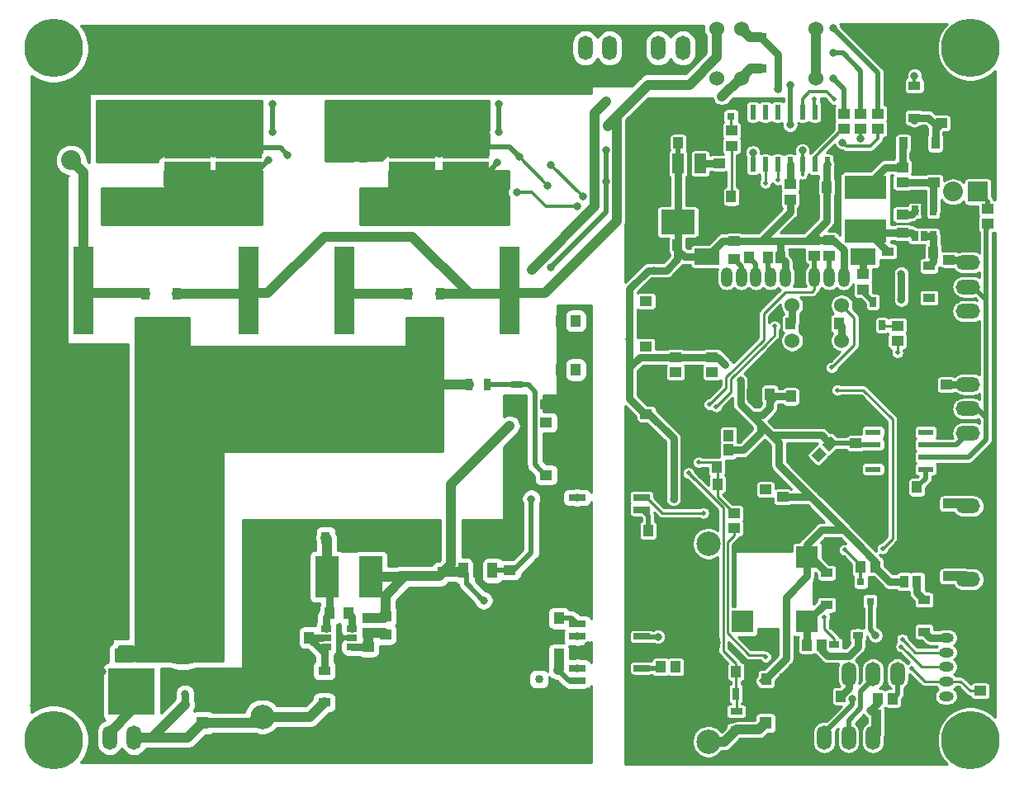
<source format=gbr>
G04 #@! TF.GenerationSoftware,KiCad,Pcbnew,(5.1.4)-1*
G04 #@! TF.CreationDate,2020-01-28T02:16:23+09:00*
G04 #@! TF.ProjectId,Electricity_Manager,456c6563-7472-4696-9369-74795f4d616e,rev?*
G04 #@! TF.SameCoordinates,Original*
G04 #@! TF.FileFunction,Copper,L2,Bot*
G04 #@! TF.FilePolarity,Positive*
%FSLAX46Y46*%
G04 Gerber Fmt 4.6, Leading zero omitted, Abs format (unit mm)*
G04 Created by KiCad (PCBNEW (5.1.4)-1) date 2020-01-28 02:16:23*
%MOMM*%
%LPD*%
G04 APERTURE LIST*
%ADD10R,4.850000X3.900000*%
%ADD11R,1.700000X0.650000*%
%ADD12C,1.524000*%
%ADD13R,1.200000X1.000000*%
%ADD14R,1.000000X1.200000*%
%ADD15R,4.200000X2.400000*%
%ADD16R,1.220000X0.910000*%
%ADD17R,2.300000X2.300000*%
%ADD18R,0.800100X0.800100*%
%ADD19C,6.500000*%
%ADD20R,0.965200X1.270000*%
%ADD21C,1.000000*%
%ADD22C,0.100000*%
%ADD23C,1.300000*%
%ADD24R,1.300000X1.300000*%
%ADD25R,0.910000X1.220000*%
%ADD26R,2.032000X2.032000*%
%ADD27O,2.032000X2.032000*%
%ADD28O,2.500000X1.500000*%
%ADD29O,1.500000X2.500000*%
%ADD30C,8.500000*%
%ADD31R,0.690880X1.000760*%
%ADD32R,1.200000X2.000000*%
%ADD33R,3.500000X2.500000*%
%ADD34R,3.000000X13.000000*%
%ADD35R,2.000000X9.000000*%
%ADD36R,13.000000X3.000000*%
%ADD37O,1.524000X1.000000*%
%ADD38R,1.400000X1.270000*%
%ADD39R,4.720000X4.800000*%
%ADD40R,2.400000X4.200000*%
%ADD41C,4.500880*%
%ADD42C,2.500000*%
%ADD43R,0.700000X1.300000*%
%ADD44R,1.300000X0.700000*%
%ADD45R,1.000760X1.501140*%
%ADD46R,1.998980X2.999740*%
%ADD47C,0.749300*%
%ADD48R,1.250000X1.000000*%
%ADD49R,0.600000X1.500000*%
%ADD50R,1.000760X0.690880*%
%ADD51O,1.200000X2.000000*%
%ADD52R,2.600000X1.700000*%
%ADD53R,1.550000X0.600000*%
%ADD54R,1.000000X0.700000*%
%ADD55R,0.700000X1.000000*%
%ADD56C,6.000000*%
%ADD57C,0.800000*%
%ADD58C,0.500000*%
%ADD59C,0.800000*%
%ADD60C,1.000000*%
%ADD61C,0.500000*%
%ADD62C,0.300000*%
%ADD63C,0.250000*%
%ADD64C,0.254000*%
G04 APERTURE END LIST*
D10*
X70000000Y-110400000D03*
X70000000Y-114600000D03*
X64750000Y-114600000D03*
X64750000Y-110400000D03*
D11*
X104660000Y-147115000D03*
X104660000Y-148385000D03*
X111260000Y-148385000D03*
X111260000Y-147115000D03*
D12*
X131790000Y-127400000D03*
X129250000Y-127400000D03*
X126710000Y-127400000D03*
D13*
X124000000Y-148180000D03*
X124000000Y-146300001D03*
X133250000Y-141550000D03*
X133250000Y-143430000D03*
D14*
X120199999Y-140750000D03*
X118320000Y-140750000D03*
D15*
X134250000Y-115250000D03*
X134250000Y-119750000D03*
D14*
X125550000Y-122500000D03*
X127430000Y-122500000D03*
D16*
X140750000Y-126635000D03*
X140750000Y-123365000D03*
D13*
X120500000Y-111030000D03*
X120500000Y-109470000D03*
D14*
X120180000Y-142250000D03*
X118300000Y-142250000D03*
D17*
X121650000Y-159850000D03*
X128250000Y-159850000D03*
X128250000Y-153250000D03*
D13*
X111750000Y-140430000D03*
X111750000Y-138550000D03*
D14*
X120950000Y-165000000D03*
X119070000Y-165000000D03*
D18*
X120450000Y-108000760D03*
X118550000Y-108000760D03*
X119500000Y-106001780D03*
D13*
X146750000Y-117470000D03*
X146750000Y-119030000D03*
D19*
X82750000Y-102500000D03*
X82750000Y-109500000D03*
X60000000Y-109500000D03*
X60000000Y-102500000D03*
D20*
X138250000Y-155750000D03*
X139520000Y-155750000D03*
D21*
X131921751Y-142921751D03*
D22*
G36*
X132699568Y-142851040D02*
G01*
X131851040Y-143699568D01*
X131143934Y-142992462D01*
X131992462Y-142143934D01*
X132699568Y-142851040D01*
X132699568Y-142851040D01*
G37*
D21*
X130592391Y-141592391D03*
D22*
G36*
X131370208Y-141521680D02*
G01*
X130521680Y-142370208D01*
X129814574Y-141663102D01*
X130663102Y-140814574D01*
X131370208Y-141521680D01*
X131370208Y-141521680D01*
G37*
D13*
X120750000Y-122680000D03*
X120750000Y-120800000D03*
X138000000Y-119950000D03*
X138000000Y-118070000D03*
X119250000Y-112800000D03*
X119250000Y-114680000D03*
D14*
X139320000Y-122000000D03*
X141200000Y-122000000D03*
X114950000Y-121250000D03*
X113070000Y-121250000D03*
D23*
X66250000Y-172750000D03*
D24*
X66250000Y-170250000D03*
X124000000Y-170250000D03*
D23*
X124000000Y-172750000D03*
D16*
X140250000Y-157615000D03*
X140250000Y-160885000D03*
X130250000Y-158135000D03*
X130250000Y-154865000D03*
X136500000Y-121865000D03*
X136500000Y-125135000D03*
D25*
X141385000Y-110750000D03*
X138115000Y-110750000D03*
D16*
X78750000Y-168135000D03*
X78750000Y-164865000D03*
D26*
X145750000Y-115750000D03*
D27*
X143210000Y-115750000D03*
D28*
X144750000Y-128000000D03*
X144750000Y-125500000D03*
X144750000Y-123000000D03*
X144750000Y-120500000D03*
D29*
X59250000Y-171750000D03*
X56750000Y-171750000D03*
D30*
X53250000Y-160000000D03*
X64250000Y-160000000D03*
X64250000Y-149750000D03*
X53250000Y-149750000D03*
D31*
X139300040Y-120300480D03*
X140250000Y-120300480D03*
X141199960Y-120300480D03*
X141199960Y-117699520D03*
X140250000Y-117699520D03*
X139300040Y-117699520D03*
D32*
X115000000Y-112850000D03*
X112700000Y-112850000D03*
X117300000Y-112850000D03*
D33*
X115000000Y-118850000D03*
D34*
X62500000Y-135250000D03*
D35*
X54050000Y-125900000D03*
X70950000Y-125900000D03*
D36*
X62500000Y-117500000D03*
X89250000Y-117500000D03*
D35*
X97700000Y-125900000D03*
X80800000Y-125900000D03*
D34*
X89250000Y-135250000D03*
D11*
X111300000Y-164615000D03*
X111300000Y-165885000D03*
X104700000Y-165885000D03*
X104700000Y-164615000D03*
X111300000Y-161385000D03*
X111300000Y-160115000D03*
X104700000Y-160115000D03*
X104700000Y-161385000D03*
D37*
X142500000Y-160000000D03*
X142500000Y-161500000D03*
X142500000Y-163000000D03*
X142500000Y-164500000D03*
X142500000Y-166000000D03*
X142500000Y-167500000D03*
D13*
X142500000Y-135550000D03*
X142500000Y-137430000D03*
X146000000Y-166950000D03*
X146000000Y-165070000D03*
X142750000Y-120820000D03*
X142750000Y-122700000D03*
D14*
X137180000Y-169500000D03*
X135300000Y-169500000D03*
X122550000Y-136500000D03*
X124430000Y-136500000D03*
D13*
X125750000Y-147070000D03*
X125750000Y-148950000D03*
D14*
X129820000Y-167500000D03*
X131700000Y-167500000D03*
X126570000Y-136750000D03*
X128450000Y-136750000D03*
D13*
X142750000Y-153320000D03*
X142750000Y-155200000D03*
X142750000Y-147750000D03*
X142750000Y-145870000D03*
D14*
X128370000Y-115250000D03*
X130250000Y-115250000D03*
X122320000Y-122500000D03*
X124200000Y-122500000D03*
D13*
X142000000Y-106820000D03*
X142000000Y-108700000D03*
X85000000Y-159320000D03*
X85000000Y-161200000D03*
D14*
X75320000Y-161500000D03*
X77200000Y-161500000D03*
D13*
X101500000Y-144800000D03*
X101500000Y-146680000D03*
D14*
X125930000Y-165750000D03*
X124050000Y-165750000D03*
X119050000Y-145750000D03*
X120930000Y-145750000D03*
D13*
X97750000Y-156450000D03*
X97750000Y-154570000D03*
D38*
X60040000Y-163235000D03*
D39*
X59000000Y-167040000D03*
D38*
X57960000Y-163235000D03*
D26*
X50250000Y-112500000D03*
D27*
X52790000Y-112500000D03*
D40*
X79000000Y-155250000D03*
X83500000Y-155250000D03*
D29*
X137500000Y-165250000D03*
X135000000Y-165250000D03*
X132500000Y-165250000D03*
X130000000Y-165250000D03*
D28*
X144750000Y-153000000D03*
X144750000Y-155500000D03*
X144750000Y-148000000D03*
X144750000Y-145500000D03*
D29*
X108000000Y-101000000D03*
X105500000Y-101000000D03*
X113000000Y-101000000D03*
X115500000Y-101000000D03*
D41*
X99000000Y-101500000D03*
D18*
X102750760Y-164800000D03*
X102750760Y-166700000D03*
X100751780Y-165750000D03*
D14*
X101220000Y-163250000D03*
X102780000Y-163250000D03*
D21*
X130551543Y-143801543D03*
D22*
G36*
X129773726Y-143872254D02*
G01*
X130622254Y-143023726D01*
X131329360Y-143730832D01*
X130480832Y-144579360D01*
X129773726Y-143872254D01*
X129773726Y-143872254D01*
G37*
D21*
X129448457Y-142698457D03*
D22*
G36*
X128670640Y-142769168D02*
G01*
X129519168Y-141920640D01*
X130226274Y-142627746D01*
X129377746Y-143476274D01*
X128670640Y-142769168D01*
X128670640Y-142769168D01*
G37*
D14*
X101220000Y-159500000D03*
X102780000Y-159500000D03*
X137940000Y-146060000D03*
X139500000Y-146060000D03*
X114780000Y-164500000D03*
X113220000Y-164500000D03*
X135470000Y-167750000D03*
X137030000Y-167750000D03*
X129780000Y-162250000D03*
X128220000Y-162250000D03*
X113500000Y-150500000D03*
X111940000Y-150500000D03*
D13*
X130500000Y-120720000D03*
X130500000Y-122280000D03*
X129000000Y-122280000D03*
X129000000Y-120720000D03*
X137500000Y-131030000D03*
X137500000Y-129470000D03*
X134000000Y-124220000D03*
X134000000Y-125780000D03*
X138000000Y-113220000D03*
X138000000Y-114780000D03*
X141250000Y-113220000D03*
X141250000Y-114780000D03*
X83250000Y-161030000D03*
X83250000Y-159470000D03*
X83250000Y-162470000D03*
X83250000Y-164030000D03*
X120750000Y-148720000D03*
X120750000Y-150280000D03*
D28*
X144750000Y-140500000D03*
X144750000Y-138000000D03*
X144750000Y-135500000D03*
X144750000Y-133000000D03*
D13*
X101500000Y-137550000D03*
X101500000Y-139430000D03*
D25*
X63635000Y-126250000D03*
X60365000Y-126250000D03*
X87365000Y-126250000D03*
X90635000Y-126250000D03*
D42*
X118110000Y-151840000D03*
X118110000Y-162000000D03*
X118110000Y-172160000D03*
X72390000Y-154380000D03*
X72390000Y-164540000D03*
X72390000Y-169620000D03*
D43*
X93550000Y-135500000D03*
X95450000Y-135500000D03*
D44*
X98500000Y-137450000D03*
X98500000Y-135550000D03*
D45*
X96001140Y-154602360D03*
X94500000Y-154602360D03*
X92998860Y-154602360D03*
D46*
X94500000Y-151650880D03*
D47*
X94500000Y-153500000D03*
D22*
G36*
X93999620Y-153874650D02*
G01*
X93499240Y-153125350D01*
X95500760Y-153125350D01*
X95000380Y-153874650D01*
X93999620Y-153874650D01*
X93999620Y-153874650D01*
G37*
D48*
X91000000Y-156750000D03*
X91000000Y-154750000D03*
D44*
X121000000Y-170950000D03*
X121000000Y-169050000D03*
D29*
X130000000Y-171750000D03*
X132500000Y-171750000D03*
X135000000Y-171750000D03*
X137500000Y-171750000D03*
D14*
X129620000Y-129250000D03*
X131500000Y-129250000D03*
X128430000Y-129250000D03*
X126550000Y-129250000D03*
D16*
X123500000Y-103135000D03*
X123500000Y-99865000D03*
D14*
X122030000Y-116250000D03*
X120470000Y-116250000D03*
D16*
X139250000Y-104865000D03*
X139250000Y-108135000D03*
D13*
X132000000Y-107720000D03*
X132000000Y-109280000D03*
X133750000Y-109280000D03*
X133750000Y-107720000D03*
X135500000Y-107720000D03*
X135500000Y-109280000D03*
X126500000Y-114970000D03*
X126500000Y-116530000D03*
D49*
X130310000Y-112950000D03*
X129040000Y-112950000D03*
X127770000Y-112950000D03*
X126500000Y-112950000D03*
X125230000Y-112950000D03*
X123960000Y-112950000D03*
X122690000Y-112950000D03*
X122690000Y-107550000D03*
X123960000Y-107550000D03*
X125230000Y-107550000D03*
X126500000Y-107550000D03*
X127770000Y-107550000D03*
X129040000Y-107550000D03*
X130310000Y-107550000D03*
D12*
X129160000Y-99000000D03*
X129160000Y-104080000D03*
X121540000Y-99000000D03*
X121540000Y-104080000D03*
X119000000Y-104080000D03*
X119000000Y-99000000D03*
X131790000Y-131000000D03*
X129250000Y-131000000D03*
X126710000Y-131000000D03*
D14*
X79320000Y-159000000D03*
X81200000Y-159000000D03*
D13*
X87000000Y-153320000D03*
X87000000Y-155200000D03*
D50*
X78949520Y-160550040D03*
X78949520Y-161500000D03*
X78949520Y-162449960D03*
X81550480Y-162449960D03*
X81550480Y-161500000D03*
X81550480Y-160550040D03*
D25*
X75615000Y-151250000D03*
X78885000Y-151250000D03*
D14*
X115050000Y-110750000D03*
X116930000Y-110750000D03*
D43*
X120950000Y-167250000D03*
X119050000Y-167250000D03*
D13*
X114750000Y-134280000D03*
X114750000Y-132720000D03*
X118500000Y-132720000D03*
X118500000Y-134280000D03*
D51*
X132000000Y-124500000D03*
X130500000Y-124500000D03*
X129000000Y-124500000D03*
X127500000Y-124500000D03*
X126000000Y-124500000D03*
X124500000Y-124500000D03*
X123000000Y-124500000D03*
X121500000Y-124500000D03*
X120000000Y-124500000D03*
D52*
X134000000Y-122400000D03*
X118000000Y-122400000D03*
D53*
X135020000Y-144215000D03*
X135020000Y-142945000D03*
X135020000Y-141675000D03*
X135020000Y-140405000D03*
X140420000Y-140405000D03*
X140420000Y-141675000D03*
X140420000Y-142945000D03*
X140420000Y-144215000D03*
D14*
X118970000Y-144000000D03*
X120530000Y-144000000D03*
D13*
X111710000Y-130030000D03*
X111710000Y-131590000D03*
D14*
X102970000Y-134000000D03*
X104530000Y-134000000D03*
D13*
X111750000Y-126970000D03*
X111750000Y-128530000D03*
D14*
X104530000Y-129000000D03*
X102970000Y-129000000D03*
D18*
X134700000Y-157750760D03*
X132800000Y-157750760D03*
X133750000Y-155751780D03*
D14*
X133720000Y-154250000D03*
X135280000Y-154250000D03*
D10*
X87750000Y-114600000D03*
X87750000Y-110400000D03*
X93250000Y-110400000D03*
X93250000Y-114600000D03*
D54*
X131050000Y-162200000D03*
X131050000Y-160300000D03*
X133450000Y-161250000D03*
D55*
X135000000Y-127050000D03*
X134050000Y-129450000D03*
X135950000Y-129450000D03*
D56*
X51000000Y-172000000D03*
X145000000Y-101000000D03*
X145000000Y-172000000D03*
X51000000Y-101000000D03*
D57*
X131280000Y-160200000D03*
X110000000Y-174250000D03*
X114250000Y-174250000D03*
X118250000Y-174250000D03*
X122250000Y-174250000D03*
X126250000Y-174250000D03*
X130250000Y-174250000D03*
X134250000Y-174250000D03*
X138250000Y-174250000D03*
X141250000Y-173250000D03*
X141500000Y-169500000D03*
X147250000Y-163750000D03*
X110000000Y-170250000D03*
X110000000Y-166250000D03*
X110000000Y-163000000D03*
X110000000Y-159000000D03*
X110000000Y-155000000D03*
X110000000Y-151000000D03*
X110000000Y-145750000D03*
X110000000Y-141750000D03*
X110000000Y-138750000D03*
X110000000Y-122750000D03*
X110000000Y-118750000D03*
X110000000Y-114750000D03*
X110000000Y-111750000D03*
X110500000Y-108250000D03*
X112500000Y-106500000D03*
X115250000Y-106500000D03*
X118250000Y-106500000D03*
X120750000Y-106500000D03*
X141500000Y-103250000D03*
X143000000Y-104750000D03*
X145000000Y-105000000D03*
X147000000Y-104500000D03*
X147000000Y-113500000D03*
X147000000Y-142250000D03*
X147000000Y-145250000D03*
X147000000Y-148250000D03*
X147000000Y-152250000D03*
X147000000Y-156250000D03*
X147000000Y-160250000D03*
D58*
X128370000Y-115250000D03*
D57*
X141240000Y-136880000D03*
X130000000Y-109750000D03*
X122500000Y-110250000D03*
X123000000Y-164250000D03*
X122500000Y-169500000D03*
X119500000Y-170500000D03*
X127250000Y-164250000D03*
X136250000Y-163750000D03*
X143000000Y-156750000D03*
X144000000Y-167250000D03*
X144000000Y-165000000D03*
X144000000Y-162250000D03*
X141000000Y-167000000D03*
X115750000Y-145750000D03*
X115000000Y-137500000D03*
X123250000Y-137500000D03*
X122000000Y-140000000D03*
X124000000Y-142000000D03*
X124250000Y-145000000D03*
X125000000Y-139250000D03*
X122000000Y-143500000D03*
X127500000Y-138000000D03*
X128500000Y-143750000D03*
X141250000Y-128750000D03*
X141250000Y-132750000D03*
X144000000Y-129500000D03*
X145500000Y-130000000D03*
X142500000Y-114000000D03*
X137000000Y-106000000D03*
D58*
X136500000Y-103000000D03*
D57*
X111250000Y-136500000D03*
X138750000Y-160000000D03*
X137000000Y-154000000D03*
X141000000Y-155250000D03*
X114000000Y-125250000D03*
X126750000Y-149750000D03*
X136000000Y-151000000D03*
X127430000Y-122500000D03*
X113500000Y-108500000D03*
X113500000Y-111250000D03*
X118750000Y-110250000D03*
X113500000Y-114750000D03*
X113500000Y-116500000D03*
X116250000Y-116500000D03*
X116250000Y-114750000D03*
X118750000Y-116500000D03*
X117750000Y-120500000D03*
X120500000Y-118750000D03*
X123500000Y-118750000D03*
X123500000Y-116000000D03*
X129000000Y-116750000D03*
X116000000Y-124000000D03*
X118500000Y-124000000D03*
X117500000Y-125500000D03*
X121000000Y-126250000D03*
X124000000Y-126250000D03*
X123000000Y-128250000D03*
X121750000Y-130250000D03*
X120000000Y-130250000D03*
X116750000Y-130250000D03*
X113000000Y-130250000D03*
X113000000Y-128000000D03*
X111250000Y-134250000D03*
X130500000Y-146750000D03*
X136000000Y-146750000D03*
X133000000Y-149500000D03*
X138000000Y-147250000D03*
X138000000Y-151000000D03*
X141500000Y-151000000D03*
X141500000Y-147250000D03*
X144250000Y-150000000D03*
X146000000Y-150000000D03*
X146000000Y-151250000D03*
X144250000Y-151250000D03*
X144000000Y-159250000D03*
X127250000Y-167500000D03*
X128750000Y-167500000D03*
X122500000Y-166750000D03*
X128250000Y-170750000D03*
X128250000Y-172750000D03*
X139000000Y-169500000D03*
X114250000Y-170250000D03*
X114250000Y-166250000D03*
X117750000Y-166250000D03*
X117500000Y-170250000D03*
X114250000Y-159000000D03*
X114250000Y-155000000D03*
X114250000Y-151000000D03*
X118500000Y-155000000D03*
X118500000Y-159000000D03*
X138000000Y-144250000D03*
X138000000Y-140250000D03*
X141250000Y-139250000D03*
X131700000Y-167500000D03*
X142750000Y-155200000D03*
X142750000Y-147750000D03*
X142500000Y-135550000D03*
X142750000Y-122700000D03*
X134730000Y-168930000D03*
X140750000Y-126635000D03*
D58*
X123550000Y-165950002D03*
D57*
X115050000Y-110750000D03*
X126500000Y-104750000D03*
X111750000Y-138550000D03*
X126510779Y-108889220D03*
X114550000Y-147250000D03*
D58*
X120180000Y-142250000D03*
X124430000Y-136500000D03*
X126570000Y-136750000D03*
X130592391Y-141592391D03*
X125750000Y-147070000D03*
D57*
X121405564Y-135111968D03*
X119850002Y-133500000D03*
X121405564Y-135111968D03*
X110050000Y-130850000D03*
X112550000Y-123810000D03*
D58*
X120199999Y-140750000D03*
X124000000Y-146300001D03*
D57*
X126550000Y-129250000D03*
X131500000Y-129250000D03*
X142000000Y-108700000D03*
X139250000Y-108410000D03*
X125250000Y-105250000D03*
X119250000Y-112800000D03*
X137900000Y-124150000D03*
X137900000Y-126810000D03*
X101500000Y-139430000D03*
X99970000Y-147250000D03*
X107650000Y-111490000D03*
X102000000Y-123500000D03*
X107650000Y-114690000D03*
X62750000Y-102250000D03*
X60500000Y-105250000D03*
X59000000Y-105250000D03*
X57500000Y-103250000D03*
X57500000Y-101250000D03*
X61250000Y-100250000D03*
X58250000Y-100250000D03*
X59000000Y-99250000D03*
X60500000Y-99250000D03*
X83000000Y-105250000D03*
X81500000Y-105250000D03*
X80750000Y-104250000D03*
X84000000Y-100250000D03*
X80750000Y-100250000D03*
X80000000Y-101250000D03*
X80000000Y-103250000D03*
X56750000Y-160000000D03*
X51500000Y-157000000D03*
X52250000Y-156000000D03*
X53750000Y-156000000D03*
X55250000Y-156000000D03*
X56000000Y-157000000D03*
X56750000Y-158000000D03*
X56750000Y-148000000D03*
X56000000Y-147000000D03*
X52250000Y-146000000D03*
X50000000Y-147000000D03*
X49250000Y-150000000D03*
X50000000Y-159000000D03*
X49250000Y-160000000D03*
X50000000Y-161000000D03*
X51500000Y-163000000D03*
X54500000Y-163000000D03*
X56750000Y-162000000D03*
X58250000Y-160000000D03*
X58250000Y-158000000D03*
X58250000Y-156000000D03*
X58250000Y-154000000D03*
X58250000Y-152000000D03*
X58250000Y-150000000D03*
X58250000Y-148000000D03*
X58250000Y-146000000D03*
X58250000Y-144000000D03*
X58250000Y-142000000D03*
X58250000Y-140000000D03*
X57500000Y-141000000D03*
X57500000Y-143000000D03*
X57500000Y-145000000D03*
X57500000Y-147000000D03*
X57500000Y-149000000D03*
X57500000Y-151000000D03*
X57500000Y-153000000D03*
X57500000Y-155000000D03*
X57500000Y-157000000D03*
X57500000Y-159000000D03*
X57500000Y-161000000D03*
X56000000Y-163000000D03*
X55250000Y-164000000D03*
X53750000Y-164000000D03*
X52250000Y-164000000D03*
X50750000Y-164000000D03*
X50000000Y-163000000D03*
X49250000Y-164000000D03*
X49250000Y-162000000D03*
X49250000Y-158000000D03*
X49250000Y-156000000D03*
X50000000Y-157000000D03*
X49250000Y-154000000D03*
X49250000Y-152000000D03*
X50000000Y-153000000D03*
X50000000Y-155000000D03*
X49250000Y-148000000D03*
X49250000Y-146000000D03*
X49250000Y-144000000D03*
X49250000Y-142000000D03*
X49250000Y-140000000D03*
X50000000Y-141000000D03*
X50000000Y-141000000D03*
X50000000Y-141000000D03*
X50000000Y-143000000D03*
X50000000Y-145000000D03*
X50750000Y-146000000D03*
X50750000Y-144000000D03*
X50750000Y-142000000D03*
X50750000Y-140000000D03*
X51500000Y-141000000D03*
X51500000Y-143000000D03*
X51500000Y-145000000D03*
X52250000Y-144000000D03*
X52250000Y-142000000D03*
X52250000Y-140000000D03*
X53000000Y-141000000D03*
X53000000Y-143000000D03*
X53000000Y-145000000D03*
X53750000Y-140000000D03*
X53750000Y-142000000D03*
X53750000Y-144000000D03*
X54500000Y-145000000D03*
X55250000Y-144000000D03*
X56000000Y-143000000D03*
X56750000Y-144000000D03*
X56750000Y-142000000D03*
X56750000Y-140000000D03*
X55250000Y-140000000D03*
X56000000Y-141000000D03*
X54500000Y-141000000D03*
X54500000Y-143000000D03*
X56000000Y-145000000D03*
X56750000Y-146000000D03*
X56750000Y-152000000D03*
X56750000Y-154000000D03*
X56750000Y-156000000D03*
X56000000Y-155000000D03*
X56000000Y-153000000D03*
X55250000Y-154000000D03*
X54500000Y-155000000D03*
X53750000Y-154000000D03*
X53000000Y-155000000D03*
X52250000Y-154000000D03*
X51500000Y-155000000D03*
X50750000Y-154000000D03*
X50750000Y-156000000D03*
X50000000Y-151000000D03*
X56750000Y-150000000D03*
X53750000Y-146000000D03*
X102500000Y-103250000D03*
X102500000Y-101250000D03*
X102500000Y-99250000D03*
X98750000Y-104250000D03*
X97250000Y-104250000D03*
X96500000Y-103250000D03*
X96500000Y-101250000D03*
X96500000Y-99250000D03*
X101000000Y-99250000D03*
X100250000Y-104250000D03*
X101000000Y-103250000D03*
X101750000Y-104250000D03*
X101750000Y-102250000D03*
X101750000Y-100250000D03*
X99500000Y-103250000D03*
X101000000Y-101250000D03*
X99500000Y-99250000D03*
X98000000Y-99250000D03*
X97250000Y-102250000D03*
X97250000Y-100250000D03*
X98000000Y-103250000D03*
X55220000Y-142020000D03*
X50000000Y-165000000D03*
X51500000Y-165000000D03*
X53000000Y-165000000D03*
X54500000Y-165000000D03*
X56000000Y-165000000D03*
X96600000Y-109610000D03*
X96680000Y-106750000D03*
X73430000Y-109600000D03*
X73430000Y-106750000D03*
X85500000Y-100250000D03*
X85500000Y-102250000D03*
X85500000Y-104250000D03*
X86250000Y-101250000D03*
X86250000Y-99250000D03*
X86250000Y-103250000D03*
X86250000Y-105250000D03*
X80000000Y-105250000D03*
X80000000Y-99250000D03*
X79250000Y-100250000D03*
X79250000Y-102250000D03*
X79250000Y-104250000D03*
X78500000Y-105250000D03*
X78500000Y-103250000D03*
X78500000Y-101250000D03*
X78500000Y-99250000D03*
X81500000Y-99250000D03*
X83000000Y-99250000D03*
X84750000Y-99250000D03*
X84750000Y-105250000D03*
X77750000Y-100250000D03*
X77750000Y-102250000D03*
X77750000Y-104250000D03*
X77000000Y-105250000D03*
X77000000Y-103250000D03*
X77000000Y-101250000D03*
X77000000Y-99250000D03*
X87000000Y-100250000D03*
X87000000Y-102250000D03*
X87000000Y-104250000D03*
X87750000Y-105250000D03*
X87750000Y-103250000D03*
X87750000Y-101250000D03*
X87750000Y-99250000D03*
X62000000Y-99250000D03*
X57500000Y-99250000D03*
X56000000Y-99250000D03*
X56750000Y-100250000D03*
X62750000Y-100250000D03*
X56000000Y-101250000D03*
X56750000Y-102250000D03*
X56000000Y-103250000D03*
X56750000Y-104250000D03*
X56000000Y-105250000D03*
X57500000Y-105250000D03*
X62000000Y-105250000D03*
X63500000Y-105250000D03*
X62750000Y-104250000D03*
X63500000Y-103250000D03*
X63500000Y-101250000D03*
X64250000Y-104250000D03*
X64250000Y-102250000D03*
X64250000Y-100250000D03*
X63500000Y-99250000D03*
X65000000Y-99250000D03*
X65000000Y-101250000D03*
X65000000Y-103250000D03*
X65000000Y-105250000D03*
X55250000Y-104250000D03*
X55250000Y-102250000D03*
X55250000Y-100250000D03*
X105750000Y-174000000D03*
X105750000Y-170250000D03*
X105750000Y-167000000D03*
X105750000Y-163500000D03*
X105750000Y-162250000D03*
X105750000Y-159000000D03*
X105750000Y-155000000D03*
X105750000Y-151000000D03*
X105750000Y-149250000D03*
X105750000Y-145750000D03*
X105750000Y-144250000D03*
X101500000Y-149250000D03*
X101500000Y-151000000D03*
X101500000Y-155000000D03*
X98750000Y-159250000D03*
X101500000Y-174000000D03*
X97250000Y-174000000D03*
X93000000Y-174000000D03*
X88750000Y-174000000D03*
X84500000Y-174000000D03*
X80250000Y-174000000D03*
X76250000Y-174000000D03*
X72000000Y-174000000D03*
X67750000Y-174000000D03*
X63500000Y-174000000D03*
X59250000Y-174000000D03*
X55000000Y-174000000D03*
X55000000Y-169750000D03*
X52300000Y-168300000D03*
X49000000Y-168500000D03*
X62500000Y-165250000D03*
X66750000Y-165250000D03*
X70750000Y-161750000D03*
X70750000Y-157500000D03*
X70750000Y-153000000D03*
X70750000Y-149750000D03*
X74250000Y-149750000D03*
X77750000Y-149750000D03*
X81750000Y-149750000D03*
X85750000Y-149750000D03*
X90000000Y-149750000D03*
X90000000Y-153000000D03*
X85750000Y-153000000D03*
X81750000Y-152000000D03*
X76250000Y-153000000D03*
X76250000Y-157500000D03*
X76250000Y-159750000D03*
X76250000Y-163250000D03*
X76250000Y-167750000D03*
X70250000Y-167750000D03*
X70250000Y-167750000D03*
X80250000Y-170250000D03*
X80250000Y-163750000D03*
X84500000Y-170250000D03*
X88750000Y-170250000D03*
X93000000Y-170250000D03*
X97500000Y-170250000D03*
X101500000Y-170250000D03*
X101500000Y-167250000D03*
X93000000Y-167250000D03*
X88750000Y-167250000D03*
X84500000Y-167250000D03*
X84500000Y-163750000D03*
X88750000Y-163750000D03*
X88750000Y-156750000D03*
X86750000Y-160000000D03*
X88750000Y-160000000D03*
X92000000Y-160000000D03*
X92000000Y-156750000D03*
X92000000Y-163750000D03*
X97500000Y-167250000D03*
X64470000Y-167250000D03*
X101500000Y-144800000D03*
X100751780Y-165750000D03*
D58*
X137887318Y-162413651D03*
X138000000Y-161660000D03*
D57*
X137030000Y-167750000D03*
X132900000Y-167800000D03*
X112940000Y-161390000D03*
X135250000Y-161250000D03*
X114780000Y-164500000D03*
D58*
X125240000Y-114510000D03*
X123960000Y-114830000D03*
D57*
X107780000Y-108990000D03*
X104700000Y-161385000D03*
D58*
X130030000Y-159380000D03*
X129448457Y-142698457D03*
X130770000Y-133780000D03*
D57*
X118500000Y-134280000D03*
X114750000Y-134280000D03*
D58*
X118930000Y-137780000D03*
X124910000Y-129530000D03*
X118240000Y-137570000D03*
D57*
X104660000Y-147115000D03*
D58*
X124000000Y-163470000D03*
X135020000Y-144215000D03*
X135020000Y-140405000D03*
X120470000Y-116250000D03*
X104530000Y-134000000D03*
X117610000Y-148700000D03*
D57*
X130920000Y-104100000D03*
X130920000Y-101500000D03*
X130920000Y-98950000D03*
X139250000Y-103830000D03*
D58*
X131000000Y-106250000D03*
X129000000Y-106250000D03*
D57*
X127770000Y-111510000D03*
X133750000Y-110320000D03*
X131900000Y-110690000D03*
X122690000Y-111730000D03*
D58*
X137500000Y-132250000D03*
X117130000Y-143510000D03*
X116080000Y-144620000D03*
X146000000Y-166950000D03*
X131355000Y-136089529D03*
X138950000Y-164630000D03*
X135980000Y-152340000D03*
D57*
X75000000Y-112000000D03*
X98730000Y-112160000D03*
X101670000Y-115110000D03*
D58*
X104530000Y-129000000D03*
D57*
X102000000Y-112960000D03*
X105260000Y-116240000D03*
X98530000Y-115800000D03*
X104710000Y-117230000D03*
D58*
X132124081Y-152495919D03*
D57*
X111710000Y-131590000D03*
X111750000Y-126970000D03*
X107650000Y-106499175D03*
X100000000Y-123750000D03*
X97750000Y-139750000D03*
X104700000Y-164615000D03*
X95080000Y-157680000D03*
X73000000Y-112500000D03*
X96500000Y-112750000D03*
D59*
X129250000Y-129620000D02*
X129620000Y-129250000D01*
X129250000Y-131000000D02*
X129250000Y-129620000D01*
X129250000Y-128430000D02*
X128430000Y-129250000D01*
X129250000Y-127400000D02*
X129250000Y-128430000D01*
X142750000Y-147750000D02*
X142520000Y-147750000D01*
D60*
X144500000Y-147750000D02*
X144750000Y-148000000D01*
X142750000Y-147750000D02*
X144500000Y-147750000D01*
X144450000Y-155200000D02*
X144750000Y-155500000D01*
X142750000Y-155200000D02*
X144450000Y-155200000D01*
X135300000Y-171450000D02*
X135000000Y-171750000D01*
X135300000Y-169500000D02*
X135300000Y-171450000D01*
D59*
X132500000Y-166700000D02*
X131700000Y-167500000D01*
X132500000Y-165250000D02*
X132500000Y-166700000D01*
X144700000Y-135550000D02*
X144750000Y-135500000D01*
X142500000Y-135550000D02*
X144700000Y-135550000D01*
X144450000Y-122700000D02*
X144750000Y-123000000D01*
X142750000Y-122700000D02*
X144450000Y-122700000D01*
X135470000Y-167750000D02*
X135470000Y-168190000D01*
X135470000Y-168190000D02*
X134730000Y-168930000D01*
X135300000Y-169500000D02*
X134730000Y-168930000D01*
X130250000Y-113010000D02*
X130310000Y-112950000D01*
X130250000Y-115250000D02*
X130250000Y-113010000D01*
X128180000Y-153180000D02*
X128250000Y-153250000D01*
D61*
X115050000Y-112800000D02*
X115000000Y-112850000D01*
X115050000Y-110750000D02*
X115050000Y-112800000D01*
X126500000Y-107550000D02*
X126500000Y-104750000D01*
X130310000Y-112500000D02*
X130310000Y-112950000D01*
D59*
X115000000Y-112850000D02*
X115000000Y-118850000D01*
X115000000Y-121200000D02*
X114950000Y-121250000D01*
X115000000Y-118850000D02*
X115000000Y-121200000D01*
X114950000Y-121250000D02*
X114950000Y-121700000D01*
X115650000Y-122400000D02*
X118000000Y-122400000D01*
X114950000Y-121700000D02*
X115650000Y-122400000D01*
X119600000Y-120800000D02*
X118000000Y-122400000D01*
X120750000Y-120800000D02*
X119600000Y-120800000D01*
X125550000Y-121100000D02*
X125550000Y-122500000D01*
X125250000Y-120800000D02*
X125550000Y-121100000D01*
X126000000Y-122950000D02*
X126000000Y-124500000D01*
X125550000Y-122500000D02*
X126000000Y-122950000D01*
X125250000Y-120800000D02*
X128200000Y-120800000D01*
X128280000Y-120720000D02*
X129000000Y-120720000D01*
X128200000Y-120800000D02*
X128280000Y-120720000D01*
X129000000Y-120720000D02*
X130500000Y-120720000D01*
X130500000Y-120720000D02*
X130970000Y-120720000D01*
X132000000Y-121750000D02*
X132000000Y-124500000D01*
X130970000Y-120720000D02*
X132000000Y-121750000D01*
X111650000Y-138550000D02*
X111750000Y-138550000D01*
X110050000Y-136950000D02*
X111650000Y-138550000D01*
X128635000Y-153250000D02*
X130250000Y-154865000D01*
X128250000Y-153250000D02*
X128635000Y-153250000D01*
X122860000Y-120800000D02*
X123540000Y-120800000D01*
X122860000Y-120800000D02*
X125250000Y-120800000D01*
X120750000Y-120800000D02*
X122860000Y-120800000D01*
X126500000Y-117840000D02*
X126500000Y-116530000D01*
X123540000Y-120800000D02*
X126500000Y-117840000D01*
X130250000Y-118750000D02*
X128200000Y-120800000D01*
X130250000Y-115250000D02*
X130250000Y-118750000D01*
D61*
X126500000Y-107550000D02*
X126500000Y-108878441D01*
X126500000Y-108878441D02*
X126510779Y-108889220D01*
D59*
X110050000Y-129480000D02*
X110050000Y-130850000D01*
X114750000Y-132720000D02*
X118500000Y-132720000D01*
X114550000Y-145850000D02*
X114550000Y-147250000D01*
X114550000Y-141049998D02*
X114550000Y-145850000D01*
X112050002Y-138550000D02*
X114550000Y-141049998D01*
X111750000Y-138550000D02*
X112050002Y-138550000D01*
X124050000Y-165669999D02*
X124050000Y-165750000D01*
X126080000Y-163639999D02*
X124050000Y-165669999D01*
X126080000Y-157370000D02*
X126080000Y-163639999D01*
X128250000Y-155200000D02*
X126080000Y-157370000D01*
X128250000Y-153250000D02*
X128250000Y-155200000D01*
X136750000Y-155750000D02*
X138250000Y-155750000D01*
X123459998Y-139590000D02*
X123459998Y-140460002D01*
X121670000Y-142250000D02*
X120180000Y-142250000D01*
X123459998Y-140460002D02*
X121670000Y-142250000D01*
X123459998Y-139590000D02*
X122529998Y-138660000D01*
X123670000Y-138660000D02*
X124430000Y-137900000D01*
X122529998Y-138660000D02*
X123670000Y-138660000D01*
X124950000Y-136750000D02*
X124430000Y-137270000D01*
X126570000Y-136750000D02*
X124950000Y-136750000D01*
X124430000Y-137900000D02*
X124430000Y-137270000D01*
X124430000Y-137270000D02*
X124430000Y-136500000D01*
D61*
X133125000Y-141675000D02*
X133000000Y-141550000D01*
X135020000Y-141675000D02*
X133125000Y-141675000D01*
D59*
X129730000Y-140730000D02*
X130592391Y-141592391D01*
X124599998Y-140730000D02*
X129730000Y-140730000D01*
X124599998Y-140730000D02*
X123459998Y-139590000D01*
X125320000Y-141450002D02*
X124599998Y-140730000D01*
D61*
X130634782Y-141550000D02*
X130592391Y-141592391D01*
X133000000Y-141550000D02*
X130634782Y-141550000D01*
D62*
X121397534Y-135119998D02*
X121405564Y-135111968D01*
X121369998Y-135119998D02*
X121397534Y-135119998D01*
D59*
X119070002Y-132720000D02*
X119850002Y-133500000D01*
X118500000Y-132720000D02*
X119070002Y-132720000D01*
X121405564Y-135677653D02*
X121405564Y-135111968D01*
X121405564Y-137535566D02*
X121405564Y-135677653D01*
X122529998Y-138660000D02*
X121405564Y-137535566D01*
X136680000Y-155750000D02*
X136750000Y-155750000D01*
X135280000Y-154350000D02*
X136680000Y-155750000D01*
X135280000Y-154250000D02*
X135280000Y-154350000D01*
X125320000Y-143759998D02*
X125320000Y-141450002D01*
X135280000Y-154250000D02*
X135280000Y-153719998D01*
X127155001Y-147064999D02*
X128625001Y-147064999D01*
X127150000Y-147070000D02*
X127155001Y-147064999D01*
X125750000Y-147070000D02*
X127150000Y-147070000D01*
X128625001Y-147064999D02*
X125320000Y-143759998D01*
X135280000Y-153719998D02*
X133025001Y-151464999D01*
X128250000Y-151960000D02*
X128250000Y-153250000D01*
X128745001Y-151464999D02*
X128250000Y-151960000D01*
X129745001Y-150464999D02*
X128745001Y-151464999D01*
X132025001Y-150464999D02*
X129745001Y-150464999D01*
X132025001Y-150464999D02*
X128625001Y-147064999D01*
X133025001Y-151464999D02*
X132025001Y-150464999D01*
X111080000Y-132720000D02*
X110050000Y-133750000D01*
X114750000Y-132720000D02*
X111080000Y-132720000D01*
X110050000Y-129480000D02*
X110050000Y-133750000D01*
X110050000Y-133750000D02*
X110050000Y-136950000D01*
X114950000Y-122650000D02*
X114950000Y-121250000D01*
X113790000Y-123810000D02*
X114950000Y-122650000D01*
X110050000Y-125730000D02*
X111970000Y-123810000D01*
X110050000Y-129480000D02*
X110050000Y-125730000D01*
X111970000Y-123810000D02*
X112550000Y-123810000D01*
X112550000Y-123810000D02*
X113790000Y-123810000D01*
D60*
X122405000Y-99865000D02*
X121540000Y-99000000D01*
X123500000Y-99865000D02*
X122405000Y-99865000D01*
D59*
X126710000Y-129090000D02*
X126550000Y-129250000D01*
X126710000Y-127400000D02*
X126710000Y-129090000D01*
X131790000Y-129540000D02*
X131500000Y-129250000D01*
X131790000Y-131000000D02*
X131790000Y-129540000D01*
X141385000Y-109315000D02*
X142000000Y-108700000D01*
X141385000Y-110750000D02*
X141385000Y-109315000D01*
X119200000Y-112850000D02*
X119250000Y-112800000D01*
X117300000Y-112850000D02*
X119200000Y-112850000D01*
X141385000Y-108860000D02*
X141385000Y-109315000D01*
X140660000Y-108135000D02*
X141385000Y-108860000D01*
X139250000Y-108135000D02*
X140660000Y-108135000D01*
X139250000Y-108135000D02*
X139250000Y-108410000D01*
X125250000Y-101615000D02*
X123500000Y-99865000D01*
X125250000Y-105250000D02*
X125250000Y-101615000D01*
X137900000Y-124150000D02*
X137900000Y-126810000D01*
D61*
X121500000Y-123430000D02*
X121500000Y-124500000D01*
X120750000Y-122680000D02*
X121500000Y-123430000D01*
X122820000Y-124070000D02*
X123000000Y-124250000D01*
X123000000Y-123180000D02*
X123000000Y-124500000D01*
X122320000Y-122500000D02*
X123000000Y-123180000D01*
X124700000Y-124050000D02*
X124500000Y-124250000D01*
X124200000Y-124200000D02*
X124500000Y-124500000D01*
X124200000Y-122500000D02*
X124200000Y-124200000D01*
X97717640Y-154602360D02*
X97750000Y-154570000D01*
X96001140Y-154602360D02*
X97717640Y-154602360D01*
X97750000Y-154570000D02*
X98180000Y-154570000D01*
X98180000Y-154570000D02*
X99970000Y-152780000D01*
X99970000Y-152780000D02*
X99970000Y-147250000D01*
X107650000Y-117850000D02*
X102000000Y-123500000D01*
X107650000Y-114690000D02*
X107650000Y-117850000D01*
X107650000Y-111490000D02*
X107650000Y-114690000D01*
X80550100Y-161500000D02*
X80300100Y-161750000D01*
X81550480Y-161500000D02*
X80550100Y-161500000D01*
X96600000Y-109610000D02*
X96600000Y-106830000D01*
X96600000Y-106830000D02*
X96680000Y-106750000D01*
X73430000Y-109600000D02*
X73430000Y-106750000D01*
D59*
X134385000Y-119750000D02*
X136500000Y-121865000D01*
X134250000Y-119750000D02*
X134385000Y-119750000D01*
X134450000Y-119950000D02*
X134250000Y-119750000D01*
X138000000Y-119950000D02*
X134450000Y-119950000D01*
X138949560Y-119950000D02*
X139249990Y-120250430D01*
X138000000Y-119950000D02*
X138949560Y-119950000D01*
X138929560Y-118070000D02*
X139300040Y-117699520D01*
X138000000Y-118070000D02*
X138929560Y-118070000D01*
X77200000Y-161500000D02*
X78500000Y-161500000D01*
X78750000Y-162649480D02*
X78949520Y-162449960D01*
X78750000Y-163050000D02*
X78750000Y-162649480D01*
X78750000Y-163050000D02*
X77200000Y-161500000D01*
X78750000Y-164865000D02*
X78750000Y-163050000D01*
D60*
X64750000Y-171750000D02*
X66250000Y-170250000D01*
X61070000Y-171750000D02*
X60600000Y-171750000D01*
X64470000Y-168350000D02*
X61070000Y-171750000D01*
X59250000Y-171750000D02*
X60600000Y-171750000D01*
X60600000Y-171750000D02*
X64750000Y-171750000D01*
X71760000Y-170250000D02*
X72390000Y-169620000D01*
X66250000Y-170250000D02*
X71760000Y-170250000D01*
X72390000Y-169620000D02*
X77265000Y-169620000D01*
X77265000Y-169620000D02*
X78750000Y-168135000D01*
D59*
X64470000Y-167250000D02*
X64470000Y-168350000D01*
D60*
X119790000Y-172160000D02*
X121000000Y-170950000D01*
X118110000Y-172160000D02*
X119790000Y-172160000D01*
X121000000Y-170950000D02*
X123300000Y-170950000D01*
X123300000Y-170950000D02*
X124000000Y-170250000D01*
D61*
X95450000Y-135500000D02*
X98000000Y-135500000D01*
X98050000Y-135550000D02*
X98500000Y-135550000D01*
X98000000Y-135500000D02*
X98050000Y-135550000D01*
X101400000Y-144800000D02*
X101500000Y-144800000D01*
X100350000Y-143750000D02*
X101400000Y-144800000D01*
X100350000Y-136250000D02*
X100350000Y-143750000D01*
X99650000Y-135550000D02*
X100350000Y-136250000D01*
X98500000Y-135550000D02*
X99650000Y-135550000D01*
D59*
X139520000Y-156885000D02*
X139520000Y-155750000D01*
X140250000Y-157615000D02*
X139520000Y-156885000D01*
X140865000Y-161500000D02*
X140250000Y-160885000D01*
X142500000Y-161500000D02*
X140865000Y-161500000D01*
X129965000Y-158135000D02*
X128250000Y-159850000D01*
X130250000Y-158135000D02*
X129965000Y-158135000D01*
X128250000Y-162220000D02*
X128220000Y-162250000D01*
X128250000Y-159850000D02*
X128250000Y-162220000D01*
D60*
X89250000Y-135500000D02*
X93550000Y-135500000D01*
X56750000Y-171250000D02*
X56750000Y-171750000D01*
X59000000Y-169000000D02*
X56750000Y-171250000D01*
X59000000Y-167040000D02*
X59000000Y-169000000D01*
D59*
X136280000Y-113220000D02*
X138000000Y-113220000D01*
X134250000Y-115250000D02*
X136280000Y-113220000D01*
X138000000Y-110865000D02*
X138115000Y-110750000D01*
X138000000Y-113220000D02*
X138000000Y-110865000D01*
D60*
X80900000Y-126250000D02*
X80800000Y-126150000D01*
X87365000Y-126250000D02*
X80900000Y-126250000D01*
X60265000Y-126150000D02*
X60365000Y-126250000D01*
X54050000Y-126150000D02*
X60265000Y-126150000D01*
X54050000Y-113760000D02*
X52790000Y-112500000D01*
X54050000Y-126150000D02*
X54050000Y-113760000D01*
D61*
X146750000Y-117470000D02*
X146750000Y-116750000D01*
X144615000Y-140365000D02*
X144750000Y-140500000D01*
X143575000Y-141675000D02*
X144750000Y-140500000D01*
X140420000Y-141675000D02*
X143575000Y-141675000D01*
D63*
X142500000Y-164500000D02*
X139990000Y-164500000D01*
X139990000Y-164500000D02*
X138650000Y-163160000D01*
X138650000Y-163160000D02*
X138470000Y-162980000D01*
X138650000Y-163160000D02*
X138633667Y-163160000D01*
X138633667Y-163160000D02*
X137887318Y-162413651D01*
X139340000Y-163000000D02*
X138560000Y-162220000D01*
X142500000Y-163000000D02*
X139340000Y-163000000D01*
X138000000Y-161660000D02*
X138560000Y-162220000D01*
D61*
X145250000Y-125500000D02*
X144750000Y-125500000D01*
X146590000Y-126840000D02*
X145250000Y-125500000D01*
X146590000Y-136660000D02*
X146590000Y-126840000D01*
D62*
X146590000Y-119190000D02*
X146750000Y-119030000D01*
D61*
X144750000Y-138000000D02*
X145700000Y-138000000D01*
X146590000Y-138890000D02*
X146590000Y-139030000D01*
X145700000Y-138000000D02*
X146590000Y-138890000D01*
X146590000Y-136660000D02*
X146590000Y-139030000D01*
X146590000Y-126840000D02*
X146590000Y-120490000D01*
X146750000Y-119030000D02*
X146750000Y-119440000D01*
X146590000Y-119600000D02*
X146590000Y-120490000D01*
X146750000Y-119440000D02*
X146590000Y-119600000D01*
X146590000Y-139030000D02*
X146590000Y-141180000D01*
X144825000Y-142945000D02*
X146590000Y-141180000D01*
X140420000Y-142945000D02*
X144825000Y-142945000D01*
X137500000Y-167280000D02*
X137030000Y-167750000D01*
X137500000Y-165250000D02*
X137500000Y-167280000D01*
X130000000Y-171265685D02*
X130000000Y-171750000D01*
X132900000Y-168365685D02*
X130000000Y-171265685D01*
X132900000Y-167800000D02*
X132900000Y-168365685D01*
X111305000Y-161390000D02*
X111300000Y-161385000D01*
X112940000Y-161390000D02*
X111305000Y-161390000D01*
X134700000Y-160700000D02*
X135250000Y-161250000D01*
X134700000Y-157750760D02*
X134700000Y-160700000D01*
X135000000Y-165750000D02*
X135000000Y-165250000D01*
X133750000Y-167000000D02*
X135000000Y-165750000D01*
X133750000Y-168750000D02*
X133750000Y-167000000D01*
X132500000Y-170000000D02*
X133750000Y-168750000D01*
X132500000Y-171750000D02*
X132500000Y-170000000D01*
D63*
X125230000Y-112950000D02*
X125230000Y-114500000D01*
X125230000Y-114500000D02*
X125240000Y-114510000D01*
X123960000Y-112950000D02*
X123960000Y-114830000D01*
D60*
X97600000Y-126250000D02*
X97700000Y-126150000D01*
X70850000Y-126250000D02*
X70950000Y-126150000D01*
X63635000Y-126250000D02*
X70850000Y-126250000D01*
X72950000Y-126150000D02*
X78750000Y-120350000D01*
X70950000Y-126150000D02*
X72950000Y-126150000D01*
X87740000Y-120350000D02*
X93640000Y-126250000D01*
X78750000Y-120350000D02*
X87740000Y-120350000D01*
X90635000Y-126250000D02*
X93640000Y-126250000D01*
X93640000Y-126250000D02*
X97600000Y-126250000D01*
X101350000Y-126150000D02*
X97700000Y-126150000D01*
X107780000Y-119720000D02*
X106000000Y-121500000D01*
X106000000Y-121500000D02*
X101350000Y-126150000D01*
X108750000Y-118750000D02*
X107780000Y-119720000D01*
X107780000Y-108970000D02*
X108750000Y-108000000D01*
X107780000Y-108990000D02*
X107780000Y-108970000D01*
X108750000Y-108000000D02*
X108750000Y-118750000D01*
X119000000Y-101500000D02*
X119000000Y-99000000D01*
X119000000Y-101950000D02*
X119000000Y-101500000D01*
X116200000Y-104750000D02*
X119000000Y-101950000D01*
X108750000Y-108000000D02*
X112000000Y-104750000D01*
X112000000Y-104750000D02*
X116200000Y-104750000D01*
X102780000Y-164770760D02*
X102750760Y-164800000D01*
X102780000Y-163250000D02*
X102780000Y-164770760D01*
D61*
X103835760Y-165885000D02*
X102750760Y-164800000D01*
X104700000Y-165885000D02*
X103835760Y-165885000D01*
D63*
X130030000Y-160580000D02*
X130030000Y-159380000D01*
X131050000Y-162200000D02*
X131050000Y-161600000D01*
X131050000Y-161600000D02*
X130030000Y-160580000D01*
X136270760Y-129470000D02*
X136000760Y-129200000D01*
X137500000Y-129470000D02*
X136270760Y-129470000D01*
D61*
X134000000Y-126050000D02*
X135000000Y-127050000D01*
X134000000Y-125780000D02*
X134000000Y-126050000D01*
D63*
X130770000Y-133780000D02*
X133080000Y-131470000D01*
X133080000Y-128690000D02*
X131790000Y-127400000D01*
X133080000Y-131470000D02*
X133080000Y-128690000D01*
D61*
X104085000Y-159500000D02*
X104700000Y-160115000D01*
X102780000Y-159500000D02*
X104085000Y-159500000D01*
X140420000Y-145140000D02*
X139500000Y-146060000D01*
X140420000Y-144215000D02*
X140420000Y-145140000D01*
X113105000Y-164615000D02*
X113220000Y-164500000D01*
X111300000Y-164615000D02*
X113105000Y-164615000D01*
X111260000Y-148385000D02*
X111365000Y-148385000D01*
X111940000Y-148960000D02*
X111940000Y-150500000D01*
X111365000Y-148385000D02*
X111940000Y-148960000D01*
X130500000Y-122280000D02*
X130500000Y-124500000D01*
D63*
X118930000Y-137780000D02*
X119179999Y-137530001D01*
X119179999Y-137530001D02*
X120438362Y-136271638D01*
X120438362Y-136271638D02*
X120438362Y-135521635D01*
X120438362Y-135521635D02*
X120438362Y-134961638D01*
X120438362Y-134961638D02*
X123950000Y-131450000D01*
X123950000Y-131450000D02*
X124530000Y-130870000D01*
X124530000Y-130870000D02*
X124910000Y-130490000D01*
X124910000Y-129530000D02*
X124910000Y-130490000D01*
D61*
X129000000Y-122280000D02*
X129000000Y-124500000D01*
D63*
X129000000Y-125750000D02*
X129000000Y-124500000D01*
X119950000Y-135860000D02*
X119950000Y-134760000D01*
X118240000Y-137570000D02*
X119950000Y-135860000D01*
X123800000Y-130910000D02*
X123800000Y-128270000D01*
X119950000Y-134760000D02*
X123800000Y-130910000D01*
X123800000Y-128270000D02*
X126040000Y-126030000D01*
X128720000Y-126030000D02*
X129000000Y-125750000D01*
X126040000Y-126030000D02*
X128720000Y-126030000D01*
D59*
X138000000Y-114780000D02*
X141250000Y-114780000D01*
X141199960Y-114830040D02*
X141250000Y-114780000D01*
X141199960Y-117699520D02*
X141199960Y-114830040D01*
D63*
X124000000Y-163470000D02*
X123790000Y-163260000D01*
X122264998Y-163260000D02*
X120050000Y-161045002D01*
X123790000Y-163260000D02*
X122264998Y-163260000D01*
X120750000Y-151030000D02*
X120750000Y-150280000D01*
X120050000Y-151730000D02*
X120750000Y-151030000D01*
X120050000Y-161045002D02*
X120050000Y-151730000D01*
X120500000Y-116220000D02*
X120470000Y-116250000D01*
X120500000Y-111030000D02*
X120500000Y-116220000D01*
D59*
X140250000Y-120300480D02*
X141199960Y-120300480D01*
X141199960Y-121999960D02*
X141200000Y-122000000D01*
X141199960Y-120300480D02*
X141199960Y-121999960D01*
X141200000Y-122915000D02*
X140750000Y-123365000D01*
X141200000Y-122000000D02*
X141200000Y-122915000D01*
D60*
X129160000Y-99000000D02*
X129160000Y-104080000D01*
D63*
X111260000Y-147115000D02*
X111785000Y-147115000D01*
X113390000Y-148700000D02*
X113380000Y-148710000D01*
X117610000Y-148700000D02*
X113390000Y-148700000D01*
X111785000Y-147115000D02*
X113380000Y-148710000D01*
D60*
X122485000Y-103135000D02*
X121540000Y-104080000D01*
X123500000Y-103135000D02*
X122485000Y-103135000D01*
X121421780Y-104080000D02*
X119500000Y-106001780D01*
X121540000Y-104080000D02*
X121421780Y-104080000D01*
D63*
X120470000Y-109500000D02*
X120500000Y-109470000D01*
X120450000Y-109420000D02*
X120500000Y-109470000D01*
X120450000Y-108000760D02*
X120450000Y-109420000D01*
D61*
X132000000Y-105180000D02*
X132000000Y-107720000D01*
X130920000Y-104100000D02*
X132000000Y-105180000D01*
X133750000Y-106720000D02*
X133750000Y-107720000D01*
X133750000Y-103330000D02*
X133750000Y-106720000D01*
X131920000Y-101500000D02*
X133750000Y-103330000D01*
X130920000Y-101500000D02*
X131920000Y-101500000D01*
X135500000Y-106720000D02*
X135500000Y-107720000D01*
X135500000Y-103520000D02*
X135500000Y-106720000D01*
X130930000Y-98950000D02*
X135500000Y-103520000D01*
X130920000Y-98950000D02*
X130930000Y-98950000D01*
D62*
X139250000Y-104865000D02*
X139250000Y-104110000D01*
X139250000Y-104110000D02*
X139250000Y-103830000D01*
D59*
X126500000Y-114970000D02*
X126500000Y-112950000D01*
D62*
X127770000Y-107550000D02*
X127770000Y-106230000D01*
X127770000Y-106230000D02*
X128500000Y-105500000D01*
X128500000Y-105500000D02*
X129138002Y-105500000D01*
X129138002Y-105500000D02*
X130250000Y-105500000D01*
X130250000Y-105500000D02*
X131000000Y-106250000D01*
X129000000Y-107510000D02*
X129040000Y-107550000D01*
X129000000Y-106250000D02*
X129000000Y-107510000D01*
X131900000Y-109280000D02*
X132000000Y-109280000D01*
X129040000Y-112140000D02*
X131900000Y-109280000D01*
X129040000Y-112950000D02*
X129040000Y-112140000D01*
X127770000Y-112950000D02*
X127770000Y-111510000D01*
X133750000Y-110320000D02*
X133750000Y-109280000D01*
X127770000Y-112950000D02*
X127770000Y-114020000D01*
X132299999Y-111089999D02*
X134710001Y-111089999D01*
X131900000Y-110690000D02*
X132299999Y-111089999D01*
X135500000Y-110300000D02*
X135500000Y-109280000D01*
X134710001Y-111089999D02*
X135500000Y-110300000D01*
X122690000Y-112950000D02*
X122690000Y-111730000D01*
D59*
X81550480Y-159350480D02*
X81200000Y-159000000D01*
X81550480Y-160550040D02*
X81550480Y-159350480D01*
X78949520Y-159370480D02*
X79320000Y-159000000D01*
X78949520Y-160550040D02*
X78949520Y-159370480D01*
X79320000Y-155570000D02*
X79000000Y-155250000D01*
X79320000Y-159000000D02*
X79320000Y-155570000D01*
D60*
X79000000Y-151365000D02*
X78885000Y-151250000D01*
X79000000Y-155250000D02*
X79000000Y-151365000D01*
D63*
X137500000Y-132250000D02*
X137500000Y-131030000D01*
D59*
X134000000Y-122400000D02*
X134000000Y-124220000D01*
X129780000Y-162770002D02*
X130359998Y-163350000D01*
X129780000Y-162250000D02*
X129780000Y-162770002D01*
X130359998Y-163350000D02*
X132540000Y-163350000D01*
X133450000Y-162440000D02*
X133450000Y-161250000D01*
X132540000Y-163350000D02*
X133450000Y-162440000D01*
D63*
X119430000Y-145750000D02*
X119050000Y-145750000D01*
X119050000Y-145750000D02*
X119050000Y-144080000D01*
X119050000Y-144080000D02*
X118970000Y-144000000D01*
X118970000Y-144000000D02*
X118970000Y-143990000D01*
X118970000Y-143990000D02*
X118490000Y-143510000D01*
X118490000Y-143510000D02*
X117130000Y-143510000D01*
X119050000Y-147020000D02*
X120750000Y-148720000D01*
X119050000Y-145750000D02*
X119050000Y-147020000D01*
X121000000Y-167300000D02*
X120950000Y-167250000D01*
X121000000Y-169050000D02*
X121000000Y-167300000D01*
X120950000Y-167250000D02*
X120950000Y-165000000D01*
X120950000Y-164150000D02*
X119830000Y-163030000D01*
X120950000Y-165000000D02*
X120950000Y-164150000D01*
X119830000Y-163030000D02*
X119660000Y-162860000D01*
X119635001Y-162835001D02*
X119635001Y-162732001D01*
X119660000Y-162860000D02*
X119635001Y-162835001D01*
X119635001Y-148175001D02*
X115990000Y-144530000D01*
X119635001Y-162732001D02*
X119635001Y-148175001D01*
X116720000Y-145260000D02*
X116230000Y-144770000D01*
X116230000Y-144770000D02*
X116080000Y-144620000D01*
D59*
X81550480Y-162449960D02*
X83080040Y-162449960D01*
D60*
X83250000Y-162470000D02*
X83250000Y-161030000D01*
X84830000Y-161030000D02*
X85000000Y-161200000D01*
X83250000Y-161030000D02*
X84830000Y-161030000D01*
D63*
X142500000Y-166000000D02*
X144000000Y-166000000D01*
X144950000Y-166950000D02*
X146000000Y-166950000D01*
X144000000Y-166000000D02*
X144950000Y-166950000D01*
X142500000Y-166000000D02*
X140320000Y-166000000D01*
X140320000Y-166000000D02*
X138950000Y-164630000D01*
X133999529Y-136089529D02*
X131355000Y-136089529D01*
X137000000Y-139090000D02*
X133999529Y-136089529D01*
X137000000Y-151320000D02*
X135980000Y-152340000D01*
X137000000Y-150810000D02*
X137000000Y-151320000D01*
X137000000Y-150810000D02*
X137000000Y-139090000D01*
D61*
X70850000Y-111250000D02*
X70000000Y-110400000D01*
X75000000Y-112000000D02*
X74250000Y-111250000D01*
X74250000Y-111250000D02*
X70850000Y-111250000D01*
X93980000Y-111130000D02*
X93250000Y-110400000D01*
X98730000Y-112160000D02*
X97700000Y-111130000D01*
X97700000Y-111130000D02*
X93980000Y-111130000D01*
D62*
X98730000Y-112160000D02*
X101670000Y-115100000D01*
X101670000Y-115100000D02*
X101670000Y-115110000D01*
X102000000Y-112960000D02*
X105260000Y-116220000D01*
X105260000Y-116220000D02*
X105260000Y-116240000D01*
X98530000Y-115800000D02*
X100030000Y-115800000D01*
X101460000Y-117230000D02*
X101290000Y-117060000D01*
X104710000Y-117230000D02*
X101460000Y-117230000D01*
X100030000Y-115800000D02*
X101290000Y-117060000D01*
X133750000Y-154280000D02*
X133720000Y-154250000D01*
X133750000Y-155751780D02*
X133750000Y-154280000D01*
D63*
X133720000Y-154090000D02*
X133720000Y-154250000D01*
X132375918Y-152745918D02*
X133720000Y-154090000D01*
X132124081Y-152495919D02*
X132374080Y-152745918D01*
X132374080Y-152745918D02*
X132375918Y-152745918D01*
D60*
X86950000Y-155250000D02*
X87000000Y-155200000D01*
X90550000Y-155200000D02*
X91000000Y-154750000D01*
X87000000Y-155200000D02*
X90550000Y-155200000D01*
X92851220Y-154750000D02*
X92998860Y-154602360D01*
X91000000Y-154750000D02*
X92851220Y-154750000D01*
X91000000Y-154750000D02*
X91750000Y-154000000D01*
X91750000Y-154000000D02*
X91750000Y-151750000D01*
X91750000Y-151750000D02*
X91750000Y-145750000D01*
X106500000Y-107649175D02*
X106500000Y-117250000D01*
X107650000Y-106499175D02*
X106500000Y-107649175D01*
X106500000Y-117250000D02*
X100000000Y-123750000D01*
X83500000Y-155250000D02*
X86100000Y-155250000D01*
X86100000Y-155250000D02*
X86950000Y-155250000D01*
X84850000Y-159470000D02*
X85000000Y-159320000D01*
X83250000Y-159470000D02*
X84850000Y-159470000D01*
X85000000Y-157200000D02*
X87000000Y-155200000D01*
X85000000Y-159320000D02*
X85000000Y-157200000D01*
X91750000Y-145750000D02*
X97750000Y-139750000D01*
D61*
X93067640Y-154602360D02*
X93375280Y-154910000D01*
X92998860Y-154602360D02*
X93067640Y-154602360D01*
X93375280Y-155448592D02*
X93370000Y-155453872D01*
X93375280Y-154910000D02*
X93375280Y-155448592D01*
X93370000Y-155453872D02*
X93370000Y-156010000D01*
X93370000Y-156010000D02*
X93380000Y-156010000D01*
X93380000Y-156010000D02*
X95050000Y-157680000D01*
X95050000Y-157680000D02*
X95080000Y-157680000D01*
X70000000Y-114600000D02*
X70900000Y-114600000D01*
X70900000Y-114600000D02*
X73000000Y-112500000D01*
X93250000Y-114600000D02*
X94900000Y-114600000D01*
X96100001Y-113149999D02*
X96090001Y-113149999D01*
X96500000Y-112750000D02*
X96100001Y-113149999D01*
X94640000Y-114600000D02*
X93250000Y-114600000D01*
X96090001Y-113149999D02*
X94640000Y-114600000D01*
D64*
G36*
X59617361Y-106385000D02*
G01*
X60382639Y-106385000D01*
X60422858Y-106377000D01*
X72373000Y-106377000D01*
X72373000Y-111674164D01*
X72340226Y-111696063D01*
X72196063Y-111840226D01*
X72082795Y-112009744D01*
X72081890Y-112011928D01*
X67575000Y-112011928D01*
X67450518Y-112024188D01*
X67375000Y-112047096D01*
X67299482Y-112024188D01*
X67175000Y-112011928D01*
X62325000Y-112011928D01*
X62200518Y-112024188D01*
X62080820Y-112060498D01*
X61970506Y-112119463D01*
X61873815Y-112198815D01*
X61794463Y-112295506D01*
X61735498Y-112405820D01*
X61699188Y-112525518D01*
X61689587Y-112623000D01*
X55377000Y-112623000D01*
X55377000Y-106377000D01*
X59577142Y-106377000D01*
X59617361Y-106385000D01*
X59617361Y-106385000D01*
G37*
X59617361Y-106385000D02*
X60382639Y-106385000D01*
X60422858Y-106377000D01*
X72373000Y-106377000D01*
X72373000Y-111674164D01*
X72340226Y-111696063D01*
X72196063Y-111840226D01*
X72082795Y-112009744D01*
X72081890Y-112011928D01*
X67575000Y-112011928D01*
X67450518Y-112024188D01*
X67375000Y-112047096D01*
X67299482Y-112024188D01*
X67175000Y-112011928D01*
X62325000Y-112011928D01*
X62200518Y-112024188D01*
X62080820Y-112060498D01*
X61970506Y-112119463D01*
X61873815Y-112198815D01*
X61794463Y-112295506D01*
X61735498Y-112405820D01*
X61699188Y-112525518D01*
X61689587Y-112623000D01*
X55377000Y-112623000D01*
X55377000Y-106377000D01*
X59577142Y-106377000D01*
X59617361Y-106385000D01*
G36*
X82367361Y-106385000D02*
G01*
X83132639Y-106385000D01*
X83172858Y-106377000D01*
X95621954Y-106377000D01*
X95597634Y-109343995D01*
X95565000Y-109508061D01*
X95565000Y-109711939D01*
X95593446Y-109854949D01*
X95575766Y-112011928D01*
X90825000Y-112011928D01*
X90700518Y-112024188D01*
X90580820Y-112060498D01*
X90500000Y-112103698D01*
X90419180Y-112060498D01*
X90299482Y-112024188D01*
X90175000Y-112011928D01*
X85325000Y-112011928D01*
X85200518Y-112024188D01*
X85080820Y-112060498D01*
X84970506Y-112119463D01*
X84873815Y-112198815D01*
X84794463Y-112295506D01*
X84735498Y-112405820D01*
X84712310Y-112482260D01*
X78877000Y-112619967D01*
X78877000Y-106377000D01*
X82327142Y-106377000D01*
X82367361Y-106385000D01*
X82367361Y-106385000D01*
G37*
X82367361Y-106385000D02*
X83132639Y-106385000D01*
X83172858Y-106377000D01*
X95621954Y-106377000D01*
X95597634Y-109343995D01*
X95565000Y-109508061D01*
X95565000Y-109711939D01*
X95593446Y-109854949D01*
X95575766Y-112011928D01*
X90825000Y-112011928D01*
X90700518Y-112024188D01*
X90580820Y-112060498D01*
X90500000Y-112103698D01*
X90419180Y-112060498D01*
X90299482Y-112024188D01*
X90175000Y-112011928D01*
X85325000Y-112011928D01*
X85200518Y-112024188D01*
X85080820Y-112060498D01*
X84970506Y-112119463D01*
X84873815Y-112198815D01*
X84794463Y-112295506D01*
X84735498Y-112405820D01*
X84712310Y-112482260D01*
X78877000Y-112619967D01*
X78877000Y-106377000D01*
X82327142Y-106377000D01*
X82367361Y-106385000D01*
G36*
X97623000Y-115294471D02*
G01*
X97612795Y-115309744D01*
X97534774Y-115498102D01*
X97495000Y-115698061D01*
X97495000Y-115901939D01*
X97534774Y-116101898D01*
X97612795Y-116290256D01*
X97623000Y-116305529D01*
X97623000Y-119123000D01*
X82377000Y-119123000D01*
X82377000Y-115377000D01*
X85250000Y-115377000D01*
X85274776Y-115374560D01*
X85298601Y-115367333D01*
X85320557Y-115355597D01*
X85339803Y-115339803D01*
X85355597Y-115320557D01*
X85367333Y-115298601D01*
X85374560Y-115274776D01*
X85377000Y-115250000D01*
X85377000Y-113627000D01*
X97623000Y-113627000D01*
X97623000Y-115294471D01*
X97623000Y-115294471D01*
G37*
X97623000Y-115294471D02*
X97612795Y-115309744D01*
X97534774Y-115498102D01*
X97495000Y-115698061D01*
X97495000Y-115901939D01*
X97534774Y-116101898D01*
X97612795Y-116290256D01*
X97623000Y-116305529D01*
X97623000Y-119123000D01*
X82377000Y-119123000D01*
X82377000Y-115377000D01*
X85250000Y-115377000D01*
X85274776Y-115374560D01*
X85298601Y-115367333D01*
X85320557Y-115355597D01*
X85339803Y-115339803D01*
X85355597Y-115320557D01*
X85367333Y-115298601D01*
X85374560Y-115274776D01*
X85377000Y-115250000D01*
X85377000Y-113627000D01*
X97623000Y-113627000D01*
X97623000Y-115294471D01*
G36*
X72323000Y-119123000D02*
G01*
X55877000Y-119123000D01*
X55877000Y-115377000D01*
X62500000Y-115377000D01*
X62524776Y-115374560D01*
X62548601Y-115367333D01*
X62570557Y-115355597D01*
X62589803Y-115339803D01*
X62605597Y-115320557D01*
X62617333Y-115298601D01*
X62624560Y-115274776D01*
X62627000Y-115250000D01*
X62624560Y-115225224D01*
X62617333Y-115201399D01*
X62605597Y-115179443D01*
X62589803Y-115160197D01*
X62570557Y-115144403D01*
X62548601Y-115132667D01*
X62524776Y-115125440D01*
X62500000Y-115123000D01*
X62377000Y-115123000D01*
X62377000Y-113627000D01*
X72323000Y-113627000D01*
X72323000Y-119123000D01*
X72323000Y-119123000D01*
G37*
X72323000Y-119123000D02*
X55877000Y-119123000D01*
X55877000Y-115377000D01*
X62500000Y-115377000D01*
X62524776Y-115374560D01*
X62548601Y-115367333D01*
X62570557Y-115355597D01*
X62589803Y-115339803D01*
X62605597Y-115320557D01*
X62617333Y-115298601D01*
X62624560Y-115274776D01*
X62627000Y-115250000D01*
X62624560Y-115225224D01*
X62617333Y-115201399D01*
X62605597Y-115179443D01*
X62589803Y-115160197D01*
X62570557Y-115144403D01*
X62548601Y-115132667D01*
X62524776Y-115125440D01*
X62500000Y-115123000D01*
X62377000Y-115123000D01*
X62377000Y-113627000D01*
X72323000Y-113627000D01*
X72323000Y-119123000D01*
G36*
X64873000Y-131500000D02*
G01*
X64875440Y-131524776D01*
X64882667Y-131548601D01*
X64894403Y-131570557D01*
X64910197Y-131589803D01*
X64929443Y-131605597D01*
X64951399Y-131617333D01*
X64975224Y-131624560D01*
X65000000Y-131627000D01*
X87000000Y-131627000D01*
X87024776Y-131624560D01*
X87048601Y-131617333D01*
X87070557Y-131605597D01*
X87089803Y-131589803D01*
X87105597Y-131570557D01*
X87117333Y-131548601D01*
X87124560Y-131524776D01*
X87127000Y-131500000D01*
X87127000Y-128627000D01*
X90873000Y-128627000D01*
X90873000Y-142373000D01*
X68500000Y-142373000D01*
X68475224Y-142375440D01*
X68451399Y-142382667D01*
X68429443Y-142394403D01*
X68410197Y-142410197D01*
X68394403Y-142429443D01*
X68382667Y-142451399D01*
X68375440Y-142475224D01*
X68373000Y-142500000D01*
X68373000Y-163873000D01*
X59377000Y-163873000D01*
X59377000Y-128627000D01*
X64873000Y-128627000D01*
X64873000Y-131500000D01*
X64873000Y-131500000D01*
G37*
X64873000Y-131500000D02*
X64875440Y-131524776D01*
X64882667Y-131548601D01*
X64894403Y-131570557D01*
X64910197Y-131589803D01*
X64929443Y-131605597D01*
X64951399Y-131617333D01*
X64975224Y-131624560D01*
X65000000Y-131627000D01*
X87000000Y-131627000D01*
X87024776Y-131624560D01*
X87048601Y-131617333D01*
X87070557Y-131605597D01*
X87089803Y-131589803D01*
X87105597Y-131570557D01*
X87117333Y-131548601D01*
X87124560Y-131524776D01*
X87127000Y-131500000D01*
X87127000Y-128627000D01*
X90873000Y-128627000D01*
X90873000Y-142373000D01*
X68500000Y-142373000D01*
X68475224Y-142375440D01*
X68451399Y-142382667D01*
X68429443Y-142394403D01*
X68410197Y-142410197D01*
X68394403Y-142429443D01*
X68382667Y-142451399D01*
X68375440Y-142475224D01*
X68373000Y-142500000D01*
X68373000Y-163873000D01*
X59377000Y-163873000D01*
X59377000Y-128627000D01*
X64873000Y-128627000D01*
X64873000Y-131500000D01*
G36*
X59123000Y-163873000D02*
G01*
X57377000Y-163873000D01*
X57377000Y-162825836D01*
X57409774Y-162803937D01*
X57553937Y-162659774D01*
X57667205Y-162490256D01*
X57714118Y-162377000D01*
X59123000Y-162377000D01*
X59123000Y-163873000D01*
X59123000Y-163873000D01*
G37*
X59123000Y-163873000D02*
X57377000Y-163873000D01*
X57377000Y-162825836D01*
X57409774Y-162803937D01*
X57553937Y-162659774D01*
X57667205Y-162490256D01*
X57714118Y-162377000D01*
X59123000Y-162377000D01*
X59123000Y-163873000D01*
G36*
X117611000Y-98863195D02*
G01*
X117611000Y-99136805D01*
X117664378Y-99405156D01*
X117769084Y-99657938D01*
X117873001Y-99813461D01*
X117873000Y-101444635D01*
X117873000Y-101483181D01*
X115733182Y-103623000D01*
X112055354Y-103623000D01*
X111999999Y-103617548D01*
X111944645Y-103623000D01*
X111944635Y-103623000D01*
X111779069Y-103639307D01*
X111566629Y-103703750D01*
X111370843Y-103808400D01*
X111242239Y-103913942D01*
X111242236Y-103913945D01*
X111199235Y-103949235D01*
X111163945Y-103992236D01*
X110283181Y-104873000D01*
X106250000Y-104873000D01*
X106225224Y-104875440D01*
X106201399Y-104882667D01*
X106179443Y-104894403D01*
X106160197Y-104910197D01*
X106144403Y-104929443D01*
X106132667Y-104951399D01*
X106125440Y-104975224D01*
X106123000Y-105000000D01*
X106123000Y-105623000D01*
X95831227Y-105623000D01*
X95750000Y-105615000D01*
X78750000Y-105615000D01*
X78668773Y-105623000D01*
X72581227Y-105623000D01*
X72500000Y-105615000D01*
X55250000Y-105615000D01*
X55168773Y-105623000D01*
X54750000Y-105623000D01*
X54725224Y-105625440D01*
X54701399Y-105632667D01*
X54679443Y-105644403D01*
X54660197Y-105660197D01*
X54644403Y-105679443D01*
X54632667Y-105701399D01*
X54625440Y-105725224D01*
X54623000Y-105750000D01*
X54623000Y-106168773D01*
X54615000Y-106250000D01*
X54615000Y-112731181D01*
X54435827Y-112552008D01*
X54440949Y-112500000D01*
X54409226Y-112177916D01*
X54315278Y-111868209D01*
X54162714Y-111582782D01*
X53957397Y-111332603D01*
X53707218Y-111127286D01*
X53421791Y-110974722D01*
X53112084Y-110880774D01*
X52870706Y-110857000D01*
X52709294Y-110857000D01*
X52467916Y-110880774D01*
X52158209Y-110974722D01*
X51872782Y-111127286D01*
X51622603Y-111332603D01*
X51417286Y-111582782D01*
X51264722Y-111868209D01*
X51170774Y-112177916D01*
X51139051Y-112500000D01*
X51170774Y-112822084D01*
X51264722Y-113131791D01*
X51417286Y-113417218D01*
X51622603Y-113667397D01*
X51872782Y-113872714D01*
X52158209Y-114025278D01*
X52467916Y-114119226D01*
X52506234Y-114123000D01*
X52500000Y-114123000D01*
X52475224Y-114125440D01*
X52451399Y-114132667D01*
X52429443Y-114144403D01*
X52410197Y-114160197D01*
X52394403Y-114179443D01*
X52382667Y-114201399D01*
X52375440Y-114225224D01*
X52373000Y-114250000D01*
X52373000Y-131250000D01*
X52375440Y-131274776D01*
X52382667Y-131298601D01*
X52394403Y-131320557D01*
X52410197Y-131339803D01*
X52429443Y-131355597D01*
X52451399Y-131367333D01*
X52475224Y-131374560D01*
X52500000Y-131377000D01*
X58615000Y-131377000D01*
X58615000Y-161615000D01*
X57250000Y-161615000D01*
X57126118Y-161627201D01*
X57006996Y-161663336D01*
X56897213Y-161722017D01*
X56800987Y-161800987D01*
X56722017Y-161897213D01*
X56663336Y-162006996D01*
X56627201Y-162126118D01*
X56615000Y-162250000D01*
X56615000Y-164000000D01*
X56616212Y-164012310D01*
X56517087Y-164022073D01*
X56398897Y-164057925D01*
X56289972Y-164116147D01*
X56194499Y-164194499D01*
X56116147Y-164289972D01*
X56057925Y-164398897D01*
X56022073Y-164517087D01*
X56009967Y-164640000D01*
X56009967Y-169440000D01*
X56022073Y-169562913D01*
X56057925Y-169681103D01*
X56116147Y-169790028D01*
X56194499Y-169885501D01*
X56278170Y-169954168D01*
X56220496Y-169971663D01*
X55981280Y-170099527D01*
X55771604Y-170271603D01*
X55599527Y-170481279D01*
X55471663Y-170720495D01*
X55392925Y-170980061D01*
X55373000Y-171182360D01*
X55373000Y-172317639D01*
X55392925Y-172519938D01*
X55471663Y-172779504D01*
X55599527Y-173018720D01*
X55771603Y-173228396D01*
X55981279Y-173400473D01*
X56220495Y-173528337D01*
X56480061Y-173607075D01*
X56750000Y-173633662D01*
X57019938Y-173607075D01*
X57279504Y-173528337D01*
X57518720Y-173400473D01*
X57728396Y-173228397D01*
X57900473Y-173018721D01*
X58000000Y-172832519D01*
X58099527Y-173018720D01*
X58271603Y-173228396D01*
X58481279Y-173400473D01*
X58720495Y-173528337D01*
X58980061Y-173607075D01*
X59250000Y-173633662D01*
X59519938Y-173607075D01*
X59779504Y-173528337D01*
X60018720Y-173400473D01*
X60228396Y-173228397D01*
X60400473Y-173018721D01*
X60476225Y-172877000D01*
X61014646Y-172877000D01*
X61070000Y-172882452D01*
X61125354Y-172877000D01*
X64694646Y-172877000D01*
X64750000Y-172882452D01*
X64805354Y-172877000D01*
X64805365Y-172877000D01*
X64970931Y-172860693D01*
X65183371Y-172796250D01*
X65379157Y-172691600D01*
X65550765Y-172550765D01*
X65586059Y-172507759D01*
X66563786Y-171530033D01*
X66900000Y-171530033D01*
X67022913Y-171517927D01*
X67141103Y-171482075D01*
X67250028Y-171423853D01*
X67307119Y-171377000D01*
X71704646Y-171377000D01*
X71733889Y-171379880D01*
X71842499Y-171424868D01*
X72205132Y-171497000D01*
X72574868Y-171497000D01*
X72937501Y-171424868D01*
X73279093Y-171283376D01*
X73586518Y-171077961D01*
X73847961Y-170816518D01*
X73894411Y-170747000D01*
X77209646Y-170747000D01*
X77265000Y-170752452D01*
X77320354Y-170747000D01*
X77320365Y-170747000D01*
X77485931Y-170730693D01*
X77698371Y-170666250D01*
X77894157Y-170561600D01*
X78065765Y-170420765D01*
X78101059Y-170377759D01*
X79258786Y-169220033D01*
X79360000Y-169220033D01*
X79482913Y-169207927D01*
X79601103Y-169172075D01*
X79710028Y-169113853D01*
X79805501Y-169035501D01*
X79883853Y-168940028D01*
X79942075Y-168831103D01*
X79977927Y-168712913D01*
X79990033Y-168590000D01*
X79990033Y-167680000D01*
X79977927Y-167557087D01*
X79942075Y-167438897D01*
X79883853Y-167329972D01*
X79805501Y-167234499D01*
X79710028Y-167156147D01*
X79601103Y-167097925D01*
X79482913Y-167062073D01*
X79360000Y-167049967D01*
X79055516Y-167049967D01*
X78970930Y-167024308D01*
X78749999Y-167002548D01*
X78529069Y-167024308D01*
X78444483Y-167049967D01*
X78140000Y-167049967D01*
X78017087Y-167062073D01*
X77898897Y-167097925D01*
X77789972Y-167156147D01*
X77694499Y-167234499D01*
X77616147Y-167329972D01*
X77557925Y-167438897D01*
X77522073Y-167557087D01*
X77509967Y-167680000D01*
X77509967Y-167781214D01*
X76798182Y-168493000D01*
X73894411Y-168493000D01*
X73847961Y-168423482D01*
X73586518Y-168162039D01*
X73279093Y-167956624D01*
X72937501Y-167815132D01*
X72574868Y-167743000D01*
X72205132Y-167743000D01*
X71842499Y-167815132D01*
X71500907Y-167956624D01*
X71193482Y-168162039D01*
X70932039Y-168423482D01*
X70726624Y-168730907D01*
X70585132Y-169072499D01*
X70575087Y-169123000D01*
X67307119Y-169123000D01*
X67250028Y-169076147D01*
X67141103Y-169017925D01*
X67022913Y-168982073D01*
X66900000Y-168969967D01*
X65600000Y-168969967D01*
X65477087Y-168982073D01*
X65386707Y-169009489D01*
X65411600Y-168979157D01*
X65516249Y-168783371D01*
X65580692Y-168570931D01*
X65602452Y-168350001D01*
X65580692Y-168129070D01*
X65516249Y-167916630D01*
X65497000Y-167880617D01*
X65497000Y-167148849D01*
X65487109Y-167099123D01*
X65482140Y-167048673D01*
X65467424Y-167000162D01*
X65457533Y-166950435D01*
X65438131Y-166903594D01*
X65423415Y-166855083D01*
X65399516Y-166810372D01*
X65380115Y-166763533D01*
X65351950Y-166721381D01*
X65328051Y-166676669D01*
X65295889Y-166637480D01*
X65267723Y-166595326D01*
X65231872Y-166559475D01*
X65199712Y-166520288D01*
X65160525Y-166488128D01*
X65124674Y-166452277D01*
X65082520Y-166424111D01*
X65043331Y-166391949D01*
X64998620Y-166368051D01*
X64956467Y-166339885D01*
X64909625Y-166320482D01*
X64864916Y-166296585D01*
X64816409Y-166281870D01*
X64769565Y-166262467D01*
X64719835Y-166252575D01*
X64671326Y-166237860D01*
X64620878Y-166232891D01*
X64571151Y-166223000D01*
X64520451Y-166223000D01*
X64470000Y-166218031D01*
X64419549Y-166223000D01*
X64368849Y-166223000D01*
X64319123Y-166232891D01*
X64268673Y-166237860D01*
X64220162Y-166252576D01*
X64170435Y-166262467D01*
X64123594Y-166281869D01*
X64075083Y-166296585D01*
X64030372Y-166320484D01*
X63983533Y-166339885D01*
X63941381Y-166368050D01*
X63896669Y-166391949D01*
X63857480Y-166424111D01*
X63815326Y-166452277D01*
X63779475Y-166488128D01*
X63740288Y-166520288D01*
X63708128Y-166559475D01*
X63672277Y-166595326D01*
X63644111Y-166637480D01*
X63611949Y-166676669D01*
X63588051Y-166721380D01*
X63559885Y-166763533D01*
X63540482Y-166810375D01*
X63516585Y-166855084D01*
X63501870Y-166903591D01*
X63482467Y-166950435D01*
X63472575Y-167000165D01*
X63457860Y-167048674D01*
X63452891Y-167099122D01*
X63443000Y-167148849D01*
X63443000Y-167783181D01*
X61990033Y-169236148D01*
X61990033Y-164640000D01*
X61989541Y-164635000D01*
X62695663Y-164635000D01*
X62827431Y-164689580D01*
X63769657Y-164877000D01*
X64730343Y-164877000D01*
X65672569Y-164689580D01*
X65804337Y-164635000D01*
X68500000Y-164635000D01*
X68581227Y-164627000D01*
X70250000Y-164627000D01*
X70274776Y-164624560D01*
X70298601Y-164617333D01*
X70320557Y-164605597D01*
X70339803Y-164589803D01*
X70355597Y-164570557D01*
X70367333Y-164548601D01*
X70374560Y-164524776D01*
X70377000Y-164500000D01*
X70377000Y-149377000D01*
X90623000Y-149377000D01*
X90623000Y-151805364D01*
X90623001Y-151805374D01*
X90623000Y-153533182D01*
X90536215Y-153619967D01*
X90375000Y-153619967D01*
X90252087Y-153632073D01*
X90133897Y-153667925D01*
X90024972Y-153726147D01*
X89929499Y-153804499D01*
X89851147Y-153899972D01*
X89792925Y-154008897D01*
X89773480Y-154073000D01*
X87630794Y-154073000D01*
X87600000Y-154069967D01*
X87024561Y-154069967D01*
X87000000Y-154067548D01*
X86999999Y-154067548D01*
X86978240Y-154069691D01*
X86975439Y-154069967D01*
X86400000Y-154069967D01*
X86277087Y-154082073D01*
X86158897Y-154117925D01*
X86149402Y-154123000D01*
X85330033Y-154123000D01*
X85330033Y-153150000D01*
X85317927Y-153027087D01*
X85282075Y-152908897D01*
X85223853Y-152799972D01*
X85145501Y-152704499D01*
X85050028Y-152626147D01*
X84941103Y-152567925D01*
X84822913Y-152532073D01*
X84700000Y-152519967D01*
X82300000Y-152519967D01*
X82177087Y-152532073D01*
X82058897Y-152567925D01*
X81955860Y-152623000D01*
X80544140Y-152623000D01*
X80441103Y-152567925D01*
X80322913Y-152532073D01*
X80200000Y-152519967D01*
X80127000Y-152519967D01*
X80127000Y-151420364D01*
X80132453Y-151365000D01*
X80127000Y-151309635D01*
X80110693Y-151144069D01*
X80046250Y-150931629D01*
X79970033Y-150789037D01*
X79970033Y-150640000D01*
X79957927Y-150517087D01*
X79922075Y-150398897D01*
X79863853Y-150289972D01*
X79785501Y-150194499D01*
X79690028Y-150116147D01*
X79581103Y-150057925D01*
X79462913Y-150022073D01*
X79340000Y-150009967D01*
X78430000Y-150009967D01*
X78307087Y-150022073D01*
X78188897Y-150057925D01*
X78079972Y-150116147D01*
X77984499Y-150194499D01*
X77906147Y-150289972D01*
X77847925Y-150398897D01*
X77812073Y-150517087D01*
X77799967Y-150640000D01*
X77799967Y-150944482D01*
X77774308Y-151029070D01*
X77752548Y-151250000D01*
X77774308Y-151470930D01*
X77799967Y-151555518D01*
X77799967Y-151860000D01*
X77812073Y-151982913D01*
X77847925Y-152101103D01*
X77873001Y-152148016D01*
X77873001Y-152519967D01*
X77800000Y-152519967D01*
X77677087Y-152532073D01*
X77558897Y-152567925D01*
X77449972Y-152626147D01*
X77354499Y-152704499D01*
X77276147Y-152799972D01*
X77217925Y-152908897D01*
X77182073Y-153027087D01*
X77169967Y-153150000D01*
X77169967Y-157350000D01*
X77182073Y-157472913D01*
X77217925Y-157591103D01*
X77276147Y-157700028D01*
X77354499Y-157795501D01*
X77449972Y-157873853D01*
X77558897Y-157932075D01*
X77677087Y-157967927D01*
X77800000Y-157980033D01*
X78293000Y-157980033D01*
X78293000Y-158055859D01*
X78237925Y-158158897D01*
X78202073Y-158277087D01*
X78189967Y-158400000D01*
X78189967Y-158677130D01*
X78187649Y-158679955D01*
X78187648Y-158679956D01*
X78091470Y-158797149D01*
X77996106Y-158975563D01*
X77937381Y-159169153D01*
X77917552Y-159370480D01*
X77922521Y-159420930D01*
X77922521Y-159859748D01*
X77867065Y-159963497D01*
X77831213Y-160081687D01*
X77819107Y-160204600D01*
X77819107Y-160281698D01*
X77700000Y-160269967D01*
X76700000Y-160269967D01*
X76577087Y-160282073D01*
X76458897Y-160317925D01*
X76349972Y-160376147D01*
X76254499Y-160454499D01*
X76176147Y-160549972D01*
X76117925Y-160658897D01*
X76082073Y-160777087D01*
X76069967Y-160900000D01*
X76069967Y-162100000D01*
X76082073Y-162222913D01*
X76117925Y-162341103D01*
X76176147Y-162450028D01*
X76254499Y-162545501D01*
X76349972Y-162623853D01*
X76458897Y-162682075D01*
X76577087Y-162717927D01*
X76700000Y-162730033D01*
X76977637Y-162730033D01*
X77723001Y-163475398D01*
X77723001Y-163941109D01*
X77694499Y-163964499D01*
X77616147Y-164059972D01*
X77557925Y-164168897D01*
X77522073Y-164287087D01*
X77509967Y-164410000D01*
X77509967Y-165320000D01*
X77522073Y-165442913D01*
X77557925Y-165561103D01*
X77616147Y-165670028D01*
X77694499Y-165765501D01*
X77789972Y-165843853D01*
X77898897Y-165902075D01*
X78017087Y-165937927D01*
X78140000Y-165950033D01*
X79360000Y-165950033D01*
X79482913Y-165937927D01*
X79601103Y-165902075D01*
X79710028Y-165843853D01*
X79805501Y-165765501D01*
X79883853Y-165670028D01*
X79942075Y-165561103D01*
X79977927Y-165442913D01*
X79990033Y-165320000D01*
X79990033Y-164410000D01*
X79977927Y-164287087D01*
X79942075Y-164168897D01*
X79883853Y-164059972D01*
X79805501Y-163964499D01*
X79777000Y-163941109D01*
X79777000Y-163331508D01*
X79799928Y-163319253D01*
X79895401Y-163240901D01*
X79973753Y-163145428D01*
X80031975Y-163036503D01*
X80067827Y-162918313D01*
X80079933Y-162795400D01*
X80079933Y-162104520D01*
X80067827Y-161981607D01*
X80065817Y-161974980D01*
X80067827Y-161968353D01*
X80079933Y-161845440D01*
X80079933Y-161154560D01*
X80067827Y-161031647D01*
X80065817Y-161025020D01*
X80067827Y-161018393D01*
X80079933Y-160895480D01*
X80079933Y-160204600D01*
X80076884Y-160173640D01*
X80170028Y-160123853D01*
X80260000Y-160050016D01*
X80349972Y-160123853D01*
X80424117Y-160163484D01*
X80420067Y-160204600D01*
X80420067Y-160895480D01*
X80432173Y-161018393D01*
X80468025Y-161136583D01*
X80526247Y-161245508D01*
X80604599Y-161340981D01*
X80700072Y-161419333D01*
X80808997Y-161477555D01*
X80882989Y-161500000D01*
X80808997Y-161522445D01*
X80700072Y-161580667D01*
X80604599Y-161659019D01*
X80526247Y-161754492D01*
X80468025Y-161863417D01*
X80432173Y-161981607D01*
X80420067Y-162104520D01*
X80420067Y-162795400D01*
X80432173Y-162918313D01*
X80468025Y-163036503D01*
X80526247Y-163145428D01*
X80604599Y-163240901D01*
X80700072Y-163319253D01*
X80808997Y-163377475D01*
X80927187Y-163413327D01*
X81050100Y-163425433D01*
X81228278Y-163425433D01*
X81349153Y-163462100D01*
X81500029Y-163476960D01*
X82279388Y-163476960D01*
X82299972Y-163493853D01*
X82408897Y-163552075D01*
X82527087Y-163587927D01*
X82650000Y-163600033D01*
X83225430Y-163600033D01*
X83250000Y-163602453D01*
X83274570Y-163600033D01*
X83850000Y-163600033D01*
X83972913Y-163587927D01*
X84091103Y-163552075D01*
X84200028Y-163493853D01*
X84295501Y-163415501D01*
X84373853Y-163320028D01*
X84432075Y-163211103D01*
X84467927Y-163092913D01*
X84480033Y-162970000D01*
X84480033Y-162330033D01*
X84975439Y-162330033D01*
X84999999Y-162332452D01*
X85024559Y-162330033D01*
X85600000Y-162330033D01*
X85722913Y-162317927D01*
X85841103Y-162282075D01*
X85950028Y-162223853D01*
X86045501Y-162145501D01*
X86123853Y-162050028D01*
X86182075Y-161941103D01*
X86217927Y-161822913D01*
X86230033Y-161700000D01*
X86230033Y-160700000D01*
X86217927Y-160577087D01*
X86182075Y-160458897D01*
X86123853Y-160349972D01*
X86050016Y-160260000D01*
X86123853Y-160170028D01*
X86182075Y-160061103D01*
X86217927Y-159942913D01*
X86230033Y-159820000D01*
X86230033Y-158820000D01*
X86217927Y-158697087D01*
X86182075Y-158578897D01*
X86127000Y-158475860D01*
X86127000Y-157666818D01*
X87463786Y-156330033D01*
X87600000Y-156330033D01*
X87630794Y-156327000D01*
X90494646Y-156327000D01*
X90550000Y-156332452D01*
X90605354Y-156327000D01*
X90605365Y-156327000D01*
X90770931Y-156310693D01*
X90983371Y-156246250D01*
X91179157Y-156141600D01*
X91350765Y-156000765D01*
X91386060Y-155957758D01*
X91463785Y-155880033D01*
X91625000Y-155880033D01*
X91655794Y-155877000D01*
X92148858Y-155877000D01*
X92257377Y-155935005D01*
X92375567Y-155970857D01*
X92491488Y-155982274D01*
X92488757Y-156010000D01*
X92505690Y-156181922D01*
X92555838Y-156347237D01*
X92637273Y-156499592D01*
X92746867Y-156633133D01*
X92836097Y-156706362D01*
X94088287Y-157958552D01*
X94092467Y-157979565D01*
X94169885Y-158166467D01*
X94282277Y-158334674D01*
X94425326Y-158477723D01*
X94593533Y-158590115D01*
X94780435Y-158667533D01*
X94978849Y-158707000D01*
X95181151Y-158707000D01*
X95379565Y-158667533D01*
X95566467Y-158590115D01*
X95734674Y-158477723D01*
X95877723Y-158334674D01*
X95990115Y-158166467D01*
X96067533Y-157979565D01*
X96107000Y-157781151D01*
X96107000Y-157578849D01*
X96067533Y-157380435D01*
X95990115Y-157193533D01*
X95877723Y-157025326D01*
X95734674Y-156882277D01*
X95566467Y-156769885D01*
X95379565Y-156692467D01*
X95283654Y-156673389D01*
X94247000Y-155636735D01*
X94247000Y-155545279D01*
X94252280Y-155491671D01*
X94256523Y-155448593D01*
X94252280Y-155405513D01*
X94252280Y-154953079D01*
X94256523Y-154910000D01*
X94239590Y-154738077D01*
X94209750Y-154639710D01*
X94189442Y-154572763D01*
X94129273Y-154460194D01*
X94129273Y-153851790D01*
X94870727Y-153851790D01*
X94870727Y-155352930D01*
X94882833Y-155475843D01*
X94918685Y-155594033D01*
X94976907Y-155702958D01*
X95055259Y-155798431D01*
X95150732Y-155876783D01*
X95259657Y-155935005D01*
X95377847Y-155970857D01*
X95500760Y-155982963D01*
X96501520Y-155982963D01*
X96624433Y-155970857D01*
X96742623Y-155935005D01*
X96851548Y-155876783D01*
X96947021Y-155798431D01*
X97025373Y-155702958D01*
X97033091Y-155688518D01*
X97150000Y-155700033D01*
X98350000Y-155700033D01*
X98472913Y-155687927D01*
X98591103Y-155652075D01*
X98700028Y-155593853D01*
X98795501Y-155515501D01*
X98873853Y-155420028D01*
X98932075Y-155311103D01*
X98967927Y-155192913D01*
X98980033Y-155070000D01*
X98980033Y-155010232D01*
X100559669Y-153430596D01*
X100593133Y-153403133D01*
X100702727Y-153269592D01*
X100784162Y-153117237D01*
X100834310Y-152951922D01*
X100847000Y-152823079D01*
X100847000Y-152823070D01*
X100851242Y-152780001D01*
X100847000Y-152736931D01*
X100847000Y-147786027D01*
X100880115Y-147736467D01*
X100957533Y-147549565D01*
X100997000Y-147351151D01*
X100997000Y-147148849D01*
X100957533Y-146950435D01*
X100880115Y-146763533D01*
X100767723Y-146595326D01*
X100624674Y-146452277D01*
X100456467Y-146339885D01*
X100269565Y-146262467D01*
X100071151Y-146223000D01*
X99868849Y-146223000D01*
X99670435Y-146262467D01*
X99483533Y-146339885D01*
X99315326Y-146452277D01*
X99172277Y-146595326D01*
X99059885Y-146763533D01*
X98982467Y-146950435D01*
X98943000Y-147148849D01*
X98943000Y-147351151D01*
X98982467Y-147549565D01*
X99059885Y-147736467D01*
X99093001Y-147786029D01*
X99093000Y-152416735D01*
X98069768Y-153439967D01*
X97150000Y-153439967D01*
X97027087Y-153452073D01*
X96993064Y-153462393D01*
X96947021Y-153406289D01*
X96851548Y-153327937D01*
X96742623Y-153269715D01*
X96624433Y-153233863D01*
X96501520Y-153221757D01*
X95500760Y-153221757D01*
X95377847Y-153233863D01*
X95259657Y-153269715D01*
X95150732Y-153327937D01*
X95055259Y-153406289D01*
X94976907Y-153501762D01*
X94918685Y-153610687D01*
X94882833Y-153728877D01*
X94870727Y-153851790D01*
X94129273Y-153851790D01*
X94117167Y-153728877D01*
X94081315Y-153610687D01*
X94023093Y-153501762D01*
X93944741Y-153406289D01*
X93849268Y-153327937D01*
X93740343Y-153269715D01*
X93622153Y-153233863D01*
X93499240Y-153221757D01*
X92877000Y-153221757D01*
X92877000Y-149377000D01*
X97000000Y-149377000D01*
X97024776Y-149374560D01*
X97048601Y-149367333D01*
X97070557Y-149355597D01*
X97089803Y-149339803D01*
X97105597Y-149320557D01*
X97117333Y-149298601D01*
X97124560Y-149274776D01*
X97127000Y-149250000D01*
X97127000Y-141966819D01*
X98586058Y-140507761D01*
X98691600Y-140379158D01*
X98796249Y-140183372D01*
X98860692Y-139970931D01*
X98882452Y-139750001D01*
X98860692Y-139529070D01*
X98796249Y-139316630D01*
X98691600Y-139120844D01*
X98550764Y-138949236D01*
X98379156Y-138808400D01*
X98183370Y-138703751D01*
X97970930Y-138639308D01*
X97749999Y-138617548D01*
X97529069Y-138639308D01*
X97316628Y-138703751D01*
X97127000Y-138805109D01*
X97127000Y-136627000D01*
X99473000Y-136627000D01*
X99473001Y-143706910D01*
X99468757Y-143750000D01*
X99485690Y-143921922D01*
X99535838Y-144087236D01*
X99617274Y-144239592D01*
X99699406Y-144339671D01*
X99699409Y-144339674D01*
X99726868Y-144373133D01*
X99760327Y-144400592D01*
X100269967Y-144910232D01*
X100269967Y-145300000D01*
X100282073Y-145422913D01*
X100317925Y-145541103D01*
X100376147Y-145650028D01*
X100454499Y-145745501D01*
X100549972Y-145823853D01*
X100658897Y-145882075D01*
X100777087Y-145917927D01*
X100900000Y-145930033D01*
X102100000Y-145930033D01*
X102222913Y-145917927D01*
X102341103Y-145882075D01*
X102450028Y-145823853D01*
X102545501Y-145745501D01*
X102623853Y-145650028D01*
X102682075Y-145541103D01*
X102717927Y-145422913D01*
X102730033Y-145300000D01*
X102730033Y-144300000D01*
X102717927Y-144177087D01*
X102682075Y-144058897D01*
X102623853Y-143949972D01*
X102545501Y-143854499D01*
X102450028Y-143776147D01*
X102341103Y-143717925D01*
X102222913Y-143682073D01*
X102100000Y-143669967D01*
X101510232Y-143669967D01*
X101227000Y-143386735D01*
X101227000Y-140560033D01*
X102100000Y-140560033D01*
X102222913Y-140547927D01*
X102341103Y-140512075D01*
X102450028Y-140453853D01*
X102545501Y-140375501D01*
X102623853Y-140280028D01*
X102682075Y-140171103D01*
X102717927Y-140052913D01*
X102730033Y-139930000D01*
X102730033Y-138930000D01*
X102717927Y-138807087D01*
X102682075Y-138688897D01*
X102623853Y-138579972D01*
X102545501Y-138484499D01*
X102450028Y-138406147D01*
X102341103Y-138347925D01*
X102222913Y-138312073D01*
X102100000Y-138299967D01*
X101227000Y-138299967D01*
X101227000Y-136627000D01*
X102500000Y-136627000D01*
X102524776Y-136624560D01*
X102548601Y-136617333D01*
X102570557Y-136605597D01*
X102589803Y-136589803D01*
X102605597Y-136570557D01*
X102617333Y-136548601D01*
X102624560Y-136524776D01*
X102627000Y-136500000D01*
X102627000Y-133400000D01*
X103399967Y-133400000D01*
X103399967Y-134600000D01*
X103412073Y-134722913D01*
X103447925Y-134841103D01*
X103506147Y-134950028D01*
X103584499Y-135045501D01*
X103679972Y-135123853D01*
X103788897Y-135182075D01*
X103907087Y-135217927D01*
X104030000Y-135230033D01*
X105030000Y-135230033D01*
X105152913Y-135217927D01*
X105271103Y-135182075D01*
X105380028Y-135123853D01*
X105475501Y-135045501D01*
X105553853Y-134950028D01*
X105612075Y-134841103D01*
X105647927Y-134722913D01*
X105660033Y-134600000D01*
X105660033Y-133400000D01*
X105647927Y-133277087D01*
X105612075Y-133158897D01*
X105553853Y-133049972D01*
X105475501Y-132954499D01*
X105380028Y-132876147D01*
X105271103Y-132817925D01*
X105152913Y-132782073D01*
X105030000Y-132769967D01*
X104030000Y-132769967D01*
X103907087Y-132782073D01*
X103788897Y-132817925D01*
X103679972Y-132876147D01*
X103584499Y-132954499D01*
X103506147Y-133049972D01*
X103447925Y-133158897D01*
X103412073Y-133277087D01*
X103399967Y-133400000D01*
X102627000Y-133400000D01*
X102627000Y-128400000D01*
X103399967Y-128400000D01*
X103399967Y-129600000D01*
X103412073Y-129722913D01*
X103447925Y-129841103D01*
X103506147Y-129950028D01*
X103584499Y-130045501D01*
X103679972Y-130123853D01*
X103788897Y-130182075D01*
X103907087Y-130217927D01*
X104030000Y-130230033D01*
X105030000Y-130230033D01*
X105152913Y-130217927D01*
X105271103Y-130182075D01*
X105380028Y-130123853D01*
X105475501Y-130045501D01*
X105553853Y-129950028D01*
X105612075Y-129841103D01*
X105647927Y-129722913D01*
X105660033Y-129600000D01*
X105660033Y-128400000D01*
X105647927Y-128277087D01*
X105612075Y-128158897D01*
X105553853Y-128049972D01*
X105475501Y-127954499D01*
X105380028Y-127876147D01*
X105271103Y-127817925D01*
X105152913Y-127782073D01*
X105030000Y-127769967D01*
X104030000Y-127769967D01*
X103907087Y-127782073D01*
X103788897Y-127817925D01*
X103679972Y-127876147D01*
X103584499Y-127954499D01*
X103506147Y-128049972D01*
X103447925Y-128158897D01*
X103412073Y-128277087D01*
X103399967Y-128400000D01*
X102627000Y-128400000D01*
X102627000Y-127377000D01*
X106123000Y-127377000D01*
X106123000Y-146650845D01*
X106092075Y-146548897D01*
X106033853Y-146439972D01*
X105955501Y-146344499D01*
X105860028Y-146266147D01*
X105751103Y-146207925D01*
X105632913Y-146172073D01*
X105510000Y-146159967D01*
X105038026Y-146159967D01*
X104959565Y-146127467D01*
X104761151Y-146088000D01*
X104558849Y-146088000D01*
X104360435Y-146127467D01*
X104281974Y-146159967D01*
X103810000Y-146159967D01*
X103687087Y-146172073D01*
X103568897Y-146207925D01*
X103459972Y-146266147D01*
X103364499Y-146344499D01*
X103286147Y-146439972D01*
X103227925Y-146548897D01*
X103192073Y-146667087D01*
X103179967Y-146790000D01*
X103179967Y-147440000D01*
X103192073Y-147562913D01*
X103227925Y-147681103D01*
X103286147Y-147790028D01*
X103364499Y-147885501D01*
X103459972Y-147963853D01*
X103568897Y-148022075D01*
X103687087Y-148057927D01*
X103810000Y-148070033D01*
X104281974Y-148070033D01*
X104360435Y-148102533D01*
X104558849Y-148142000D01*
X104761151Y-148142000D01*
X104959565Y-148102533D01*
X105038026Y-148070033D01*
X105510000Y-148070033D01*
X105632913Y-148057927D01*
X105751103Y-148022075D01*
X105860028Y-147963853D01*
X105955501Y-147885501D01*
X106033853Y-147790028D01*
X106092075Y-147681103D01*
X106123000Y-147579155D01*
X106123000Y-159531919D01*
X106073853Y-159439972D01*
X105995501Y-159344499D01*
X105900028Y-159266147D01*
X105791103Y-159207925D01*
X105672913Y-159172073D01*
X105550000Y-159159967D01*
X104985232Y-159159967D01*
X104735597Y-158910332D01*
X104708133Y-158876867D01*
X104574592Y-158767273D01*
X104422237Y-158685838D01*
X104256922Y-158635690D01*
X104128079Y-158623000D01*
X104085000Y-158618757D01*
X104041921Y-158623000D01*
X103842888Y-158623000D01*
X103803853Y-158549972D01*
X103725501Y-158454499D01*
X103630028Y-158376147D01*
X103521103Y-158317925D01*
X103402913Y-158282073D01*
X103280000Y-158269967D01*
X102280000Y-158269967D01*
X102157087Y-158282073D01*
X102038897Y-158317925D01*
X101929972Y-158376147D01*
X101834499Y-158454499D01*
X101756147Y-158549972D01*
X101697925Y-158658897D01*
X101662073Y-158777087D01*
X101649967Y-158900000D01*
X101649967Y-160100000D01*
X101662073Y-160222913D01*
X101697925Y-160341103D01*
X101756147Y-160450028D01*
X101834499Y-160545501D01*
X101929972Y-160623853D01*
X102038897Y-160682075D01*
X102157087Y-160717927D01*
X102280000Y-160730033D01*
X103280000Y-160730033D01*
X103293375Y-160728716D01*
X103304751Y-160750000D01*
X103267925Y-160818897D01*
X103232073Y-160937087D01*
X103219967Y-161060000D01*
X103219967Y-161710000D01*
X103232073Y-161832913D01*
X103267925Y-161951103D01*
X103306108Y-162022538D01*
X103280000Y-162019967D01*
X102280000Y-162019967D01*
X102157087Y-162032073D01*
X102038897Y-162067925D01*
X101929972Y-162126147D01*
X101834499Y-162204499D01*
X101756147Y-162299972D01*
X101697925Y-162408897D01*
X101662073Y-162527087D01*
X101649967Y-162650000D01*
X101649967Y-163850000D01*
X101653000Y-163880794D01*
X101653000Y-164536438D01*
X101640068Y-164579070D01*
X101618308Y-164800000D01*
X101632859Y-164947741D01*
X101597331Y-164904449D01*
X101501858Y-164826097D01*
X101392933Y-164767875D01*
X101274743Y-164732023D01*
X101151830Y-164719917D01*
X100351730Y-164719917D01*
X100228817Y-164732023D01*
X100110627Y-164767875D01*
X100001702Y-164826097D01*
X99906229Y-164904449D01*
X99827877Y-164999922D01*
X99769655Y-165108847D01*
X99733803Y-165227037D01*
X99721697Y-165349950D01*
X99721697Y-166150050D01*
X99733803Y-166272963D01*
X99769655Y-166391153D01*
X99827877Y-166500078D01*
X99906229Y-166595551D01*
X100001702Y-166673903D01*
X100110627Y-166732125D01*
X100228817Y-166767977D01*
X100351730Y-166780083D01*
X101151830Y-166780083D01*
X101274743Y-166767977D01*
X101392933Y-166732125D01*
X101501858Y-166673903D01*
X101597331Y-166595551D01*
X101675683Y-166500078D01*
X101733905Y-166391153D01*
X101769757Y-166272963D01*
X101781863Y-166150050D01*
X101781863Y-165465901D01*
X101826857Y-165550078D01*
X101905209Y-165645551D01*
X102000682Y-165723903D01*
X102109607Y-165782125D01*
X102227797Y-165817977D01*
X102272785Y-165822408D01*
X102317390Y-165846250D01*
X102529830Y-165910692D01*
X102631168Y-165920673D01*
X103185163Y-166474668D01*
X103212627Y-166508133D01*
X103346168Y-166617727D01*
X103394856Y-166643751D01*
X103404499Y-166655501D01*
X103499972Y-166733853D01*
X103608897Y-166792075D01*
X103727087Y-166827927D01*
X103850000Y-166840033D01*
X105550000Y-166840033D01*
X105672913Y-166827927D01*
X105791103Y-166792075D01*
X105900028Y-166733853D01*
X105995501Y-166655501D01*
X106073853Y-166560028D01*
X106123000Y-166468081D01*
X106123000Y-174298000D01*
X53826682Y-174298000D01*
X54214206Y-173718029D01*
X54487617Y-173057957D01*
X54627000Y-172357228D01*
X54627000Y-171642772D01*
X54487617Y-170942043D01*
X54214206Y-170281971D01*
X53817275Y-169687922D01*
X53312078Y-169182725D01*
X52718029Y-168785794D01*
X52057957Y-168512383D01*
X51357228Y-168373000D01*
X50642772Y-168373000D01*
X49942043Y-168512383D01*
X49281971Y-168785794D01*
X48702000Y-169173318D01*
X48702000Y-103826682D01*
X49281971Y-104214206D01*
X49942043Y-104487617D01*
X50642772Y-104627000D01*
X51357228Y-104627000D01*
X52057957Y-104487617D01*
X52718029Y-104214206D01*
X53312078Y-103817275D01*
X53817275Y-103312078D01*
X54214206Y-102718029D01*
X54487617Y-102057957D01*
X54627000Y-101357228D01*
X54627000Y-100642772D01*
X54585147Y-100432360D01*
X104123000Y-100432360D01*
X104123000Y-101567639D01*
X104142925Y-101769938D01*
X104221663Y-102029504D01*
X104349527Y-102268720D01*
X104521603Y-102478396D01*
X104731279Y-102650473D01*
X104970495Y-102778337D01*
X105230061Y-102857075D01*
X105500000Y-102883662D01*
X105769938Y-102857075D01*
X106029504Y-102778337D01*
X106268720Y-102650473D01*
X106478396Y-102478397D01*
X106650473Y-102268721D01*
X106750000Y-102082519D01*
X106849527Y-102268720D01*
X107021603Y-102478396D01*
X107231279Y-102650473D01*
X107470495Y-102778337D01*
X107730061Y-102857075D01*
X108000000Y-102883662D01*
X108269938Y-102857075D01*
X108529504Y-102778337D01*
X108768720Y-102650473D01*
X108978396Y-102478397D01*
X109150473Y-102268721D01*
X109278337Y-102029505D01*
X109357075Y-101769939D01*
X109377000Y-101567640D01*
X109377000Y-100432360D01*
X111623000Y-100432360D01*
X111623000Y-101567639D01*
X111642925Y-101769938D01*
X111721663Y-102029504D01*
X111849527Y-102268720D01*
X112021603Y-102478396D01*
X112231279Y-102650473D01*
X112470495Y-102778337D01*
X112730061Y-102857075D01*
X113000000Y-102883662D01*
X113269938Y-102857075D01*
X113529504Y-102778337D01*
X113768720Y-102650473D01*
X113978396Y-102478397D01*
X114150473Y-102268721D01*
X114250000Y-102082519D01*
X114349527Y-102268720D01*
X114521603Y-102478396D01*
X114731279Y-102650473D01*
X114970495Y-102778337D01*
X115230061Y-102857075D01*
X115500000Y-102883662D01*
X115769938Y-102857075D01*
X116029504Y-102778337D01*
X116268720Y-102650473D01*
X116478396Y-102478397D01*
X116650473Y-102268721D01*
X116778337Y-102029505D01*
X116857075Y-101769939D01*
X116877000Y-101567640D01*
X116877000Y-100432360D01*
X116857075Y-100230061D01*
X116778337Y-99970495D01*
X116650473Y-99731279D01*
X116478397Y-99521603D01*
X116268721Y-99349527D01*
X116029505Y-99221663D01*
X115769939Y-99142925D01*
X115500000Y-99116338D01*
X115230062Y-99142925D01*
X114970496Y-99221663D01*
X114731280Y-99349527D01*
X114521604Y-99521603D01*
X114349527Y-99731279D01*
X114250000Y-99917480D01*
X114150473Y-99731279D01*
X113978397Y-99521603D01*
X113768721Y-99349527D01*
X113529505Y-99221663D01*
X113269939Y-99142925D01*
X113000000Y-99116338D01*
X112730062Y-99142925D01*
X112470496Y-99221663D01*
X112231280Y-99349527D01*
X112021604Y-99521603D01*
X111849527Y-99731279D01*
X111721663Y-99970495D01*
X111642925Y-100230061D01*
X111623000Y-100432360D01*
X109377000Y-100432360D01*
X109357075Y-100230061D01*
X109278337Y-99970495D01*
X109150473Y-99731279D01*
X108978397Y-99521603D01*
X108768721Y-99349527D01*
X108529505Y-99221663D01*
X108269939Y-99142925D01*
X108000000Y-99116338D01*
X107730062Y-99142925D01*
X107470496Y-99221663D01*
X107231280Y-99349527D01*
X107021604Y-99521603D01*
X106849527Y-99731279D01*
X106750000Y-99917480D01*
X106650473Y-99731279D01*
X106478397Y-99521603D01*
X106268721Y-99349527D01*
X106029505Y-99221663D01*
X105769939Y-99142925D01*
X105500000Y-99116338D01*
X105230062Y-99142925D01*
X104970496Y-99221663D01*
X104731280Y-99349527D01*
X104521604Y-99521603D01*
X104349527Y-99731279D01*
X104221663Y-99970495D01*
X104142925Y-100230061D01*
X104123000Y-100432360D01*
X54585147Y-100432360D01*
X54487617Y-99942043D01*
X54214206Y-99281971D01*
X53826682Y-98702000D01*
X117643063Y-98702000D01*
X117611000Y-98863195D01*
X117611000Y-98863195D01*
G37*
X117611000Y-98863195D02*
X117611000Y-99136805D01*
X117664378Y-99405156D01*
X117769084Y-99657938D01*
X117873001Y-99813461D01*
X117873000Y-101444635D01*
X117873000Y-101483181D01*
X115733182Y-103623000D01*
X112055354Y-103623000D01*
X111999999Y-103617548D01*
X111944645Y-103623000D01*
X111944635Y-103623000D01*
X111779069Y-103639307D01*
X111566629Y-103703750D01*
X111370843Y-103808400D01*
X111242239Y-103913942D01*
X111242236Y-103913945D01*
X111199235Y-103949235D01*
X111163945Y-103992236D01*
X110283181Y-104873000D01*
X106250000Y-104873000D01*
X106225224Y-104875440D01*
X106201399Y-104882667D01*
X106179443Y-104894403D01*
X106160197Y-104910197D01*
X106144403Y-104929443D01*
X106132667Y-104951399D01*
X106125440Y-104975224D01*
X106123000Y-105000000D01*
X106123000Y-105623000D01*
X95831227Y-105623000D01*
X95750000Y-105615000D01*
X78750000Y-105615000D01*
X78668773Y-105623000D01*
X72581227Y-105623000D01*
X72500000Y-105615000D01*
X55250000Y-105615000D01*
X55168773Y-105623000D01*
X54750000Y-105623000D01*
X54725224Y-105625440D01*
X54701399Y-105632667D01*
X54679443Y-105644403D01*
X54660197Y-105660197D01*
X54644403Y-105679443D01*
X54632667Y-105701399D01*
X54625440Y-105725224D01*
X54623000Y-105750000D01*
X54623000Y-106168773D01*
X54615000Y-106250000D01*
X54615000Y-112731181D01*
X54435827Y-112552008D01*
X54440949Y-112500000D01*
X54409226Y-112177916D01*
X54315278Y-111868209D01*
X54162714Y-111582782D01*
X53957397Y-111332603D01*
X53707218Y-111127286D01*
X53421791Y-110974722D01*
X53112084Y-110880774D01*
X52870706Y-110857000D01*
X52709294Y-110857000D01*
X52467916Y-110880774D01*
X52158209Y-110974722D01*
X51872782Y-111127286D01*
X51622603Y-111332603D01*
X51417286Y-111582782D01*
X51264722Y-111868209D01*
X51170774Y-112177916D01*
X51139051Y-112500000D01*
X51170774Y-112822084D01*
X51264722Y-113131791D01*
X51417286Y-113417218D01*
X51622603Y-113667397D01*
X51872782Y-113872714D01*
X52158209Y-114025278D01*
X52467916Y-114119226D01*
X52506234Y-114123000D01*
X52500000Y-114123000D01*
X52475224Y-114125440D01*
X52451399Y-114132667D01*
X52429443Y-114144403D01*
X52410197Y-114160197D01*
X52394403Y-114179443D01*
X52382667Y-114201399D01*
X52375440Y-114225224D01*
X52373000Y-114250000D01*
X52373000Y-131250000D01*
X52375440Y-131274776D01*
X52382667Y-131298601D01*
X52394403Y-131320557D01*
X52410197Y-131339803D01*
X52429443Y-131355597D01*
X52451399Y-131367333D01*
X52475224Y-131374560D01*
X52500000Y-131377000D01*
X58615000Y-131377000D01*
X58615000Y-161615000D01*
X57250000Y-161615000D01*
X57126118Y-161627201D01*
X57006996Y-161663336D01*
X56897213Y-161722017D01*
X56800987Y-161800987D01*
X56722017Y-161897213D01*
X56663336Y-162006996D01*
X56627201Y-162126118D01*
X56615000Y-162250000D01*
X56615000Y-164000000D01*
X56616212Y-164012310D01*
X56517087Y-164022073D01*
X56398897Y-164057925D01*
X56289972Y-164116147D01*
X56194499Y-164194499D01*
X56116147Y-164289972D01*
X56057925Y-164398897D01*
X56022073Y-164517087D01*
X56009967Y-164640000D01*
X56009967Y-169440000D01*
X56022073Y-169562913D01*
X56057925Y-169681103D01*
X56116147Y-169790028D01*
X56194499Y-169885501D01*
X56278170Y-169954168D01*
X56220496Y-169971663D01*
X55981280Y-170099527D01*
X55771604Y-170271603D01*
X55599527Y-170481279D01*
X55471663Y-170720495D01*
X55392925Y-170980061D01*
X55373000Y-171182360D01*
X55373000Y-172317639D01*
X55392925Y-172519938D01*
X55471663Y-172779504D01*
X55599527Y-173018720D01*
X55771603Y-173228396D01*
X55981279Y-173400473D01*
X56220495Y-173528337D01*
X56480061Y-173607075D01*
X56750000Y-173633662D01*
X57019938Y-173607075D01*
X57279504Y-173528337D01*
X57518720Y-173400473D01*
X57728396Y-173228397D01*
X57900473Y-173018721D01*
X58000000Y-172832519D01*
X58099527Y-173018720D01*
X58271603Y-173228396D01*
X58481279Y-173400473D01*
X58720495Y-173528337D01*
X58980061Y-173607075D01*
X59250000Y-173633662D01*
X59519938Y-173607075D01*
X59779504Y-173528337D01*
X60018720Y-173400473D01*
X60228396Y-173228397D01*
X60400473Y-173018721D01*
X60476225Y-172877000D01*
X61014646Y-172877000D01*
X61070000Y-172882452D01*
X61125354Y-172877000D01*
X64694646Y-172877000D01*
X64750000Y-172882452D01*
X64805354Y-172877000D01*
X64805365Y-172877000D01*
X64970931Y-172860693D01*
X65183371Y-172796250D01*
X65379157Y-172691600D01*
X65550765Y-172550765D01*
X65586059Y-172507759D01*
X66563786Y-171530033D01*
X66900000Y-171530033D01*
X67022913Y-171517927D01*
X67141103Y-171482075D01*
X67250028Y-171423853D01*
X67307119Y-171377000D01*
X71704646Y-171377000D01*
X71733889Y-171379880D01*
X71842499Y-171424868D01*
X72205132Y-171497000D01*
X72574868Y-171497000D01*
X72937501Y-171424868D01*
X73279093Y-171283376D01*
X73586518Y-171077961D01*
X73847961Y-170816518D01*
X73894411Y-170747000D01*
X77209646Y-170747000D01*
X77265000Y-170752452D01*
X77320354Y-170747000D01*
X77320365Y-170747000D01*
X77485931Y-170730693D01*
X77698371Y-170666250D01*
X77894157Y-170561600D01*
X78065765Y-170420765D01*
X78101059Y-170377759D01*
X79258786Y-169220033D01*
X79360000Y-169220033D01*
X79482913Y-169207927D01*
X79601103Y-169172075D01*
X79710028Y-169113853D01*
X79805501Y-169035501D01*
X79883853Y-168940028D01*
X79942075Y-168831103D01*
X79977927Y-168712913D01*
X79990033Y-168590000D01*
X79990033Y-167680000D01*
X79977927Y-167557087D01*
X79942075Y-167438897D01*
X79883853Y-167329972D01*
X79805501Y-167234499D01*
X79710028Y-167156147D01*
X79601103Y-167097925D01*
X79482913Y-167062073D01*
X79360000Y-167049967D01*
X79055516Y-167049967D01*
X78970930Y-167024308D01*
X78749999Y-167002548D01*
X78529069Y-167024308D01*
X78444483Y-167049967D01*
X78140000Y-167049967D01*
X78017087Y-167062073D01*
X77898897Y-167097925D01*
X77789972Y-167156147D01*
X77694499Y-167234499D01*
X77616147Y-167329972D01*
X77557925Y-167438897D01*
X77522073Y-167557087D01*
X77509967Y-167680000D01*
X77509967Y-167781214D01*
X76798182Y-168493000D01*
X73894411Y-168493000D01*
X73847961Y-168423482D01*
X73586518Y-168162039D01*
X73279093Y-167956624D01*
X72937501Y-167815132D01*
X72574868Y-167743000D01*
X72205132Y-167743000D01*
X71842499Y-167815132D01*
X71500907Y-167956624D01*
X71193482Y-168162039D01*
X70932039Y-168423482D01*
X70726624Y-168730907D01*
X70585132Y-169072499D01*
X70575087Y-169123000D01*
X67307119Y-169123000D01*
X67250028Y-169076147D01*
X67141103Y-169017925D01*
X67022913Y-168982073D01*
X66900000Y-168969967D01*
X65600000Y-168969967D01*
X65477087Y-168982073D01*
X65386707Y-169009489D01*
X65411600Y-168979157D01*
X65516249Y-168783371D01*
X65580692Y-168570931D01*
X65602452Y-168350001D01*
X65580692Y-168129070D01*
X65516249Y-167916630D01*
X65497000Y-167880617D01*
X65497000Y-167148849D01*
X65487109Y-167099123D01*
X65482140Y-167048673D01*
X65467424Y-167000162D01*
X65457533Y-166950435D01*
X65438131Y-166903594D01*
X65423415Y-166855083D01*
X65399516Y-166810372D01*
X65380115Y-166763533D01*
X65351950Y-166721381D01*
X65328051Y-166676669D01*
X65295889Y-166637480D01*
X65267723Y-166595326D01*
X65231872Y-166559475D01*
X65199712Y-166520288D01*
X65160525Y-166488128D01*
X65124674Y-166452277D01*
X65082520Y-166424111D01*
X65043331Y-166391949D01*
X64998620Y-166368051D01*
X64956467Y-166339885D01*
X64909625Y-166320482D01*
X64864916Y-166296585D01*
X64816409Y-166281870D01*
X64769565Y-166262467D01*
X64719835Y-166252575D01*
X64671326Y-166237860D01*
X64620878Y-166232891D01*
X64571151Y-166223000D01*
X64520451Y-166223000D01*
X64470000Y-166218031D01*
X64419549Y-166223000D01*
X64368849Y-166223000D01*
X64319123Y-166232891D01*
X64268673Y-166237860D01*
X64220162Y-166252576D01*
X64170435Y-166262467D01*
X64123594Y-166281869D01*
X64075083Y-166296585D01*
X64030372Y-166320484D01*
X63983533Y-166339885D01*
X63941381Y-166368050D01*
X63896669Y-166391949D01*
X63857480Y-166424111D01*
X63815326Y-166452277D01*
X63779475Y-166488128D01*
X63740288Y-166520288D01*
X63708128Y-166559475D01*
X63672277Y-166595326D01*
X63644111Y-166637480D01*
X63611949Y-166676669D01*
X63588051Y-166721380D01*
X63559885Y-166763533D01*
X63540482Y-166810375D01*
X63516585Y-166855084D01*
X63501870Y-166903591D01*
X63482467Y-166950435D01*
X63472575Y-167000165D01*
X63457860Y-167048674D01*
X63452891Y-167099122D01*
X63443000Y-167148849D01*
X63443000Y-167783181D01*
X61990033Y-169236148D01*
X61990033Y-164640000D01*
X61989541Y-164635000D01*
X62695663Y-164635000D01*
X62827431Y-164689580D01*
X63769657Y-164877000D01*
X64730343Y-164877000D01*
X65672569Y-164689580D01*
X65804337Y-164635000D01*
X68500000Y-164635000D01*
X68581227Y-164627000D01*
X70250000Y-164627000D01*
X70274776Y-164624560D01*
X70298601Y-164617333D01*
X70320557Y-164605597D01*
X70339803Y-164589803D01*
X70355597Y-164570557D01*
X70367333Y-164548601D01*
X70374560Y-164524776D01*
X70377000Y-164500000D01*
X70377000Y-149377000D01*
X90623000Y-149377000D01*
X90623000Y-151805364D01*
X90623001Y-151805374D01*
X90623000Y-153533182D01*
X90536215Y-153619967D01*
X90375000Y-153619967D01*
X90252087Y-153632073D01*
X90133897Y-153667925D01*
X90024972Y-153726147D01*
X89929499Y-153804499D01*
X89851147Y-153899972D01*
X89792925Y-154008897D01*
X89773480Y-154073000D01*
X87630794Y-154073000D01*
X87600000Y-154069967D01*
X87024561Y-154069967D01*
X87000000Y-154067548D01*
X86999999Y-154067548D01*
X86978240Y-154069691D01*
X86975439Y-154069967D01*
X86400000Y-154069967D01*
X86277087Y-154082073D01*
X86158897Y-154117925D01*
X86149402Y-154123000D01*
X85330033Y-154123000D01*
X85330033Y-153150000D01*
X85317927Y-153027087D01*
X85282075Y-152908897D01*
X85223853Y-152799972D01*
X85145501Y-152704499D01*
X85050028Y-152626147D01*
X84941103Y-152567925D01*
X84822913Y-152532073D01*
X84700000Y-152519967D01*
X82300000Y-152519967D01*
X82177087Y-152532073D01*
X82058897Y-152567925D01*
X81955860Y-152623000D01*
X80544140Y-152623000D01*
X80441103Y-152567925D01*
X80322913Y-152532073D01*
X80200000Y-152519967D01*
X80127000Y-152519967D01*
X80127000Y-151420364D01*
X80132453Y-151365000D01*
X80127000Y-151309635D01*
X80110693Y-151144069D01*
X80046250Y-150931629D01*
X79970033Y-150789037D01*
X79970033Y-150640000D01*
X79957927Y-150517087D01*
X79922075Y-150398897D01*
X79863853Y-150289972D01*
X79785501Y-150194499D01*
X79690028Y-150116147D01*
X79581103Y-150057925D01*
X79462913Y-150022073D01*
X79340000Y-150009967D01*
X78430000Y-150009967D01*
X78307087Y-150022073D01*
X78188897Y-150057925D01*
X78079972Y-150116147D01*
X77984499Y-150194499D01*
X77906147Y-150289972D01*
X77847925Y-150398897D01*
X77812073Y-150517087D01*
X77799967Y-150640000D01*
X77799967Y-150944482D01*
X77774308Y-151029070D01*
X77752548Y-151250000D01*
X77774308Y-151470930D01*
X77799967Y-151555518D01*
X77799967Y-151860000D01*
X77812073Y-151982913D01*
X77847925Y-152101103D01*
X77873001Y-152148016D01*
X77873001Y-152519967D01*
X77800000Y-152519967D01*
X77677087Y-152532073D01*
X77558897Y-152567925D01*
X77449972Y-152626147D01*
X77354499Y-152704499D01*
X77276147Y-152799972D01*
X77217925Y-152908897D01*
X77182073Y-153027087D01*
X77169967Y-153150000D01*
X77169967Y-157350000D01*
X77182073Y-157472913D01*
X77217925Y-157591103D01*
X77276147Y-157700028D01*
X77354499Y-157795501D01*
X77449972Y-157873853D01*
X77558897Y-157932075D01*
X77677087Y-157967927D01*
X77800000Y-157980033D01*
X78293000Y-157980033D01*
X78293000Y-158055859D01*
X78237925Y-158158897D01*
X78202073Y-158277087D01*
X78189967Y-158400000D01*
X78189967Y-158677130D01*
X78187649Y-158679955D01*
X78187648Y-158679956D01*
X78091470Y-158797149D01*
X77996106Y-158975563D01*
X77937381Y-159169153D01*
X77917552Y-159370480D01*
X77922521Y-159420930D01*
X77922521Y-159859748D01*
X77867065Y-159963497D01*
X77831213Y-160081687D01*
X77819107Y-160204600D01*
X77819107Y-160281698D01*
X77700000Y-160269967D01*
X76700000Y-160269967D01*
X76577087Y-160282073D01*
X76458897Y-160317925D01*
X76349972Y-160376147D01*
X76254499Y-160454499D01*
X76176147Y-160549972D01*
X76117925Y-160658897D01*
X76082073Y-160777087D01*
X76069967Y-160900000D01*
X76069967Y-162100000D01*
X76082073Y-162222913D01*
X76117925Y-162341103D01*
X76176147Y-162450028D01*
X76254499Y-162545501D01*
X76349972Y-162623853D01*
X76458897Y-162682075D01*
X76577087Y-162717927D01*
X76700000Y-162730033D01*
X76977637Y-162730033D01*
X77723001Y-163475398D01*
X77723001Y-163941109D01*
X77694499Y-163964499D01*
X77616147Y-164059972D01*
X77557925Y-164168897D01*
X77522073Y-164287087D01*
X77509967Y-164410000D01*
X77509967Y-165320000D01*
X77522073Y-165442913D01*
X77557925Y-165561103D01*
X77616147Y-165670028D01*
X77694499Y-165765501D01*
X77789972Y-165843853D01*
X77898897Y-165902075D01*
X78017087Y-165937927D01*
X78140000Y-165950033D01*
X79360000Y-165950033D01*
X79482913Y-165937927D01*
X79601103Y-165902075D01*
X79710028Y-165843853D01*
X79805501Y-165765501D01*
X79883853Y-165670028D01*
X79942075Y-165561103D01*
X79977927Y-165442913D01*
X79990033Y-165320000D01*
X79990033Y-164410000D01*
X79977927Y-164287087D01*
X79942075Y-164168897D01*
X79883853Y-164059972D01*
X79805501Y-163964499D01*
X79777000Y-163941109D01*
X79777000Y-163331508D01*
X79799928Y-163319253D01*
X79895401Y-163240901D01*
X79973753Y-163145428D01*
X80031975Y-163036503D01*
X80067827Y-162918313D01*
X80079933Y-162795400D01*
X80079933Y-162104520D01*
X80067827Y-161981607D01*
X80065817Y-161974980D01*
X80067827Y-161968353D01*
X80079933Y-161845440D01*
X80079933Y-161154560D01*
X80067827Y-161031647D01*
X80065817Y-161025020D01*
X80067827Y-161018393D01*
X80079933Y-160895480D01*
X80079933Y-160204600D01*
X80076884Y-160173640D01*
X80170028Y-160123853D01*
X80260000Y-160050016D01*
X80349972Y-160123853D01*
X80424117Y-160163484D01*
X80420067Y-160204600D01*
X80420067Y-160895480D01*
X80432173Y-161018393D01*
X80468025Y-161136583D01*
X80526247Y-161245508D01*
X80604599Y-161340981D01*
X80700072Y-161419333D01*
X80808997Y-161477555D01*
X80882989Y-161500000D01*
X80808997Y-161522445D01*
X80700072Y-161580667D01*
X80604599Y-161659019D01*
X80526247Y-161754492D01*
X80468025Y-161863417D01*
X80432173Y-161981607D01*
X80420067Y-162104520D01*
X80420067Y-162795400D01*
X80432173Y-162918313D01*
X80468025Y-163036503D01*
X80526247Y-163145428D01*
X80604599Y-163240901D01*
X80700072Y-163319253D01*
X80808997Y-163377475D01*
X80927187Y-163413327D01*
X81050100Y-163425433D01*
X81228278Y-163425433D01*
X81349153Y-163462100D01*
X81500029Y-163476960D01*
X82279388Y-163476960D01*
X82299972Y-163493853D01*
X82408897Y-163552075D01*
X82527087Y-163587927D01*
X82650000Y-163600033D01*
X83225430Y-163600033D01*
X83250000Y-163602453D01*
X83274570Y-163600033D01*
X83850000Y-163600033D01*
X83972913Y-163587927D01*
X84091103Y-163552075D01*
X84200028Y-163493853D01*
X84295501Y-163415501D01*
X84373853Y-163320028D01*
X84432075Y-163211103D01*
X84467927Y-163092913D01*
X84480033Y-162970000D01*
X84480033Y-162330033D01*
X84975439Y-162330033D01*
X84999999Y-162332452D01*
X85024559Y-162330033D01*
X85600000Y-162330033D01*
X85722913Y-162317927D01*
X85841103Y-162282075D01*
X85950028Y-162223853D01*
X86045501Y-162145501D01*
X86123853Y-162050028D01*
X86182075Y-161941103D01*
X86217927Y-161822913D01*
X86230033Y-161700000D01*
X86230033Y-160700000D01*
X86217927Y-160577087D01*
X86182075Y-160458897D01*
X86123853Y-160349972D01*
X86050016Y-160260000D01*
X86123853Y-160170028D01*
X86182075Y-160061103D01*
X86217927Y-159942913D01*
X86230033Y-159820000D01*
X86230033Y-158820000D01*
X86217927Y-158697087D01*
X86182075Y-158578897D01*
X86127000Y-158475860D01*
X86127000Y-157666818D01*
X87463786Y-156330033D01*
X87600000Y-156330033D01*
X87630794Y-156327000D01*
X90494646Y-156327000D01*
X90550000Y-156332452D01*
X90605354Y-156327000D01*
X90605365Y-156327000D01*
X90770931Y-156310693D01*
X90983371Y-156246250D01*
X91179157Y-156141600D01*
X91350765Y-156000765D01*
X91386060Y-155957758D01*
X91463785Y-155880033D01*
X91625000Y-155880033D01*
X91655794Y-155877000D01*
X92148858Y-155877000D01*
X92257377Y-155935005D01*
X92375567Y-155970857D01*
X92491488Y-155982274D01*
X92488757Y-156010000D01*
X92505690Y-156181922D01*
X92555838Y-156347237D01*
X92637273Y-156499592D01*
X92746867Y-156633133D01*
X92836097Y-156706362D01*
X94088287Y-157958552D01*
X94092467Y-157979565D01*
X94169885Y-158166467D01*
X94282277Y-158334674D01*
X94425326Y-158477723D01*
X94593533Y-158590115D01*
X94780435Y-158667533D01*
X94978849Y-158707000D01*
X95181151Y-158707000D01*
X95379565Y-158667533D01*
X95566467Y-158590115D01*
X95734674Y-158477723D01*
X95877723Y-158334674D01*
X95990115Y-158166467D01*
X96067533Y-157979565D01*
X96107000Y-157781151D01*
X96107000Y-157578849D01*
X96067533Y-157380435D01*
X95990115Y-157193533D01*
X95877723Y-157025326D01*
X95734674Y-156882277D01*
X95566467Y-156769885D01*
X95379565Y-156692467D01*
X95283654Y-156673389D01*
X94247000Y-155636735D01*
X94247000Y-155545279D01*
X94252280Y-155491671D01*
X94256523Y-155448593D01*
X94252280Y-155405513D01*
X94252280Y-154953079D01*
X94256523Y-154910000D01*
X94239590Y-154738077D01*
X94209750Y-154639710D01*
X94189442Y-154572763D01*
X94129273Y-154460194D01*
X94129273Y-153851790D01*
X94870727Y-153851790D01*
X94870727Y-155352930D01*
X94882833Y-155475843D01*
X94918685Y-155594033D01*
X94976907Y-155702958D01*
X95055259Y-155798431D01*
X95150732Y-155876783D01*
X95259657Y-155935005D01*
X95377847Y-155970857D01*
X95500760Y-155982963D01*
X96501520Y-155982963D01*
X96624433Y-155970857D01*
X96742623Y-155935005D01*
X96851548Y-155876783D01*
X96947021Y-155798431D01*
X97025373Y-155702958D01*
X97033091Y-155688518D01*
X97150000Y-155700033D01*
X98350000Y-155700033D01*
X98472913Y-155687927D01*
X98591103Y-155652075D01*
X98700028Y-155593853D01*
X98795501Y-155515501D01*
X98873853Y-155420028D01*
X98932075Y-155311103D01*
X98967927Y-155192913D01*
X98980033Y-155070000D01*
X98980033Y-155010232D01*
X100559669Y-153430596D01*
X100593133Y-153403133D01*
X100702727Y-153269592D01*
X100784162Y-153117237D01*
X100834310Y-152951922D01*
X100847000Y-152823079D01*
X100847000Y-152823070D01*
X100851242Y-152780001D01*
X100847000Y-152736931D01*
X100847000Y-147786027D01*
X100880115Y-147736467D01*
X100957533Y-147549565D01*
X100997000Y-147351151D01*
X100997000Y-147148849D01*
X100957533Y-146950435D01*
X100880115Y-146763533D01*
X100767723Y-146595326D01*
X100624674Y-146452277D01*
X100456467Y-146339885D01*
X100269565Y-146262467D01*
X100071151Y-146223000D01*
X99868849Y-146223000D01*
X99670435Y-146262467D01*
X99483533Y-146339885D01*
X99315326Y-146452277D01*
X99172277Y-146595326D01*
X99059885Y-146763533D01*
X98982467Y-146950435D01*
X98943000Y-147148849D01*
X98943000Y-147351151D01*
X98982467Y-147549565D01*
X99059885Y-147736467D01*
X99093001Y-147786029D01*
X99093000Y-152416735D01*
X98069768Y-153439967D01*
X97150000Y-153439967D01*
X97027087Y-153452073D01*
X96993064Y-153462393D01*
X96947021Y-153406289D01*
X96851548Y-153327937D01*
X96742623Y-153269715D01*
X96624433Y-153233863D01*
X96501520Y-153221757D01*
X95500760Y-153221757D01*
X95377847Y-153233863D01*
X95259657Y-153269715D01*
X95150732Y-153327937D01*
X95055259Y-153406289D01*
X94976907Y-153501762D01*
X94918685Y-153610687D01*
X94882833Y-153728877D01*
X94870727Y-153851790D01*
X94129273Y-153851790D01*
X94117167Y-153728877D01*
X94081315Y-153610687D01*
X94023093Y-153501762D01*
X93944741Y-153406289D01*
X93849268Y-153327937D01*
X93740343Y-153269715D01*
X93622153Y-153233863D01*
X93499240Y-153221757D01*
X92877000Y-153221757D01*
X92877000Y-149377000D01*
X97000000Y-149377000D01*
X97024776Y-149374560D01*
X97048601Y-149367333D01*
X97070557Y-149355597D01*
X97089803Y-149339803D01*
X97105597Y-149320557D01*
X97117333Y-149298601D01*
X97124560Y-149274776D01*
X97127000Y-149250000D01*
X97127000Y-141966819D01*
X98586058Y-140507761D01*
X98691600Y-140379158D01*
X98796249Y-140183372D01*
X98860692Y-139970931D01*
X98882452Y-139750001D01*
X98860692Y-139529070D01*
X98796249Y-139316630D01*
X98691600Y-139120844D01*
X98550764Y-138949236D01*
X98379156Y-138808400D01*
X98183370Y-138703751D01*
X97970930Y-138639308D01*
X97749999Y-138617548D01*
X97529069Y-138639308D01*
X97316628Y-138703751D01*
X97127000Y-138805109D01*
X97127000Y-136627000D01*
X99473000Y-136627000D01*
X99473001Y-143706910D01*
X99468757Y-143750000D01*
X99485690Y-143921922D01*
X99535838Y-144087236D01*
X99617274Y-144239592D01*
X99699406Y-144339671D01*
X99699409Y-144339674D01*
X99726868Y-144373133D01*
X99760327Y-144400592D01*
X100269967Y-144910232D01*
X100269967Y-145300000D01*
X100282073Y-145422913D01*
X100317925Y-145541103D01*
X100376147Y-145650028D01*
X100454499Y-145745501D01*
X100549972Y-145823853D01*
X100658897Y-145882075D01*
X100777087Y-145917927D01*
X100900000Y-145930033D01*
X102100000Y-145930033D01*
X102222913Y-145917927D01*
X102341103Y-145882075D01*
X102450028Y-145823853D01*
X102545501Y-145745501D01*
X102623853Y-145650028D01*
X102682075Y-145541103D01*
X102717927Y-145422913D01*
X102730033Y-145300000D01*
X102730033Y-144300000D01*
X102717927Y-144177087D01*
X102682075Y-144058897D01*
X102623853Y-143949972D01*
X102545501Y-143854499D01*
X102450028Y-143776147D01*
X102341103Y-143717925D01*
X102222913Y-143682073D01*
X102100000Y-143669967D01*
X101510232Y-143669967D01*
X101227000Y-143386735D01*
X101227000Y-140560033D01*
X102100000Y-140560033D01*
X102222913Y-140547927D01*
X102341103Y-140512075D01*
X102450028Y-140453853D01*
X102545501Y-140375501D01*
X102623853Y-140280028D01*
X102682075Y-140171103D01*
X102717927Y-140052913D01*
X102730033Y-139930000D01*
X102730033Y-138930000D01*
X102717927Y-138807087D01*
X102682075Y-138688897D01*
X102623853Y-138579972D01*
X102545501Y-138484499D01*
X102450028Y-138406147D01*
X102341103Y-138347925D01*
X102222913Y-138312073D01*
X102100000Y-138299967D01*
X101227000Y-138299967D01*
X101227000Y-136627000D01*
X102500000Y-136627000D01*
X102524776Y-136624560D01*
X102548601Y-136617333D01*
X102570557Y-136605597D01*
X102589803Y-136589803D01*
X102605597Y-136570557D01*
X102617333Y-136548601D01*
X102624560Y-136524776D01*
X102627000Y-136500000D01*
X102627000Y-133400000D01*
X103399967Y-133400000D01*
X103399967Y-134600000D01*
X103412073Y-134722913D01*
X103447925Y-134841103D01*
X103506147Y-134950028D01*
X103584499Y-135045501D01*
X103679972Y-135123853D01*
X103788897Y-135182075D01*
X103907087Y-135217927D01*
X104030000Y-135230033D01*
X105030000Y-135230033D01*
X105152913Y-135217927D01*
X105271103Y-135182075D01*
X105380028Y-135123853D01*
X105475501Y-135045501D01*
X105553853Y-134950028D01*
X105612075Y-134841103D01*
X105647927Y-134722913D01*
X105660033Y-134600000D01*
X105660033Y-133400000D01*
X105647927Y-133277087D01*
X105612075Y-133158897D01*
X105553853Y-133049972D01*
X105475501Y-132954499D01*
X105380028Y-132876147D01*
X105271103Y-132817925D01*
X105152913Y-132782073D01*
X105030000Y-132769967D01*
X104030000Y-132769967D01*
X103907087Y-132782073D01*
X103788897Y-132817925D01*
X103679972Y-132876147D01*
X103584499Y-132954499D01*
X103506147Y-133049972D01*
X103447925Y-133158897D01*
X103412073Y-133277087D01*
X103399967Y-133400000D01*
X102627000Y-133400000D01*
X102627000Y-128400000D01*
X103399967Y-128400000D01*
X103399967Y-129600000D01*
X103412073Y-129722913D01*
X103447925Y-129841103D01*
X103506147Y-129950028D01*
X103584499Y-130045501D01*
X103679972Y-130123853D01*
X103788897Y-130182075D01*
X103907087Y-130217927D01*
X104030000Y-130230033D01*
X105030000Y-130230033D01*
X105152913Y-130217927D01*
X105271103Y-130182075D01*
X105380028Y-130123853D01*
X105475501Y-130045501D01*
X105553853Y-129950028D01*
X105612075Y-129841103D01*
X105647927Y-129722913D01*
X105660033Y-129600000D01*
X105660033Y-128400000D01*
X105647927Y-128277087D01*
X105612075Y-128158897D01*
X105553853Y-128049972D01*
X105475501Y-127954499D01*
X105380028Y-127876147D01*
X105271103Y-127817925D01*
X105152913Y-127782073D01*
X105030000Y-127769967D01*
X104030000Y-127769967D01*
X103907087Y-127782073D01*
X103788897Y-127817925D01*
X103679972Y-127876147D01*
X103584499Y-127954499D01*
X103506147Y-128049972D01*
X103447925Y-128158897D01*
X103412073Y-128277087D01*
X103399967Y-128400000D01*
X102627000Y-128400000D01*
X102627000Y-127377000D01*
X106123000Y-127377000D01*
X106123000Y-146650845D01*
X106092075Y-146548897D01*
X106033853Y-146439972D01*
X105955501Y-146344499D01*
X105860028Y-146266147D01*
X105751103Y-146207925D01*
X105632913Y-146172073D01*
X105510000Y-146159967D01*
X105038026Y-146159967D01*
X104959565Y-146127467D01*
X104761151Y-146088000D01*
X104558849Y-146088000D01*
X104360435Y-146127467D01*
X104281974Y-146159967D01*
X103810000Y-146159967D01*
X103687087Y-146172073D01*
X103568897Y-146207925D01*
X103459972Y-146266147D01*
X103364499Y-146344499D01*
X103286147Y-146439972D01*
X103227925Y-146548897D01*
X103192073Y-146667087D01*
X103179967Y-146790000D01*
X103179967Y-147440000D01*
X103192073Y-147562913D01*
X103227925Y-147681103D01*
X103286147Y-147790028D01*
X103364499Y-147885501D01*
X103459972Y-147963853D01*
X103568897Y-148022075D01*
X103687087Y-148057927D01*
X103810000Y-148070033D01*
X104281974Y-148070033D01*
X104360435Y-148102533D01*
X104558849Y-148142000D01*
X104761151Y-148142000D01*
X104959565Y-148102533D01*
X105038026Y-148070033D01*
X105510000Y-148070033D01*
X105632913Y-148057927D01*
X105751103Y-148022075D01*
X105860028Y-147963853D01*
X105955501Y-147885501D01*
X106033853Y-147790028D01*
X106092075Y-147681103D01*
X106123000Y-147579155D01*
X106123000Y-159531919D01*
X106073853Y-159439972D01*
X105995501Y-159344499D01*
X105900028Y-159266147D01*
X105791103Y-159207925D01*
X105672913Y-159172073D01*
X105550000Y-159159967D01*
X104985232Y-159159967D01*
X104735597Y-158910332D01*
X104708133Y-158876867D01*
X104574592Y-158767273D01*
X104422237Y-158685838D01*
X104256922Y-158635690D01*
X104128079Y-158623000D01*
X104085000Y-158618757D01*
X104041921Y-158623000D01*
X103842888Y-158623000D01*
X103803853Y-158549972D01*
X103725501Y-158454499D01*
X103630028Y-158376147D01*
X103521103Y-158317925D01*
X103402913Y-158282073D01*
X103280000Y-158269967D01*
X102280000Y-158269967D01*
X102157087Y-158282073D01*
X102038897Y-158317925D01*
X101929972Y-158376147D01*
X101834499Y-158454499D01*
X101756147Y-158549972D01*
X101697925Y-158658897D01*
X101662073Y-158777087D01*
X101649967Y-158900000D01*
X101649967Y-160100000D01*
X101662073Y-160222913D01*
X101697925Y-160341103D01*
X101756147Y-160450028D01*
X101834499Y-160545501D01*
X101929972Y-160623853D01*
X102038897Y-160682075D01*
X102157087Y-160717927D01*
X102280000Y-160730033D01*
X103280000Y-160730033D01*
X103293375Y-160728716D01*
X103304751Y-160750000D01*
X103267925Y-160818897D01*
X103232073Y-160937087D01*
X103219967Y-161060000D01*
X103219967Y-161710000D01*
X103232073Y-161832913D01*
X103267925Y-161951103D01*
X103306108Y-162022538D01*
X103280000Y-162019967D01*
X102280000Y-162019967D01*
X102157087Y-162032073D01*
X102038897Y-162067925D01*
X101929972Y-162126147D01*
X101834499Y-162204499D01*
X101756147Y-162299972D01*
X101697925Y-162408897D01*
X101662073Y-162527087D01*
X101649967Y-162650000D01*
X101649967Y-163850000D01*
X101653000Y-163880794D01*
X101653000Y-164536438D01*
X101640068Y-164579070D01*
X101618308Y-164800000D01*
X101632859Y-164947741D01*
X101597331Y-164904449D01*
X101501858Y-164826097D01*
X101392933Y-164767875D01*
X101274743Y-164732023D01*
X101151830Y-164719917D01*
X100351730Y-164719917D01*
X100228817Y-164732023D01*
X100110627Y-164767875D01*
X100001702Y-164826097D01*
X99906229Y-164904449D01*
X99827877Y-164999922D01*
X99769655Y-165108847D01*
X99733803Y-165227037D01*
X99721697Y-165349950D01*
X99721697Y-166150050D01*
X99733803Y-166272963D01*
X99769655Y-166391153D01*
X99827877Y-166500078D01*
X99906229Y-166595551D01*
X100001702Y-166673903D01*
X100110627Y-166732125D01*
X100228817Y-166767977D01*
X100351730Y-166780083D01*
X101151830Y-166780083D01*
X101274743Y-166767977D01*
X101392933Y-166732125D01*
X101501858Y-166673903D01*
X101597331Y-166595551D01*
X101675683Y-166500078D01*
X101733905Y-166391153D01*
X101769757Y-166272963D01*
X101781863Y-166150050D01*
X101781863Y-165465901D01*
X101826857Y-165550078D01*
X101905209Y-165645551D01*
X102000682Y-165723903D01*
X102109607Y-165782125D01*
X102227797Y-165817977D01*
X102272785Y-165822408D01*
X102317390Y-165846250D01*
X102529830Y-165910692D01*
X102631168Y-165920673D01*
X103185163Y-166474668D01*
X103212627Y-166508133D01*
X103346168Y-166617727D01*
X103394856Y-166643751D01*
X103404499Y-166655501D01*
X103499972Y-166733853D01*
X103608897Y-166792075D01*
X103727087Y-166827927D01*
X103850000Y-166840033D01*
X105550000Y-166840033D01*
X105672913Y-166827927D01*
X105791103Y-166792075D01*
X105900028Y-166733853D01*
X105995501Y-166655501D01*
X106073853Y-166560028D01*
X106123000Y-166468081D01*
X106123000Y-174298000D01*
X53826682Y-174298000D01*
X54214206Y-173718029D01*
X54487617Y-173057957D01*
X54627000Y-172357228D01*
X54627000Y-171642772D01*
X54487617Y-170942043D01*
X54214206Y-170281971D01*
X53817275Y-169687922D01*
X53312078Y-169182725D01*
X52718029Y-168785794D01*
X52057957Y-168512383D01*
X51357228Y-168373000D01*
X50642772Y-168373000D01*
X49942043Y-168512383D01*
X49281971Y-168785794D01*
X48702000Y-169173318D01*
X48702000Y-103826682D01*
X49281971Y-104214206D01*
X49942043Y-104487617D01*
X50642772Y-104627000D01*
X51357228Y-104627000D01*
X52057957Y-104487617D01*
X52718029Y-104214206D01*
X53312078Y-103817275D01*
X53817275Y-103312078D01*
X54214206Y-102718029D01*
X54487617Y-102057957D01*
X54627000Y-101357228D01*
X54627000Y-100642772D01*
X54585147Y-100432360D01*
X104123000Y-100432360D01*
X104123000Y-101567639D01*
X104142925Y-101769938D01*
X104221663Y-102029504D01*
X104349527Y-102268720D01*
X104521603Y-102478396D01*
X104731279Y-102650473D01*
X104970495Y-102778337D01*
X105230061Y-102857075D01*
X105500000Y-102883662D01*
X105769938Y-102857075D01*
X106029504Y-102778337D01*
X106268720Y-102650473D01*
X106478396Y-102478397D01*
X106650473Y-102268721D01*
X106750000Y-102082519D01*
X106849527Y-102268720D01*
X107021603Y-102478396D01*
X107231279Y-102650473D01*
X107470495Y-102778337D01*
X107730061Y-102857075D01*
X108000000Y-102883662D01*
X108269938Y-102857075D01*
X108529504Y-102778337D01*
X108768720Y-102650473D01*
X108978396Y-102478397D01*
X109150473Y-102268721D01*
X109278337Y-102029505D01*
X109357075Y-101769939D01*
X109377000Y-101567640D01*
X109377000Y-100432360D01*
X111623000Y-100432360D01*
X111623000Y-101567639D01*
X111642925Y-101769938D01*
X111721663Y-102029504D01*
X111849527Y-102268720D01*
X112021603Y-102478396D01*
X112231279Y-102650473D01*
X112470495Y-102778337D01*
X112730061Y-102857075D01*
X113000000Y-102883662D01*
X113269938Y-102857075D01*
X113529504Y-102778337D01*
X113768720Y-102650473D01*
X113978396Y-102478397D01*
X114150473Y-102268721D01*
X114250000Y-102082519D01*
X114349527Y-102268720D01*
X114521603Y-102478396D01*
X114731279Y-102650473D01*
X114970495Y-102778337D01*
X115230061Y-102857075D01*
X115500000Y-102883662D01*
X115769938Y-102857075D01*
X116029504Y-102778337D01*
X116268720Y-102650473D01*
X116478396Y-102478397D01*
X116650473Y-102268721D01*
X116778337Y-102029505D01*
X116857075Y-101769939D01*
X116877000Y-101567640D01*
X116877000Y-100432360D01*
X116857075Y-100230061D01*
X116778337Y-99970495D01*
X116650473Y-99731279D01*
X116478397Y-99521603D01*
X116268721Y-99349527D01*
X116029505Y-99221663D01*
X115769939Y-99142925D01*
X115500000Y-99116338D01*
X115230062Y-99142925D01*
X114970496Y-99221663D01*
X114731280Y-99349527D01*
X114521604Y-99521603D01*
X114349527Y-99731279D01*
X114250000Y-99917480D01*
X114150473Y-99731279D01*
X113978397Y-99521603D01*
X113768721Y-99349527D01*
X113529505Y-99221663D01*
X113269939Y-99142925D01*
X113000000Y-99116338D01*
X112730062Y-99142925D01*
X112470496Y-99221663D01*
X112231280Y-99349527D01*
X112021604Y-99521603D01*
X111849527Y-99731279D01*
X111721663Y-99970495D01*
X111642925Y-100230061D01*
X111623000Y-100432360D01*
X109377000Y-100432360D01*
X109357075Y-100230061D01*
X109278337Y-99970495D01*
X109150473Y-99731279D01*
X108978397Y-99521603D01*
X108768721Y-99349527D01*
X108529505Y-99221663D01*
X108269939Y-99142925D01*
X108000000Y-99116338D01*
X107730062Y-99142925D01*
X107470496Y-99221663D01*
X107231280Y-99349527D01*
X107021604Y-99521603D01*
X106849527Y-99731279D01*
X106750000Y-99917480D01*
X106650473Y-99731279D01*
X106478397Y-99521603D01*
X106268721Y-99349527D01*
X106029505Y-99221663D01*
X105769939Y-99142925D01*
X105500000Y-99116338D01*
X105230062Y-99142925D01*
X104970496Y-99221663D01*
X104731280Y-99349527D01*
X104521604Y-99521603D01*
X104349527Y-99731279D01*
X104221663Y-99970495D01*
X104142925Y-100230061D01*
X104123000Y-100432360D01*
X54585147Y-100432360D01*
X54487617Y-99942043D01*
X54214206Y-99281971D01*
X53826682Y-98702000D01*
X117643063Y-98702000D01*
X117611000Y-98863195D01*
G36*
X106123000Y-164031919D02*
G01*
X106073853Y-163939972D01*
X105995501Y-163844499D01*
X105900028Y-163766147D01*
X105791103Y-163707925D01*
X105672913Y-163672073D01*
X105550000Y-163659967D01*
X105078026Y-163659967D01*
X104999565Y-163627467D01*
X104801151Y-163588000D01*
X104598849Y-163588000D01*
X104400435Y-163627467D01*
X104321974Y-163659967D01*
X103910033Y-163659967D01*
X103910033Y-162650000D01*
X103897927Y-162527087D01*
X103862075Y-162408897D01*
X103823892Y-162337462D01*
X103850000Y-162340033D01*
X104321974Y-162340033D01*
X104400435Y-162372533D01*
X104598849Y-162412000D01*
X104801151Y-162412000D01*
X104999565Y-162372533D01*
X105078026Y-162340033D01*
X105550000Y-162340033D01*
X105672913Y-162327927D01*
X105791103Y-162292075D01*
X105900028Y-162233853D01*
X105995501Y-162155501D01*
X106073853Y-162060028D01*
X106123000Y-161968081D01*
X106123000Y-164031919D01*
X106123000Y-164031919D01*
G37*
X106123000Y-164031919D02*
X106073853Y-163939972D01*
X105995501Y-163844499D01*
X105900028Y-163766147D01*
X105791103Y-163707925D01*
X105672913Y-163672073D01*
X105550000Y-163659967D01*
X105078026Y-163659967D01*
X104999565Y-163627467D01*
X104801151Y-163588000D01*
X104598849Y-163588000D01*
X104400435Y-163627467D01*
X104321974Y-163659967D01*
X103910033Y-163659967D01*
X103910033Y-162650000D01*
X103897927Y-162527087D01*
X103862075Y-162408897D01*
X103823892Y-162337462D01*
X103850000Y-162340033D01*
X104321974Y-162340033D01*
X104400435Y-162372533D01*
X104598849Y-162412000D01*
X104801151Y-162412000D01*
X104999565Y-162372533D01*
X105078026Y-162340033D01*
X105550000Y-162340033D01*
X105672913Y-162327927D01*
X105791103Y-162292075D01*
X105900028Y-162233853D01*
X105995501Y-162155501D01*
X106073853Y-162060028D01*
X106123000Y-161968081D01*
X106123000Y-164031919D01*
G36*
X147498001Y-169651491D02*
G01*
X147184585Y-169338075D01*
X146623293Y-168963032D01*
X145999619Y-168704697D01*
X145337530Y-168573000D01*
X144662470Y-168573000D01*
X144000381Y-168704697D01*
X143376707Y-168963032D01*
X142815415Y-169338075D01*
X142338075Y-169815415D01*
X141963032Y-170376707D01*
X141704697Y-171000381D01*
X141573000Y-171662470D01*
X141573000Y-172337530D01*
X141704697Y-172999619D01*
X141963032Y-173623293D01*
X142338075Y-174184585D01*
X142651490Y-174498000D01*
X109627000Y-174498000D01*
X109627000Y-171994830D01*
X116433000Y-171994830D01*
X116433000Y-172325170D01*
X116497446Y-172649163D01*
X116623862Y-172954357D01*
X116807389Y-173229025D01*
X117040975Y-173462611D01*
X117315643Y-173646138D01*
X117620837Y-173772554D01*
X117944830Y-173837000D01*
X118275170Y-173837000D01*
X118599163Y-173772554D01*
X118904357Y-173646138D01*
X119179025Y-173462611D01*
X119412611Y-173229025D01*
X119507509Y-173087000D01*
X119744473Y-173087000D01*
X119790000Y-173091484D01*
X119835527Y-173087000D01*
X119835538Y-173087000D01*
X119971724Y-173073587D01*
X120146464Y-173020580D01*
X120307505Y-172934501D01*
X120448659Y-172818659D01*
X120477688Y-172783287D01*
X121383976Y-171877000D01*
X123254473Y-171877000D01*
X123300000Y-171881484D01*
X123345527Y-171877000D01*
X123345538Y-171877000D01*
X123481724Y-171863587D01*
X123656464Y-171810580D01*
X123817505Y-171724501D01*
X123958659Y-171608659D01*
X123987688Y-171573287D01*
X124231909Y-171329066D01*
X124650000Y-171329066D01*
X124733707Y-171320822D01*
X124814196Y-171296405D01*
X124888376Y-171256755D01*
X124953395Y-171203395D01*
X125006755Y-171138376D01*
X125046405Y-171064196D01*
X125070822Y-170983707D01*
X125079066Y-170900000D01*
X125079066Y-169600000D01*
X125070822Y-169516293D01*
X125046405Y-169435804D01*
X125006755Y-169361624D01*
X124953395Y-169296605D01*
X124888376Y-169243245D01*
X124814196Y-169203595D01*
X124733707Y-169179178D01*
X124650000Y-169170934D01*
X123350000Y-169170934D01*
X123266293Y-169179178D01*
X123185804Y-169203595D01*
X123111624Y-169243245D01*
X123046605Y-169296605D01*
X122993245Y-169361624D01*
X122953595Y-169435804D01*
X122929178Y-169516293D01*
X122920934Y-169600000D01*
X122920934Y-170018091D01*
X122916025Y-170023000D01*
X121045524Y-170023000D01*
X120999999Y-170018516D01*
X120954474Y-170023000D01*
X120954462Y-170023000D01*
X120818276Y-170036413D01*
X120643536Y-170089420D01*
X120568573Y-170129489D01*
X120491035Y-170170934D01*
X120350000Y-170170934D01*
X120266293Y-170179178D01*
X120185804Y-170203595D01*
X120111624Y-170243245D01*
X120046605Y-170296605D01*
X119993245Y-170361624D01*
X119953595Y-170435804D01*
X119929178Y-170516293D01*
X119920934Y-170600000D01*
X119920934Y-170718090D01*
X119466860Y-171172165D01*
X119412611Y-171090975D01*
X119179025Y-170857389D01*
X118904357Y-170673862D01*
X118599163Y-170547446D01*
X118275170Y-170483000D01*
X117944830Y-170483000D01*
X117620837Y-170547446D01*
X117315643Y-170673862D01*
X117040975Y-170857389D01*
X116807389Y-171090975D01*
X116623862Y-171365643D01*
X116497446Y-171670837D01*
X116433000Y-171994830D01*
X109627000Y-171994830D01*
X109627000Y-164290000D01*
X110020934Y-164290000D01*
X110020934Y-164940000D01*
X110029178Y-165023707D01*
X110053595Y-165104196D01*
X110093245Y-165178376D01*
X110146605Y-165243395D01*
X110211624Y-165296755D01*
X110285804Y-165336405D01*
X110366293Y-165360822D01*
X110450000Y-165369066D01*
X112150000Y-165369066D01*
X112233707Y-165360822D01*
X112314196Y-165336405D01*
X112351526Y-165316452D01*
X112363245Y-165338376D01*
X112416605Y-165403395D01*
X112481624Y-165456755D01*
X112555804Y-165496405D01*
X112636293Y-165520822D01*
X112720000Y-165529066D01*
X113720000Y-165529066D01*
X113803707Y-165520822D01*
X113884196Y-165496405D01*
X113958376Y-165456755D01*
X114000000Y-165422595D01*
X114041624Y-165456755D01*
X114115804Y-165496405D01*
X114196293Y-165520822D01*
X114280000Y-165529066D01*
X115280000Y-165529066D01*
X115363707Y-165520822D01*
X115444196Y-165496405D01*
X115518376Y-165456755D01*
X115583395Y-165403395D01*
X115636755Y-165338376D01*
X115676405Y-165264196D01*
X115700822Y-165183707D01*
X115709066Y-165100000D01*
X115709066Y-163900000D01*
X115700822Y-163816293D01*
X115676405Y-163735804D01*
X115636755Y-163661624D01*
X115583395Y-163596605D01*
X115518376Y-163543245D01*
X115444196Y-163503595D01*
X115363707Y-163479178D01*
X115280000Y-163470934D01*
X114280000Y-163470934D01*
X114196293Y-163479178D01*
X114115804Y-163503595D01*
X114041624Y-163543245D01*
X114000000Y-163577405D01*
X113958376Y-163543245D01*
X113884196Y-163503595D01*
X113803707Y-163479178D01*
X113720000Y-163470934D01*
X112720000Y-163470934D01*
X112636293Y-163479178D01*
X112555804Y-163503595D01*
X112481624Y-163543245D01*
X112416605Y-163596605D01*
X112363245Y-163661624D01*
X112323595Y-163735804D01*
X112299178Y-163816293D01*
X112292221Y-163886929D01*
X112233707Y-163869178D01*
X112150000Y-163860934D01*
X110450000Y-163860934D01*
X110366293Y-163869178D01*
X110285804Y-163893595D01*
X110211624Y-163933245D01*
X110146605Y-163986605D01*
X110093245Y-164051624D01*
X110053595Y-164125804D01*
X110029178Y-164206293D01*
X110020934Y-164290000D01*
X109627000Y-164290000D01*
X109627000Y-161060000D01*
X110020934Y-161060000D01*
X110020934Y-161710000D01*
X110029178Y-161793707D01*
X110053595Y-161874196D01*
X110093245Y-161948376D01*
X110146605Y-162013395D01*
X110211624Y-162066755D01*
X110285804Y-162106405D01*
X110366293Y-162130822D01*
X110450000Y-162139066D01*
X112150000Y-162139066D01*
X112233707Y-162130822D01*
X112314196Y-162106405D01*
X112387918Y-162067000D01*
X112464643Y-162067000D01*
X112548269Y-162122877D01*
X112698773Y-162185218D01*
X112858548Y-162217000D01*
X113021452Y-162217000D01*
X113181227Y-162185218D01*
X113331731Y-162122877D01*
X113467181Y-162032372D01*
X113582372Y-161917181D01*
X113672877Y-161781731D01*
X113735218Y-161631227D01*
X113767000Y-161471452D01*
X113767000Y-161308548D01*
X113735218Y-161148773D01*
X113672877Y-160998269D01*
X113582372Y-160862819D01*
X113467181Y-160747628D01*
X113331731Y-160657123D01*
X113181227Y-160594782D01*
X113021452Y-160563000D01*
X112858548Y-160563000D01*
X112698773Y-160594782D01*
X112548269Y-160657123D01*
X112464643Y-160713000D01*
X112400262Y-160713000D01*
X112388376Y-160703245D01*
X112314196Y-160663595D01*
X112233707Y-160639178D01*
X112150000Y-160630934D01*
X110450000Y-160630934D01*
X110366293Y-160639178D01*
X110285804Y-160663595D01*
X110211624Y-160703245D01*
X110146605Y-160756605D01*
X110093245Y-160821624D01*
X110053595Y-160895804D01*
X110029178Y-160976293D01*
X110020934Y-161060000D01*
X109627000Y-161060000D01*
X109627000Y-146790000D01*
X109980934Y-146790000D01*
X109980934Y-147440000D01*
X109989178Y-147523707D01*
X110013595Y-147604196D01*
X110053245Y-147678376D01*
X110106605Y-147743395D01*
X110114653Y-147750000D01*
X110106605Y-147756605D01*
X110053245Y-147821624D01*
X110013595Y-147895804D01*
X109989178Y-147976293D01*
X109980934Y-148060000D01*
X109980934Y-148710000D01*
X109989178Y-148793707D01*
X110013595Y-148874196D01*
X110053245Y-148948376D01*
X110106605Y-149013395D01*
X110171624Y-149066755D01*
X110245804Y-149106405D01*
X110326293Y-149130822D01*
X110410000Y-149139066D01*
X111161644Y-149139066D01*
X111263000Y-149240423D01*
X111263000Y-149510439D01*
X111201624Y-149543245D01*
X111136605Y-149596605D01*
X111083245Y-149661624D01*
X111043595Y-149735804D01*
X111019178Y-149816293D01*
X111010934Y-149900000D01*
X111010934Y-151100000D01*
X111019178Y-151183707D01*
X111043595Y-151264196D01*
X111083245Y-151338376D01*
X111136605Y-151403395D01*
X111201624Y-151456755D01*
X111275804Y-151496405D01*
X111356293Y-151520822D01*
X111440000Y-151529066D01*
X112440000Y-151529066D01*
X112523707Y-151520822D01*
X112604196Y-151496405D01*
X112678376Y-151456755D01*
X112743395Y-151403395D01*
X112796755Y-151338376D01*
X112836405Y-151264196D01*
X112860822Y-151183707D01*
X112869066Y-151100000D01*
X112869066Y-149900000D01*
X112860822Y-149816293D01*
X112836405Y-149735804D01*
X112796755Y-149661624D01*
X112743395Y-149596605D01*
X112678376Y-149543245D01*
X112617000Y-149510439D01*
X112617000Y-148993252D01*
X112620275Y-148960000D01*
X112607204Y-148827285D01*
X112568492Y-148699670D01*
X112544915Y-148655561D01*
X112970517Y-149081163D01*
X112987790Y-149102210D01*
X113008837Y-149119483D01*
X113008846Y-149119492D01*
X113071842Y-149171191D01*
X113167737Y-149222448D01*
X113271789Y-149254012D01*
X113380000Y-149264670D01*
X113488210Y-149254012D01*
X113494843Y-149252000D01*
X117217558Y-149252000D01*
X117289320Y-149299950D01*
X117412526Y-149350984D01*
X117543321Y-149377000D01*
X117676679Y-149377000D01*
X117807474Y-149350984D01*
X117930680Y-149299950D01*
X118041563Y-149225860D01*
X118135860Y-149131563D01*
X118209950Y-149020680D01*
X118260984Y-148897474D01*
X118287000Y-148766679D01*
X118287000Y-148633321D01*
X118260984Y-148502526D01*
X118209950Y-148379320D01*
X118135860Y-148268437D01*
X118041563Y-148174140D01*
X117930680Y-148100050D01*
X117807474Y-148049016D01*
X117676679Y-148023000D01*
X117543321Y-148023000D01*
X117412526Y-148049016D01*
X117289320Y-148100050D01*
X117217558Y-148148000D01*
X113598646Y-148148000D01*
X112539066Y-147088422D01*
X112539066Y-146790000D01*
X112530822Y-146706293D01*
X112506405Y-146625804D01*
X112466755Y-146551624D01*
X112413395Y-146486605D01*
X112348376Y-146433245D01*
X112274196Y-146393595D01*
X112193707Y-146369178D01*
X112110000Y-146360934D01*
X110410000Y-146360934D01*
X110326293Y-146369178D01*
X110245804Y-146393595D01*
X110171624Y-146433245D01*
X110106605Y-146486605D01*
X110053245Y-146551624D01*
X110013595Y-146625804D01*
X109989178Y-146706293D01*
X109980934Y-146790000D01*
X109627000Y-146790000D01*
X109627000Y-137696554D01*
X110720934Y-138790489D01*
X110720934Y-139050000D01*
X110729178Y-139133707D01*
X110753595Y-139214196D01*
X110793245Y-139288376D01*
X110846605Y-139353395D01*
X110911624Y-139406755D01*
X110985804Y-139446405D01*
X111066293Y-139470822D01*
X111150000Y-139479066D01*
X111809515Y-139479066D01*
X113723000Y-141392552D01*
X113723001Y-145809367D01*
X113723000Y-145809377D01*
X113723001Y-147168543D01*
X113723000Y-147168548D01*
X113723000Y-147331452D01*
X113730967Y-147371501D01*
X113734967Y-147412120D01*
X113746816Y-147451182D01*
X113754782Y-147491227D01*
X113770407Y-147528948D01*
X113782256Y-147568010D01*
X113801498Y-147604009D01*
X113817123Y-147641731D01*
X113839807Y-147675680D01*
X113859049Y-147711679D01*
X113884944Y-147743232D01*
X113907628Y-147777181D01*
X113936500Y-147806053D01*
X113962395Y-147837606D01*
X113993948Y-147863501D01*
X114022819Y-147892372D01*
X114056767Y-147915055D01*
X114088322Y-147940952D01*
X114124323Y-147960195D01*
X114158269Y-147982877D01*
X114195987Y-147998500D01*
X114231991Y-148017745D01*
X114271058Y-148029596D01*
X114308773Y-148045218D01*
X114348812Y-148053182D01*
X114387881Y-148065034D01*
X114428508Y-148069035D01*
X114468548Y-148077000D01*
X114509376Y-148077000D01*
X114550000Y-148081001D01*
X114590624Y-148077000D01*
X114631452Y-148077000D01*
X114671492Y-148069035D01*
X114712120Y-148065034D01*
X114751191Y-148053182D01*
X114791227Y-148045218D01*
X114828939Y-148029597D01*
X114868010Y-148017745D01*
X114904018Y-147998498D01*
X114941731Y-147982877D01*
X114975673Y-147960198D01*
X115011679Y-147940952D01*
X115043238Y-147915052D01*
X115077181Y-147892372D01*
X115106048Y-147863505D01*
X115137606Y-147837606D01*
X115163505Y-147806048D01*
X115192372Y-147777181D01*
X115215052Y-147743238D01*
X115240952Y-147711679D01*
X115260198Y-147675673D01*
X115282877Y-147641731D01*
X115298498Y-147604018D01*
X115317745Y-147568010D01*
X115329597Y-147528939D01*
X115345218Y-147491227D01*
X115353182Y-147451191D01*
X115365034Y-147412120D01*
X115369035Y-147371491D01*
X115377000Y-147331452D01*
X115377000Y-141090611D01*
X115381000Y-141049997D01*
X115377000Y-141009383D01*
X115377000Y-141009374D01*
X115365034Y-140887878D01*
X115317745Y-140731988D01*
X115262792Y-140629178D01*
X115240952Y-140588318D01*
X115163502Y-140493946D01*
X115163501Y-140493945D01*
X115137606Y-140462392D01*
X115106054Y-140436498D01*
X112779066Y-138109511D01*
X112779066Y-138050000D01*
X112770822Y-137966293D01*
X112746405Y-137885804D01*
X112706755Y-137811624D01*
X112653395Y-137746605D01*
X112588376Y-137693245D01*
X112514196Y-137653595D01*
X112433707Y-137629178D01*
X112350000Y-137620934D01*
X111890489Y-137620934D01*
X110877000Y-136607447D01*
X110877000Y-134092553D01*
X111422554Y-133547000D01*
X113790371Y-133547000D01*
X113753595Y-133615804D01*
X113729178Y-133696293D01*
X113720934Y-133780000D01*
X113720934Y-134780000D01*
X113729178Y-134863707D01*
X113753595Y-134944196D01*
X113793245Y-135018376D01*
X113846605Y-135083395D01*
X113911624Y-135136755D01*
X113985804Y-135176405D01*
X114066293Y-135200822D01*
X114150000Y-135209066D01*
X115350000Y-135209066D01*
X115433707Y-135200822D01*
X115514196Y-135176405D01*
X115588376Y-135136755D01*
X115653395Y-135083395D01*
X115706755Y-135018376D01*
X115746405Y-134944196D01*
X115770822Y-134863707D01*
X115779066Y-134780000D01*
X115779066Y-133780000D01*
X115770822Y-133696293D01*
X115746405Y-133615804D01*
X115709629Y-133547000D01*
X117540371Y-133547000D01*
X117503595Y-133615804D01*
X117479178Y-133696293D01*
X117470934Y-133780000D01*
X117470934Y-134780000D01*
X117479178Y-134863707D01*
X117503595Y-134944196D01*
X117543245Y-135018376D01*
X117596605Y-135083395D01*
X117661624Y-135136755D01*
X117735804Y-135176405D01*
X117816293Y-135200822D01*
X117900000Y-135209066D01*
X119100000Y-135209066D01*
X119183707Y-135200822D01*
X119264196Y-135176405D01*
X119338376Y-135136755D01*
X119398001Y-135087822D01*
X119398000Y-135631354D01*
X118127177Y-136902178D01*
X118042526Y-136919016D01*
X117919320Y-136970050D01*
X117808437Y-137044140D01*
X117714140Y-137138437D01*
X117640050Y-137249320D01*
X117589016Y-137372526D01*
X117563000Y-137503321D01*
X117563000Y-137636679D01*
X117589016Y-137767474D01*
X117640050Y-137890680D01*
X117714140Y-138001563D01*
X117808437Y-138095860D01*
X117919320Y-138169950D01*
X118042526Y-138220984D01*
X118173321Y-138247000D01*
X118306679Y-138247000D01*
X118417528Y-138224951D01*
X118498437Y-138305860D01*
X118609320Y-138379950D01*
X118732526Y-138430984D01*
X118863321Y-138457000D01*
X118996679Y-138457000D01*
X119127474Y-138430984D01*
X119250680Y-138379950D01*
X119361563Y-138305860D01*
X119455860Y-138211563D01*
X119529950Y-138100680D01*
X119580984Y-137977474D01*
X119597822Y-137892822D01*
X120578564Y-136912081D01*
X120578564Y-137494952D01*
X120574564Y-137535566D01*
X120578564Y-137576180D01*
X120578564Y-137576189D01*
X120590530Y-137697685D01*
X120637819Y-137853575D01*
X120655046Y-137885804D01*
X120714612Y-137997245D01*
X120766289Y-138060213D01*
X120817958Y-138123172D01*
X120849516Y-138149071D01*
X121916495Y-139216051D01*
X121942392Y-139247606D01*
X121973945Y-139273501D01*
X121973946Y-139273502D01*
X121973951Y-139273506D01*
X122632998Y-139932554D01*
X122632998Y-140117447D01*
X121327447Y-141423000D01*
X121121875Y-141423000D01*
X121129065Y-141350000D01*
X121129065Y-140150000D01*
X121120821Y-140066293D01*
X121096404Y-139985804D01*
X121056754Y-139911624D01*
X121003394Y-139846605D01*
X120938375Y-139793245D01*
X120864195Y-139753595D01*
X120783706Y-139729178D01*
X120699999Y-139720934D01*
X119699999Y-139720934D01*
X119616292Y-139729178D01*
X119535803Y-139753595D01*
X119461623Y-139793245D01*
X119396604Y-139846605D01*
X119343244Y-139911624D01*
X119303594Y-139985804D01*
X119279177Y-140066293D01*
X119270933Y-140150000D01*
X119270933Y-141350000D01*
X119279177Y-141433707D01*
X119290859Y-141472215D01*
X119283595Y-141485804D01*
X119259178Y-141566293D01*
X119250934Y-141650000D01*
X119250934Y-142850000D01*
X119259178Y-142933707D01*
X119270471Y-142970934D01*
X118614516Y-142970934D01*
X118598211Y-142965988D01*
X118517109Y-142958000D01*
X118517106Y-142958000D01*
X118490000Y-142955330D01*
X118462894Y-142958000D01*
X117522442Y-142958000D01*
X117450680Y-142910050D01*
X117327474Y-142859016D01*
X117196679Y-142833000D01*
X117063321Y-142833000D01*
X116932526Y-142859016D01*
X116809320Y-142910050D01*
X116698437Y-142984140D01*
X116604140Y-143078437D01*
X116530050Y-143189320D01*
X116479016Y-143312526D01*
X116453000Y-143443321D01*
X116453000Y-143576679D01*
X116479016Y-143707474D01*
X116530050Y-143830680D01*
X116604140Y-143941563D01*
X116698437Y-144035860D01*
X116809320Y-144109950D01*
X116932526Y-144160984D01*
X117063321Y-144187000D01*
X117196679Y-144187000D01*
X117327474Y-144160984D01*
X117450680Y-144109950D01*
X117522442Y-144062000D01*
X118040934Y-144062000D01*
X118040934Y-144600000D01*
X118049178Y-144683707D01*
X118073595Y-144764196D01*
X118113245Y-144838376D01*
X118166605Y-144903395D01*
X118188180Y-144921101D01*
X118153595Y-144985804D01*
X118129178Y-145066293D01*
X118120934Y-145150000D01*
X118120934Y-145880289D01*
X117129499Y-144888855D01*
X117129492Y-144888846D01*
X116747822Y-144507177D01*
X116730984Y-144422526D01*
X116679950Y-144299320D01*
X116605860Y-144188437D01*
X116511563Y-144094140D01*
X116400680Y-144020050D01*
X116277474Y-143969016D01*
X116146679Y-143943000D01*
X116013321Y-143943000D01*
X115882526Y-143969016D01*
X115759320Y-144020050D01*
X115704359Y-144056774D01*
X115681843Y-144068809D01*
X115662107Y-144085006D01*
X115648437Y-144094140D01*
X115636811Y-144105766D01*
X115597790Y-144137790D01*
X115565766Y-144176811D01*
X115554140Y-144188437D01*
X115545006Y-144202107D01*
X115528809Y-144221843D01*
X115516774Y-144244359D01*
X115480050Y-144299320D01*
X115429016Y-144422526D01*
X115403000Y-144553321D01*
X115403000Y-144686679D01*
X115429016Y-144817474D01*
X115480050Y-144940680D01*
X115554140Y-145051563D01*
X115648437Y-145145860D01*
X115759320Y-145219950D01*
X115882526Y-145270984D01*
X115967177Y-145287822D01*
X116348846Y-145669492D01*
X116348855Y-145669499D01*
X119083002Y-148403648D01*
X119083002Y-150473228D01*
X118904357Y-150353862D01*
X118599163Y-150227446D01*
X118275170Y-150163000D01*
X117944830Y-150163000D01*
X117620837Y-150227446D01*
X117315643Y-150353862D01*
X117040975Y-150537389D01*
X116807389Y-150770975D01*
X116623862Y-151045643D01*
X116497446Y-151350837D01*
X116433000Y-151674830D01*
X116433000Y-152005170D01*
X116497446Y-152329163D01*
X116623862Y-152634357D01*
X116807389Y-152909025D01*
X117040975Y-153142611D01*
X117315643Y-153326138D01*
X117620837Y-153452554D01*
X117944830Y-153517000D01*
X118275170Y-153517000D01*
X118599163Y-153452554D01*
X118904357Y-153326138D01*
X119083002Y-153206772D01*
X119083001Y-162704892D01*
X119083001Y-162807895D01*
X119080331Y-162835001D01*
X119083001Y-162862107D01*
X119083001Y-162862109D01*
X119090989Y-162943211D01*
X119122553Y-163047263D01*
X119173810Y-163143159D01*
X119242790Y-163227212D01*
X119263857Y-163244501D01*
X119458846Y-163439491D01*
X119458851Y-163439495D01*
X120132791Y-164113437D01*
X120093245Y-164161624D01*
X120053595Y-164235804D01*
X120029178Y-164316293D01*
X120020934Y-164400000D01*
X120020934Y-165600000D01*
X120029178Y-165683707D01*
X120053595Y-165764196D01*
X120093245Y-165838376D01*
X120146605Y-165903395D01*
X120211624Y-165956755D01*
X120285804Y-165996405D01*
X120366293Y-166020822D01*
X120398001Y-166023945D01*
X120398000Y-166223801D01*
X120361624Y-166243245D01*
X120296605Y-166296605D01*
X120243245Y-166361624D01*
X120203595Y-166435804D01*
X120179178Y-166516293D01*
X120170934Y-166600000D01*
X120170934Y-167900000D01*
X120179178Y-167983707D01*
X120203595Y-168064196D01*
X120243245Y-168138376D01*
X120296605Y-168203395D01*
X120361624Y-168256755D01*
X120388151Y-168270934D01*
X120350000Y-168270934D01*
X120266293Y-168279178D01*
X120185804Y-168303595D01*
X120111624Y-168343245D01*
X120046605Y-168396605D01*
X119993245Y-168461624D01*
X119953595Y-168535804D01*
X119929178Y-168616293D01*
X119920934Y-168700000D01*
X119920934Y-169400000D01*
X119929178Y-169483707D01*
X119953595Y-169564196D01*
X119993245Y-169638376D01*
X120046605Y-169703395D01*
X120111624Y-169756755D01*
X120185804Y-169796405D01*
X120266293Y-169820822D01*
X120350000Y-169829066D01*
X121650000Y-169829066D01*
X121733707Y-169820822D01*
X121814196Y-169796405D01*
X121888376Y-169756755D01*
X121953395Y-169703395D01*
X122006755Y-169638376D01*
X122046405Y-169564196D01*
X122070822Y-169483707D01*
X122079066Y-169400000D01*
X122079066Y-168700000D01*
X122070822Y-168616293D01*
X122046405Y-168535804D01*
X122006755Y-168461624D01*
X121953395Y-168396605D01*
X121888376Y-168343245D01*
X121814196Y-168303595D01*
X121733707Y-168279178D01*
X121650000Y-168270934D01*
X121552000Y-168270934D01*
X121552000Y-168245574D01*
X121603395Y-168203395D01*
X121656755Y-168138376D01*
X121696405Y-168064196D01*
X121720822Y-167983707D01*
X121729066Y-167900000D01*
X121729066Y-166600000D01*
X121720822Y-166516293D01*
X121696405Y-166435804D01*
X121656755Y-166361624D01*
X121603395Y-166296605D01*
X121538376Y-166243245D01*
X121502000Y-166223802D01*
X121502000Y-166023945D01*
X121533707Y-166020822D01*
X121614196Y-165996405D01*
X121688376Y-165956755D01*
X121753395Y-165903395D01*
X121806755Y-165838376D01*
X121846405Y-165764196D01*
X121870822Y-165683707D01*
X121879066Y-165600000D01*
X121879066Y-164400000D01*
X121870822Y-164316293D01*
X121846405Y-164235804D01*
X121806755Y-164161624D01*
X121753395Y-164096605D01*
X121688376Y-164043245D01*
X121614196Y-164003595D01*
X121533707Y-163979178D01*
X121473212Y-163973220D01*
X121462448Y-163937737D01*
X121411191Y-163841842D01*
X121342211Y-163757789D01*
X121321154Y-163740508D01*
X120239495Y-162658851D01*
X120239491Y-162658846D01*
X120187001Y-162606356D01*
X120187001Y-161962647D01*
X121855505Y-163631153D01*
X121872787Y-163652211D01*
X121956840Y-163721191D01*
X122052735Y-163772448D01*
X122156787Y-163804012D01*
X122237889Y-163812000D01*
X122237899Y-163812000D01*
X122264997Y-163814669D01*
X122292095Y-163812000D01*
X123414296Y-163812000D01*
X123474140Y-163901563D01*
X123568437Y-163995860D01*
X123679320Y-164069950D01*
X123802526Y-164120984D01*
X123933321Y-164147000D01*
X124066679Y-164147000D01*
X124197474Y-164120984D01*
X124320680Y-164069950D01*
X124431563Y-163995860D01*
X124525860Y-163901563D01*
X124599950Y-163790680D01*
X124650984Y-163667474D01*
X124677000Y-163536679D01*
X124677000Y-163403321D01*
X124650984Y-163272526D01*
X124599950Y-163149320D01*
X124525860Y-163038437D01*
X124431563Y-162944140D01*
X124320680Y-162870050D01*
X124197474Y-162819016D01*
X124098886Y-162799406D01*
X124098158Y-162798809D01*
X124002263Y-162747552D01*
X123898211Y-162715988D01*
X123817109Y-162708000D01*
X123817106Y-162708000D01*
X123790000Y-162705330D01*
X123762894Y-162708000D01*
X122493644Y-162708000D01*
X121214709Y-161429066D01*
X122800000Y-161429066D01*
X122883707Y-161420822D01*
X122964196Y-161396405D01*
X123038376Y-161356755D01*
X123103395Y-161303395D01*
X123156755Y-161238376D01*
X123196405Y-161164196D01*
X123220822Y-161083707D01*
X123229066Y-161000000D01*
X123229066Y-160627000D01*
X125253001Y-160627000D01*
X125253001Y-163297443D01*
X123829512Y-164720934D01*
X123550000Y-164720934D01*
X123466293Y-164729178D01*
X123385804Y-164753595D01*
X123311624Y-164793245D01*
X123246605Y-164846605D01*
X123193245Y-164911624D01*
X123153595Y-164985804D01*
X123129178Y-165066293D01*
X123120934Y-165150000D01*
X123120934Y-165422474D01*
X123118437Y-165424142D01*
X123024140Y-165518439D01*
X122950050Y-165629322D01*
X122899016Y-165752528D01*
X122873000Y-165883323D01*
X122873000Y-166016681D01*
X122899016Y-166147476D01*
X122950050Y-166270682D01*
X123024140Y-166381565D01*
X123118437Y-166475862D01*
X123147948Y-166495581D01*
X123153595Y-166514196D01*
X123193245Y-166588376D01*
X123246605Y-166653395D01*
X123311624Y-166706755D01*
X123385804Y-166746405D01*
X123466293Y-166770822D01*
X123550000Y-166779066D01*
X124550000Y-166779066D01*
X124633707Y-166770822D01*
X124714196Y-166746405D01*
X124788376Y-166706755D01*
X124853395Y-166653395D01*
X124906755Y-166588376D01*
X124946405Y-166514196D01*
X124970822Y-166433707D01*
X124979066Y-166350000D01*
X124979066Y-165910486D01*
X126636058Y-164253496D01*
X126667606Y-164227605D01*
X126693496Y-164196058D01*
X126693503Y-164196051D01*
X126770952Y-164101679D01*
X126847745Y-163958010D01*
X126873985Y-163871508D01*
X126895034Y-163802119D01*
X126907000Y-163680623D01*
X126907000Y-163680613D01*
X126911000Y-163639999D01*
X126907000Y-163599385D01*
X126907000Y-161381009D01*
X126935804Y-161396405D01*
X127016293Y-161420822D01*
X127100000Y-161429066D01*
X127353922Y-161429066D01*
X127323595Y-161485804D01*
X127299178Y-161566293D01*
X127290934Y-161650000D01*
X127290934Y-162850000D01*
X127299178Y-162933707D01*
X127323595Y-163014196D01*
X127363245Y-163088376D01*
X127416605Y-163153395D01*
X127481624Y-163206755D01*
X127555804Y-163246405D01*
X127636293Y-163270822D01*
X127720000Y-163279066D01*
X128720000Y-163279066D01*
X128803707Y-163270822D01*
X128884196Y-163246405D01*
X128958376Y-163206755D01*
X129000000Y-163172595D01*
X129041624Y-163206755D01*
X129089666Y-163232434D01*
X129151812Y-163308158D01*
X129192395Y-163357608D01*
X129223947Y-163383502D01*
X129746497Y-163906053D01*
X129772392Y-163937606D01*
X129803945Y-163963501D01*
X129803946Y-163963502D01*
X129898318Y-164040952D01*
X129952570Y-164069950D01*
X130041988Y-164117745D01*
X130197878Y-164165034D01*
X130319374Y-164177000D01*
X130319383Y-164177000D01*
X130359997Y-164181000D01*
X130400611Y-164177000D01*
X131471690Y-164177000D01*
X131407333Y-164297403D01*
X131340031Y-164519268D01*
X131323000Y-164692188D01*
X131323000Y-165807811D01*
X131340031Y-165980731D01*
X131407333Y-166202596D01*
X131516626Y-166407069D01*
X131564745Y-166465702D01*
X131559512Y-166470934D01*
X131200000Y-166470934D01*
X131116293Y-166479178D01*
X131035804Y-166503595D01*
X130961624Y-166543245D01*
X130896605Y-166596605D01*
X130843245Y-166661624D01*
X130803595Y-166735804D01*
X130779178Y-166816293D01*
X130770934Y-166900000D01*
X130770934Y-168100000D01*
X130779178Y-168183707D01*
X130803595Y-168264196D01*
X130843245Y-168338376D01*
X130896605Y-168403395D01*
X130961624Y-168456755D01*
X131035804Y-168496405D01*
X131116293Y-168520822D01*
X131200000Y-168529066D01*
X131779197Y-168529066D01*
X130219353Y-170088910D01*
X130000000Y-170067306D01*
X129769268Y-170090031D01*
X129547403Y-170157333D01*
X129342930Y-170266626D01*
X129163709Y-170413709D01*
X129016626Y-170592931D01*
X128907333Y-170797404D01*
X128840031Y-171019269D01*
X128823000Y-171192189D01*
X128823000Y-172307812D01*
X128840031Y-172480732D01*
X128907333Y-172702597D01*
X129016627Y-172907070D01*
X129163710Y-173086291D01*
X129342931Y-173233374D01*
X129547404Y-173342667D01*
X129769269Y-173409969D01*
X130000000Y-173432694D01*
X130230732Y-173409969D01*
X130452597Y-173342667D01*
X130657070Y-173233374D01*
X130836291Y-173086291D01*
X130983374Y-172907070D01*
X131092667Y-172702597D01*
X131159969Y-172480732D01*
X131177000Y-172307812D01*
X131177000Y-171192188D01*
X131163902Y-171059205D01*
X131399334Y-170823773D01*
X131340031Y-171019269D01*
X131323000Y-171192189D01*
X131323000Y-172307812D01*
X131340031Y-172480732D01*
X131407333Y-172702597D01*
X131516627Y-172907070D01*
X131663710Y-173086291D01*
X131842931Y-173233374D01*
X132047404Y-173342667D01*
X132269269Y-173409969D01*
X132500000Y-173432694D01*
X132730732Y-173409969D01*
X132952597Y-173342667D01*
X133157070Y-173233374D01*
X133336291Y-173086291D01*
X133483374Y-172907070D01*
X133592667Y-172702597D01*
X133659969Y-172480732D01*
X133677000Y-172307812D01*
X133677000Y-171192188D01*
X133659969Y-171019268D01*
X133592667Y-170797403D01*
X133483374Y-170592930D01*
X133336291Y-170413709D01*
X133177000Y-170282983D01*
X133177000Y-170280422D01*
X134051081Y-169406342D01*
X134064948Y-169423238D01*
X134087628Y-169457181D01*
X134116495Y-169486048D01*
X134142394Y-169517606D01*
X134173951Y-169543505D01*
X134370934Y-169740488D01*
X134370934Y-170100000D01*
X134373000Y-170120981D01*
X134373000Y-170250553D01*
X134342930Y-170266626D01*
X134163709Y-170413709D01*
X134016626Y-170592931D01*
X133907333Y-170797404D01*
X133840031Y-171019269D01*
X133823000Y-171192189D01*
X133823000Y-172307812D01*
X133840031Y-172480732D01*
X133907333Y-172702597D01*
X134016627Y-172907070D01*
X134163710Y-173086291D01*
X134342931Y-173233374D01*
X134547404Y-173342667D01*
X134769269Y-173409969D01*
X135000000Y-173432694D01*
X135230732Y-173409969D01*
X135452597Y-173342667D01*
X135657070Y-173233374D01*
X135836291Y-173086291D01*
X135983374Y-172907070D01*
X136092667Y-172702597D01*
X136159969Y-172480732D01*
X136177000Y-172307812D01*
X136177000Y-171752335D01*
X136213587Y-171631724D01*
X136227000Y-171495538D01*
X136227000Y-171495528D01*
X136231484Y-171450001D01*
X136227000Y-171404474D01*
X136227000Y-170120978D01*
X136229066Y-170100000D01*
X136229066Y-168900000D01*
X136220822Y-168816293D01*
X136196405Y-168735804D01*
X136186988Y-168718187D01*
X136208376Y-168706755D01*
X136250000Y-168672595D01*
X136291624Y-168706755D01*
X136365804Y-168746405D01*
X136446293Y-168770822D01*
X136530000Y-168779066D01*
X137530000Y-168779066D01*
X137613707Y-168770822D01*
X137694196Y-168746405D01*
X137768376Y-168706755D01*
X137833395Y-168653395D01*
X137886755Y-168588376D01*
X137926405Y-168514196D01*
X137950822Y-168433707D01*
X137959066Y-168350000D01*
X137959066Y-167779050D01*
X137981027Y-167761027D01*
X138065628Y-167657941D01*
X138128492Y-167540330D01*
X138167204Y-167412715D01*
X138177000Y-167313252D01*
X138177000Y-167313243D01*
X138180274Y-167280001D01*
X138177000Y-167246759D01*
X138177000Y-166717017D01*
X138336291Y-166586291D01*
X138483374Y-166407070D01*
X138592667Y-166202597D01*
X138659969Y-165980732D01*
X138677000Y-165807812D01*
X138677000Y-165249700D01*
X138752526Y-165280984D01*
X138837177Y-165297822D01*
X139910507Y-166371153D01*
X139927789Y-166392211D01*
X139948845Y-166409491D01*
X139948846Y-166409492D01*
X140011842Y-166461191D01*
X140107737Y-166512448D01*
X140211789Y-166544012D01*
X140320000Y-166554670D01*
X140347108Y-166552000D01*
X141491808Y-166552000D01*
X141579341Y-166658659D01*
X141690640Y-166750000D01*
X141579341Y-166841341D01*
X141463499Y-166982495D01*
X141377420Y-167143536D01*
X141324413Y-167318276D01*
X141306515Y-167500000D01*
X141324413Y-167681724D01*
X141377420Y-167856464D01*
X141463499Y-168017505D01*
X141579341Y-168158659D01*
X141720495Y-168274501D01*
X141881536Y-168360580D01*
X142056276Y-168413587D01*
X142192462Y-168427000D01*
X142807538Y-168427000D01*
X142943724Y-168413587D01*
X143118464Y-168360580D01*
X143279505Y-168274501D01*
X143420659Y-168158659D01*
X143536501Y-168017505D01*
X143622580Y-167856464D01*
X143675587Y-167681724D01*
X143693485Y-167500000D01*
X143675587Y-167318276D01*
X143622580Y-167143536D01*
X143536501Y-166982495D01*
X143420659Y-166841341D01*
X143309360Y-166750000D01*
X143420659Y-166658659D01*
X143508192Y-166552000D01*
X143771356Y-166552000D01*
X144540504Y-167321149D01*
X144557789Y-167342211D01*
X144641842Y-167411191D01*
X144737737Y-167462448D01*
X144841789Y-167494012D01*
X144922891Y-167502000D01*
X144922894Y-167502000D01*
X144950000Y-167504670D01*
X144976065Y-167502102D01*
X144979178Y-167533707D01*
X145003595Y-167614196D01*
X145043245Y-167688376D01*
X145096605Y-167753395D01*
X145161624Y-167806755D01*
X145235804Y-167846405D01*
X145316293Y-167870822D01*
X145400000Y-167879066D01*
X146600000Y-167879066D01*
X146683707Y-167870822D01*
X146764196Y-167846405D01*
X146838376Y-167806755D01*
X146903395Y-167753395D01*
X146956755Y-167688376D01*
X146996405Y-167614196D01*
X147020822Y-167533707D01*
X147029066Y-167450000D01*
X147029066Y-166450000D01*
X147020822Y-166366293D01*
X146996405Y-166285804D01*
X146956755Y-166211624D01*
X146903395Y-166146605D01*
X146838376Y-166093245D01*
X146764196Y-166053595D01*
X146683707Y-166029178D01*
X146600000Y-166020934D01*
X145400000Y-166020934D01*
X145316293Y-166029178D01*
X145235804Y-166053595D01*
X145161624Y-166093245D01*
X145096605Y-166146605D01*
X145043245Y-166211624D01*
X145025489Y-166244844D01*
X144409500Y-165628856D01*
X144392211Y-165607789D01*
X144308158Y-165538809D01*
X144212263Y-165487552D01*
X144108211Y-165455988D01*
X144027109Y-165448000D01*
X144027106Y-165448000D01*
X144000000Y-165445330D01*
X143972894Y-165448000D01*
X143508192Y-165448000D01*
X143420659Y-165341341D01*
X143309360Y-165250000D01*
X143420659Y-165158659D01*
X143536501Y-165017505D01*
X143622580Y-164856464D01*
X143675587Y-164681724D01*
X143693485Y-164500000D01*
X143675587Y-164318276D01*
X143622580Y-164143536D01*
X143536501Y-163982495D01*
X143420659Y-163841341D01*
X143309360Y-163750000D01*
X143420659Y-163658659D01*
X143536501Y-163517505D01*
X143622580Y-163356464D01*
X143675587Y-163181724D01*
X143693485Y-163000000D01*
X143675587Y-162818276D01*
X143622580Y-162643536D01*
X143536501Y-162482495D01*
X143420659Y-162341341D01*
X143309360Y-162250000D01*
X143420659Y-162158659D01*
X143536501Y-162017505D01*
X143622580Y-161856464D01*
X143675587Y-161681724D01*
X143693485Y-161500000D01*
X143675587Y-161318276D01*
X143622580Y-161143536D01*
X143536501Y-160982495D01*
X143420659Y-160841341D01*
X143279505Y-160725499D01*
X143118464Y-160639420D01*
X142943724Y-160586413D01*
X142807538Y-160573000D01*
X142192462Y-160573000D01*
X142056276Y-160586413D01*
X141881536Y-160639420D01*
X141818713Y-160673000D01*
X141289066Y-160673000D01*
X141289066Y-160430000D01*
X141280822Y-160346293D01*
X141256405Y-160265804D01*
X141216755Y-160191624D01*
X141163395Y-160126605D01*
X141098376Y-160073245D01*
X141024196Y-160033595D01*
X140943707Y-160009178D01*
X140860000Y-160000934D01*
X139640000Y-160000934D01*
X139556293Y-160009178D01*
X139475804Y-160033595D01*
X139401624Y-160073245D01*
X139336605Y-160126605D01*
X139283245Y-160191624D01*
X139243595Y-160265804D01*
X139219178Y-160346293D01*
X139210934Y-160430000D01*
X139210934Y-161340000D01*
X139219178Y-161423707D01*
X139243595Y-161504196D01*
X139283245Y-161578376D01*
X139336605Y-161643395D01*
X139401624Y-161696755D01*
X139475804Y-161736405D01*
X139556293Y-161760822D01*
X139640000Y-161769066D01*
X139964512Y-161769066D01*
X140251503Y-162056058D01*
X140277394Y-162087606D01*
X140308941Y-162113496D01*
X140308947Y-162113502D01*
X140403319Y-162190951D01*
X140403321Y-162190952D01*
X140546990Y-162267745D01*
X140702880Y-162315034D01*
X140824376Y-162327000D01*
X140824388Y-162327000D01*
X140864999Y-162331000D01*
X140905610Y-162327000D01*
X141596816Y-162327000D01*
X141579341Y-162341341D01*
X141491808Y-162448000D01*
X139568646Y-162448000D01*
X138969501Y-161848857D01*
X138969492Y-161848846D01*
X138667822Y-161547177D01*
X138650984Y-161462526D01*
X138599950Y-161339320D01*
X138525860Y-161228437D01*
X138431563Y-161134140D01*
X138320680Y-161060050D01*
X138197474Y-161009016D01*
X138066679Y-160983000D01*
X137933321Y-160983000D01*
X137802526Y-161009016D01*
X137679320Y-161060050D01*
X137568437Y-161134140D01*
X137474140Y-161228437D01*
X137400050Y-161339320D01*
X137349016Y-161462526D01*
X137323000Y-161593321D01*
X137323000Y-161726679D01*
X137349016Y-161857474D01*
X137389159Y-161954387D01*
X137361458Y-161982088D01*
X137287368Y-162092971D01*
X137236334Y-162216177D01*
X137210318Y-162346972D01*
X137210318Y-162480330D01*
X137236334Y-162611125D01*
X137287368Y-162734331D01*
X137361458Y-162845214D01*
X137455755Y-162939511D01*
X137566638Y-163013601D01*
X137689844Y-163064635D01*
X137774495Y-163081473D01*
X138224171Y-163531149D01*
X138241456Y-163552211D01*
X138325509Y-163621191D01*
X138336332Y-163626976D01*
X138707162Y-163997807D01*
X138629320Y-164030050D01*
X138518437Y-164104140D01*
X138499492Y-164123085D01*
X138483374Y-164092930D01*
X138336291Y-163913709D01*
X138157070Y-163766626D01*
X137952597Y-163657333D01*
X137730732Y-163590031D01*
X137500000Y-163567306D01*
X137269269Y-163590031D01*
X137047404Y-163657333D01*
X136842931Y-163766626D01*
X136663710Y-163913709D01*
X136516627Y-164092930D01*
X136407333Y-164297403D01*
X136340031Y-164519268D01*
X136323000Y-164692188D01*
X136323000Y-165807811D01*
X136340031Y-165980731D01*
X136407333Y-166202596D01*
X136516626Y-166407069D01*
X136663709Y-166586291D01*
X136823001Y-166717018D01*
X136823001Y-166720934D01*
X136530000Y-166720934D01*
X136446293Y-166729178D01*
X136365804Y-166753595D01*
X136291624Y-166793245D01*
X136250000Y-166827405D01*
X136208376Y-166793245D01*
X136134196Y-166753595D01*
X136053707Y-166729178D01*
X135970000Y-166720934D01*
X135672227Y-166720934D01*
X135836291Y-166586291D01*
X135983374Y-166407070D01*
X136092667Y-166202597D01*
X136159969Y-165980732D01*
X136177000Y-165807812D01*
X136177000Y-164692188D01*
X136159969Y-164519268D01*
X136092667Y-164297403D01*
X135983374Y-164092930D01*
X135836291Y-163913709D01*
X135657070Y-163766626D01*
X135452597Y-163657333D01*
X135230732Y-163590031D01*
X135000000Y-163567306D01*
X134769269Y-163590031D01*
X134547404Y-163657333D01*
X134342931Y-163766626D01*
X134163710Y-163913709D01*
X134016627Y-164092930D01*
X133907333Y-164297403D01*
X133840031Y-164519268D01*
X133823000Y-164692188D01*
X133823000Y-165807811D01*
X133837504Y-165955074D01*
X133593837Y-166198741D01*
X133659969Y-165980732D01*
X133677000Y-165807812D01*
X133677000Y-164692188D01*
X133659969Y-164519268D01*
X133592667Y-164297403D01*
X133483374Y-164092930D01*
X133336291Y-163913709D01*
X133231689Y-163827864D01*
X134006059Y-163053496D01*
X134037606Y-163027606D01*
X134063496Y-162996059D01*
X134063502Y-162996053D01*
X134140951Y-162901681D01*
X134167590Y-162851843D01*
X134217745Y-162758010D01*
X134265034Y-162602120D01*
X134277000Y-162480624D01*
X134277000Y-162480612D01*
X134281000Y-162440001D01*
X134277000Y-162399390D01*
X134277000Y-161874632D01*
X134306755Y-161838376D01*
X134346405Y-161764196D01*
X134370822Y-161683707D01*
X134379066Y-161600000D01*
X134379066Y-161336488D01*
X134435160Y-161392582D01*
X134454782Y-161491227D01*
X134517123Y-161641731D01*
X134607628Y-161777181D01*
X134722819Y-161892372D01*
X134858269Y-161982877D01*
X135008773Y-162045218D01*
X135168548Y-162077000D01*
X135331452Y-162077000D01*
X135491227Y-162045218D01*
X135641731Y-161982877D01*
X135777181Y-161892372D01*
X135892372Y-161777181D01*
X135982877Y-161641731D01*
X136045218Y-161491227D01*
X136077000Y-161331452D01*
X136077000Y-161168548D01*
X136045218Y-161008773D01*
X135982877Y-160858269D01*
X135892372Y-160722819D01*
X135777181Y-160607628D01*
X135641731Y-160517123D01*
X135491227Y-160454782D01*
X135392582Y-160435160D01*
X135377000Y-160419578D01*
X135377000Y-158475908D01*
X135403445Y-158454205D01*
X135456805Y-158389186D01*
X135496455Y-158315006D01*
X135520872Y-158234517D01*
X135529116Y-158150810D01*
X135529116Y-157350710D01*
X135520872Y-157267003D01*
X135496455Y-157186514D01*
X135456805Y-157112334D01*
X135403445Y-157047315D01*
X135338426Y-156993955D01*
X135264246Y-156954305D01*
X135183757Y-156929888D01*
X135100050Y-156921644D01*
X134299950Y-156921644D01*
X134216243Y-156929888D01*
X134135754Y-156954305D01*
X134061574Y-156993955D01*
X133996555Y-157047315D01*
X133943195Y-157112334D01*
X133903545Y-157186514D01*
X133879128Y-157267003D01*
X133870884Y-157350710D01*
X133870884Y-158150810D01*
X133879128Y-158234517D01*
X133903545Y-158315006D01*
X133943195Y-158389186D01*
X133996555Y-158454205D01*
X134023000Y-158475908D01*
X134023001Y-160478124D01*
X133950000Y-160470934D01*
X133730690Y-160470934D01*
X133612120Y-160434966D01*
X133450000Y-160418999D01*
X133287881Y-160434966D01*
X133169311Y-160470934D01*
X132950000Y-160470934D01*
X132866293Y-160479178D01*
X132785804Y-160503595D01*
X132711624Y-160543245D01*
X132646605Y-160596605D01*
X132593245Y-160661624D01*
X132553595Y-160735804D01*
X132529178Y-160816293D01*
X132520934Y-160900000D01*
X132520934Y-161600000D01*
X132529178Y-161683707D01*
X132553595Y-161764196D01*
X132593245Y-161838376D01*
X132623000Y-161874633D01*
X132623000Y-162097445D01*
X132197446Y-162523000D01*
X131979066Y-162523000D01*
X131979066Y-161850000D01*
X131970822Y-161766293D01*
X131946405Y-161685804D01*
X131906755Y-161611624D01*
X131853395Y-161546605D01*
X131788376Y-161493245D01*
X131714196Y-161453595D01*
X131633707Y-161429178D01*
X131573212Y-161423220D01*
X131562448Y-161387737D01*
X131511191Y-161291842D01*
X131459492Y-161228846D01*
X131459491Y-161228845D01*
X131442211Y-161207789D01*
X131421154Y-161190508D01*
X130582000Y-160351356D01*
X130582000Y-159772442D01*
X130629950Y-159700680D01*
X130680984Y-159577474D01*
X130707000Y-159446679D01*
X130707000Y-159313321D01*
X130680984Y-159182526D01*
X130629950Y-159059320D01*
X130603053Y-159019066D01*
X130860000Y-159019066D01*
X130943707Y-159010822D01*
X131024196Y-158986405D01*
X131098376Y-158946755D01*
X131163395Y-158893395D01*
X131216755Y-158828376D01*
X131256405Y-158754196D01*
X131280822Y-158673707D01*
X131289066Y-158590000D01*
X131289066Y-157680000D01*
X131280822Y-157596293D01*
X131256405Y-157515804D01*
X131216755Y-157441624D01*
X131163395Y-157376605D01*
X131098376Y-157323245D01*
X131024196Y-157283595D01*
X130943707Y-157259178D01*
X130860000Y-157250934D01*
X129640000Y-157250934D01*
X129556293Y-157259178D01*
X129475804Y-157283595D01*
X129401624Y-157323245D01*
X129336605Y-157376605D01*
X129283245Y-157441624D01*
X129243595Y-157515804D01*
X129219178Y-157596293D01*
X129210934Y-157680000D01*
X129210934Y-157719512D01*
X128877000Y-158053446D01*
X128877000Y-155739606D01*
X128940951Y-155661681D01*
X128978340Y-155591731D01*
X129017745Y-155518010D01*
X129065034Y-155362120D01*
X129077000Y-155240624D01*
X129077000Y-155240612D01*
X129081000Y-155200001D01*
X129077000Y-155159390D01*
X129077000Y-154861554D01*
X129210934Y-154995488D01*
X129210934Y-155320000D01*
X129219178Y-155403707D01*
X129243595Y-155484196D01*
X129283245Y-155558376D01*
X129336605Y-155623395D01*
X129401624Y-155676755D01*
X129475804Y-155716405D01*
X129556293Y-155740822D01*
X129640000Y-155749066D01*
X130860000Y-155749066D01*
X130943707Y-155740822D01*
X131024196Y-155716405D01*
X131098376Y-155676755D01*
X131163395Y-155623395D01*
X131216755Y-155558376D01*
X131256405Y-155484196D01*
X131280822Y-155403707D01*
X131289066Y-155320000D01*
X131289066Y-154410000D01*
X131280822Y-154326293D01*
X131256405Y-154245804D01*
X131216755Y-154171624D01*
X131163395Y-154106605D01*
X131098376Y-154053245D01*
X131024196Y-154013595D01*
X130943707Y-153989178D01*
X130860000Y-153980934D01*
X130535488Y-153980934D01*
X129829066Y-153274513D01*
X129829066Y-152100000D01*
X129820822Y-152016293D01*
X129796405Y-151935804D01*
X129756755Y-151861624D01*
X129703395Y-151796605D01*
X129638376Y-151743245D01*
X129637029Y-151742525D01*
X130087555Y-151291999D01*
X131682447Y-151291999D01*
X132213986Y-151823539D01*
X132190760Y-151818919D01*
X132057402Y-151818919D01*
X131926607Y-151844935D01*
X131803401Y-151895969D01*
X131692518Y-151970059D01*
X131598221Y-152064356D01*
X131524131Y-152175239D01*
X131473097Y-152298445D01*
X131447081Y-152429240D01*
X131447081Y-152562598D01*
X131473097Y-152693393D01*
X131524131Y-152816599D01*
X131598221Y-152927482D01*
X131692518Y-153021779D01*
X131803401Y-153095869D01*
X131926607Y-153146903D01*
X132013553Y-153164197D01*
X132790934Y-153941579D01*
X132790934Y-154850000D01*
X132799178Y-154933707D01*
X132823595Y-155014196D01*
X132863245Y-155088376D01*
X132916605Y-155153395D01*
X132954965Y-155184877D01*
X132953545Y-155187534D01*
X132929128Y-155268023D01*
X132920884Y-155351730D01*
X132920884Y-156151830D01*
X132929128Y-156235537D01*
X132953545Y-156316026D01*
X132993195Y-156390206D01*
X133046555Y-156455225D01*
X133111574Y-156508585D01*
X133185754Y-156548235D01*
X133266243Y-156572652D01*
X133349950Y-156580896D01*
X134150050Y-156580896D01*
X134233757Y-156572652D01*
X134314246Y-156548235D01*
X134388426Y-156508585D01*
X134453445Y-156455225D01*
X134506805Y-156390206D01*
X134546455Y-156316026D01*
X134570872Y-156235537D01*
X134579116Y-156151830D01*
X134579116Y-155351730D01*
X134570872Y-155268023D01*
X134554349Y-155213557D01*
X134615804Y-155246405D01*
X134696293Y-155270822D01*
X134780000Y-155279066D01*
X135039513Y-155279066D01*
X136066499Y-156306053D01*
X136092394Y-156337606D01*
X136123947Y-156363501D01*
X136123948Y-156363502D01*
X136218320Y-156440952D01*
X136295113Y-156481998D01*
X136361990Y-156517745D01*
X136517880Y-156565034D01*
X136639376Y-156577000D01*
X136639386Y-156577000D01*
X136680000Y-156581000D01*
X136720614Y-156577000D01*
X137385857Y-156577000D01*
X137410645Y-156623376D01*
X137464005Y-156688395D01*
X137529024Y-156741755D01*
X137603204Y-156781405D01*
X137683693Y-156805822D01*
X137767400Y-156814066D01*
X138693000Y-156814066D01*
X138693000Y-156844386D01*
X138689000Y-156885000D01*
X138693000Y-156925614D01*
X138693000Y-156925623D01*
X138704966Y-157047119D01*
X138752255Y-157203009D01*
X138777872Y-157250934D01*
X138829048Y-157346679D01*
X138850501Y-157372819D01*
X138932394Y-157472606D01*
X138963952Y-157498505D01*
X139210934Y-157745487D01*
X139210934Y-158070000D01*
X139219178Y-158153707D01*
X139243595Y-158234196D01*
X139283245Y-158308376D01*
X139336605Y-158373395D01*
X139401624Y-158426755D01*
X139475804Y-158466405D01*
X139556293Y-158490822D01*
X139640000Y-158499066D01*
X140860000Y-158499066D01*
X140943707Y-158490822D01*
X141024196Y-158466405D01*
X141098376Y-158426755D01*
X141163395Y-158373395D01*
X141216755Y-158308376D01*
X141256405Y-158234196D01*
X141280822Y-158153707D01*
X141289066Y-158070000D01*
X141289066Y-157160000D01*
X141280822Y-157076293D01*
X141256405Y-156995804D01*
X141216755Y-156921624D01*
X141163395Y-156856605D01*
X141098376Y-156803245D01*
X141024196Y-156763595D01*
X140943707Y-156739178D01*
X140860000Y-156730934D01*
X140535488Y-156730934D01*
X140383241Y-156578688D01*
X140399005Y-156549196D01*
X140423422Y-156468707D01*
X140431666Y-156385000D01*
X140431666Y-155115000D01*
X140423422Y-155031293D01*
X140399005Y-154950804D01*
X140359355Y-154876624D01*
X140305995Y-154811605D01*
X140240976Y-154758245D01*
X140166796Y-154718595D01*
X140105499Y-154700000D01*
X141720934Y-154700000D01*
X141720934Y-155700000D01*
X141729178Y-155783707D01*
X141753595Y-155864196D01*
X141793245Y-155938376D01*
X141846605Y-156003395D01*
X141911624Y-156056755D01*
X141985804Y-156096405D01*
X142066293Y-156120822D01*
X142150000Y-156129066D01*
X143251658Y-156129066D01*
X143266626Y-156157070D01*
X143413709Y-156336291D01*
X143592930Y-156483374D01*
X143797403Y-156592667D01*
X144019268Y-156659969D01*
X144192188Y-156677000D01*
X145307812Y-156677000D01*
X145480732Y-156659969D01*
X145702597Y-156592667D01*
X145907070Y-156483374D01*
X146086291Y-156336291D01*
X146233374Y-156157070D01*
X146342667Y-155952597D01*
X146409969Y-155730732D01*
X146432694Y-155500000D01*
X146409969Y-155269268D01*
X146342667Y-155047403D01*
X146233374Y-154842930D01*
X146086291Y-154663709D01*
X145907070Y-154516626D01*
X145702597Y-154407333D01*
X145480732Y-154340031D01*
X145307812Y-154323000D01*
X144752335Y-154323000D01*
X144631724Y-154286413D01*
X144495538Y-154273000D01*
X144495527Y-154273000D01*
X144450000Y-154268516D01*
X144404473Y-154273000D01*
X143370978Y-154273000D01*
X143350000Y-154270934D01*
X142150000Y-154270934D01*
X142066293Y-154279178D01*
X141985804Y-154303595D01*
X141911624Y-154343245D01*
X141846605Y-154396605D01*
X141793245Y-154461624D01*
X141753595Y-154535804D01*
X141729178Y-154616293D01*
X141720934Y-154700000D01*
X140105499Y-154700000D01*
X140086307Y-154694178D01*
X140002600Y-154685934D01*
X139037400Y-154685934D01*
X138953693Y-154694178D01*
X138885000Y-154715017D01*
X138816307Y-154694178D01*
X138732600Y-154685934D01*
X137767400Y-154685934D01*
X137683693Y-154694178D01*
X137603204Y-154718595D01*
X137529024Y-154758245D01*
X137464005Y-154811605D01*
X137410645Y-154876624D01*
X137385857Y-154923000D01*
X137022554Y-154923000D01*
X136209066Y-154109513D01*
X136209066Y-153650000D01*
X136200822Y-153566293D01*
X136176405Y-153485804D01*
X136136755Y-153411624D01*
X136083395Y-153346605D01*
X136018376Y-153293245D01*
X135978120Y-153271728D01*
X135970952Y-153258317D01*
X135893502Y-153163946D01*
X135893501Y-153163945D01*
X135867606Y-153132392D01*
X135836053Y-153106497D01*
X135676709Y-152947153D01*
X135782526Y-152990984D01*
X135913321Y-153017000D01*
X136046679Y-153017000D01*
X136177474Y-152990984D01*
X136300680Y-152939950D01*
X136411563Y-152865860D01*
X136505860Y-152771563D01*
X136579950Y-152660680D01*
X136630984Y-152537474D01*
X136647822Y-152452823D01*
X137371154Y-151729492D01*
X137392211Y-151712211D01*
X137461191Y-151628158D01*
X137512448Y-151532263D01*
X137544012Y-151428211D01*
X137552000Y-151347109D01*
X137554670Y-151320000D01*
X137552000Y-151292892D01*
X137552000Y-147750000D01*
X141688999Y-147750000D01*
X141704966Y-147912120D01*
X141720934Y-147964759D01*
X141720934Y-148250000D01*
X141729178Y-148333707D01*
X141753595Y-148414196D01*
X141793245Y-148488376D01*
X141846605Y-148553395D01*
X141911624Y-148606755D01*
X141985804Y-148646405D01*
X142066293Y-148670822D01*
X142150000Y-148679066D01*
X143284678Y-148679066D01*
X143413709Y-148836291D01*
X143592930Y-148983374D01*
X143797403Y-149092667D01*
X144019268Y-149159969D01*
X144192188Y-149177000D01*
X145307812Y-149177000D01*
X145480732Y-149159969D01*
X145702597Y-149092667D01*
X145907070Y-148983374D01*
X146086291Y-148836291D01*
X146233374Y-148657070D01*
X146342667Y-148452597D01*
X146409969Y-148230732D01*
X146432694Y-148000000D01*
X146409969Y-147769268D01*
X146342667Y-147547403D01*
X146233374Y-147342930D01*
X146086291Y-147163709D01*
X145907070Y-147016626D01*
X145702597Y-146907333D01*
X145480732Y-146840031D01*
X145307812Y-146823000D01*
X144545527Y-146823000D01*
X144500000Y-146818516D01*
X144454473Y-146823000D01*
X143370978Y-146823000D01*
X143350000Y-146820934D01*
X142150000Y-146820934D01*
X142066293Y-146829178D01*
X141985804Y-146853595D01*
X141911624Y-146893245D01*
X141846605Y-146946605D01*
X141793245Y-147011624D01*
X141753595Y-147085804D01*
X141729178Y-147166293D01*
X141720934Y-147250000D01*
X141720934Y-147535241D01*
X141704966Y-147587880D01*
X141688999Y-147750000D01*
X137552000Y-147750000D01*
X137552000Y-139117108D01*
X137554670Y-139090000D01*
X137544012Y-138981789D01*
X137512448Y-138877737D01*
X137461191Y-138781842D01*
X137409492Y-138718846D01*
X137409491Y-138718845D01*
X137392211Y-138697789D01*
X137371154Y-138680508D01*
X134409030Y-135718385D01*
X134391740Y-135697318D01*
X134307687Y-135628338D01*
X134211792Y-135577081D01*
X134107740Y-135545517D01*
X134026638Y-135537529D01*
X134026635Y-135537529D01*
X133999529Y-135534859D01*
X133972423Y-135537529D01*
X131747442Y-135537529D01*
X131675680Y-135489579D01*
X131552474Y-135438545D01*
X131421679Y-135412529D01*
X131288321Y-135412529D01*
X131157526Y-135438545D01*
X131034320Y-135489579D01*
X130923437Y-135563669D01*
X130829140Y-135657966D01*
X130755050Y-135768849D01*
X130704016Y-135892055D01*
X130678000Y-136022850D01*
X130678000Y-136156208D01*
X130704016Y-136287003D01*
X130755050Y-136410209D01*
X130829140Y-136521092D01*
X130923437Y-136615389D01*
X131034320Y-136689479D01*
X131157526Y-136740513D01*
X131288321Y-136766529D01*
X131421679Y-136766529D01*
X131552474Y-136740513D01*
X131675680Y-136689479D01*
X131747442Y-136641529D01*
X133770885Y-136641529D01*
X136448001Y-139318647D01*
X136448000Y-150782891D01*
X136448000Y-151091354D01*
X135867177Y-151672178D01*
X135782526Y-151689016D01*
X135659320Y-151740050D01*
X135548437Y-151814140D01*
X135454140Y-151908437D01*
X135380050Y-152019320D01*
X135329016Y-152142526D01*
X135303000Y-152273321D01*
X135303000Y-152406679D01*
X135329016Y-152537474D01*
X135372847Y-152643292D01*
X133638513Y-150908958D01*
X133638504Y-150908947D01*
X132638507Y-149908952D01*
X132638503Y-149908947D01*
X132638502Y-149908946D01*
X132612607Y-149877393D01*
X132581052Y-149851496D01*
X129238502Y-146508946D01*
X129212607Y-146477393D01*
X129181053Y-146451497D01*
X126644556Y-143915000D01*
X133815934Y-143915000D01*
X133815934Y-144515000D01*
X133824178Y-144598707D01*
X133848595Y-144679196D01*
X133888245Y-144753376D01*
X133941605Y-144818395D01*
X134006624Y-144871755D01*
X134080804Y-144911405D01*
X134161293Y-144935822D01*
X134245000Y-144944066D01*
X135795000Y-144944066D01*
X135878707Y-144935822D01*
X135959196Y-144911405D01*
X136033376Y-144871755D01*
X136098395Y-144818395D01*
X136151755Y-144753376D01*
X136191405Y-144679196D01*
X136215822Y-144598707D01*
X136224066Y-144515000D01*
X136224066Y-143915000D01*
X136215822Y-143831293D01*
X136191405Y-143750804D01*
X136151755Y-143676624D01*
X136098395Y-143611605D01*
X136033376Y-143558245D01*
X135959196Y-143518595D01*
X135878707Y-143494178D01*
X135795000Y-143485934D01*
X134245000Y-143485934D01*
X134161293Y-143494178D01*
X134080804Y-143518595D01*
X134006624Y-143558245D01*
X133941605Y-143611605D01*
X133888245Y-143676624D01*
X133848595Y-143750804D01*
X133824178Y-143831293D01*
X133815934Y-143915000D01*
X126644556Y-143915000D01*
X126147000Y-143417445D01*
X126147000Y-141557000D01*
X129293673Y-141557000D01*
X129280792Y-141563885D01*
X129215773Y-141617245D01*
X128367245Y-142465773D01*
X128313885Y-142530792D01*
X128274235Y-142604972D01*
X128249818Y-142685461D01*
X128241574Y-142769168D01*
X128249818Y-142852875D01*
X128274235Y-142933364D01*
X128313885Y-143007544D01*
X128367245Y-143072563D01*
X129074351Y-143779669D01*
X129139370Y-143833029D01*
X129213550Y-143872679D01*
X129294039Y-143897096D01*
X129377746Y-143905340D01*
X129461453Y-143897096D01*
X129541942Y-143872679D01*
X129616122Y-143833029D01*
X129681141Y-143779669D01*
X130529669Y-142931141D01*
X130583029Y-142866122D01*
X130622679Y-142791942D01*
X130624736Y-142785160D01*
X130685876Y-142766613D01*
X130760056Y-142726963D01*
X130825075Y-142673603D01*
X131271678Y-142227000D01*
X132260439Y-142227000D01*
X132293245Y-142288376D01*
X132346605Y-142353395D01*
X132411624Y-142406755D01*
X132485804Y-142446405D01*
X132566293Y-142470822D01*
X132650000Y-142479066D01*
X133850000Y-142479066D01*
X133933707Y-142470822D01*
X134014196Y-142446405D01*
X134088376Y-142406755D01*
X134117781Y-142382622D01*
X134161293Y-142395822D01*
X134245000Y-142404066D01*
X135795000Y-142404066D01*
X135878707Y-142395822D01*
X135959196Y-142371405D01*
X136033376Y-142331755D01*
X136098395Y-142278395D01*
X136151755Y-142213376D01*
X136191405Y-142139196D01*
X136215822Y-142058707D01*
X136224066Y-141975000D01*
X136224066Y-141375000D01*
X136215822Y-141291293D01*
X136191405Y-141210804D01*
X136151755Y-141136624D01*
X136098395Y-141071605D01*
X136059884Y-141040000D01*
X136098395Y-141008395D01*
X136151755Y-140943376D01*
X136191405Y-140869196D01*
X136215822Y-140788707D01*
X136224066Y-140705000D01*
X136224066Y-140105000D01*
X136215822Y-140021293D01*
X136191405Y-139940804D01*
X136151755Y-139866624D01*
X136098395Y-139801605D01*
X136033376Y-139748245D01*
X135959196Y-139708595D01*
X135878707Y-139684178D01*
X135795000Y-139675934D01*
X134245000Y-139675934D01*
X134161293Y-139684178D01*
X134080804Y-139708595D01*
X134006624Y-139748245D01*
X133941605Y-139801605D01*
X133888245Y-139866624D01*
X133848595Y-139940804D01*
X133824178Y-140021293D01*
X133815934Y-140105000D01*
X133815934Y-140620934D01*
X132650000Y-140620934D01*
X132566293Y-140629178D01*
X132485804Y-140653595D01*
X132411624Y-140693245D01*
X132346605Y-140746605D01*
X132293245Y-140811624D01*
X132260439Y-140873000D01*
X131328318Y-140873000D01*
X130966497Y-140511179D01*
X130901478Y-140457819D01*
X130827298Y-140418169D01*
X130746809Y-140393752D01*
X130663102Y-140385508D01*
X130579395Y-140393752D01*
X130567050Y-140397497D01*
X130343505Y-140173952D01*
X130317606Y-140142394D01*
X130191679Y-140039048D01*
X130048010Y-139962255D01*
X129892120Y-139914966D01*
X129770624Y-139903000D01*
X129770614Y-139903000D01*
X129730000Y-139899000D01*
X129689386Y-139903000D01*
X124942553Y-139903000D01*
X124270926Y-139231375D01*
X124283505Y-139216048D01*
X124986059Y-138513496D01*
X125017606Y-138487606D01*
X125043496Y-138456059D01*
X125043502Y-138456053D01*
X125120952Y-138361681D01*
X125185354Y-138241191D01*
X125197745Y-138218010D01*
X125245034Y-138062120D01*
X125257000Y-137940624D01*
X125257000Y-137940612D01*
X125261000Y-137900001D01*
X125257000Y-137859390D01*
X125257000Y-137612553D01*
X125292553Y-137577000D01*
X125707164Y-137577000D01*
X125713245Y-137588376D01*
X125766605Y-137653395D01*
X125831624Y-137706755D01*
X125905804Y-137746405D01*
X125986293Y-137770822D01*
X126070000Y-137779066D01*
X127070000Y-137779066D01*
X127153707Y-137770822D01*
X127234196Y-137746405D01*
X127308376Y-137706755D01*
X127373395Y-137653395D01*
X127426755Y-137588376D01*
X127466405Y-137514196D01*
X127490822Y-137433707D01*
X127499066Y-137350000D01*
X127499066Y-136150000D01*
X127490822Y-136066293D01*
X127466405Y-135985804D01*
X127426755Y-135911624D01*
X127373395Y-135846605D01*
X127308376Y-135793245D01*
X127234196Y-135753595D01*
X127153707Y-135729178D01*
X127070000Y-135720934D01*
X126070000Y-135720934D01*
X125986293Y-135729178D01*
X125905804Y-135753595D01*
X125831624Y-135793245D01*
X125766605Y-135846605D01*
X125713245Y-135911624D01*
X125707164Y-135923000D01*
X125359066Y-135923000D01*
X125359066Y-135900000D01*
X125350822Y-135816293D01*
X125326405Y-135735804D01*
X125286755Y-135661624D01*
X125233395Y-135596605D01*
X125168376Y-135543245D01*
X125094196Y-135503595D01*
X125013707Y-135479178D01*
X124930000Y-135470934D01*
X123930000Y-135470934D01*
X123846293Y-135479178D01*
X123765804Y-135503595D01*
X123691624Y-135543245D01*
X123626605Y-135596605D01*
X123573245Y-135661624D01*
X123533595Y-135735804D01*
X123509178Y-135816293D01*
X123500934Y-135900000D01*
X123500934Y-137100000D01*
X123509178Y-137183707D01*
X123533595Y-137264196D01*
X123573245Y-137338376D01*
X123603000Y-137374632D01*
X123603000Y-137557446D01*
X123327446Y-137833000D01*
X122872552Y-137833000D01*
X122232564Y-137193013D01*
X122232564Y-135030516D01*
X122224599Y-134990477D01*
X122220598Y-134949848D01*
X122208746Y-134910777D01*
X122200782Y-134870741D01*
X122185161Y-134833029D01*
X122173309Y-134793958D01*
X122154062Y-134757950D01*
X122138441Y-134720237D01*
X122115762Y-134686295D01*
X122096516Y-134650289D01*
X122070616Y-134618730D01*
X122047936Y-134584787D01*
X122019069Y-134555920D01*
X121993170Y-134524362D01*
X121961612Y-134498463D01*
X121932745Y-134469596D01*
X121898802Y-134446916D01*
X121867243Y-134421016D01*
X121831237Y-134401770D01*
X121799848Y-134380797D01*
X122467324Y-133713321D01*
X130093000Y-133713321D01*
X130093000Y-133846679D01*
X130119016Y-133977474D01*
X130170050Y-134100680D01*
X130244140Y-134211563D01*
X130338437Y-134305860D01*
X130449320Y-134379950D01*
X130572526Y-134430984D01*
X130703321Y-134457000D01*
X130836679Y-134457000D01*
X130967474Y-134430984D01*
X131090680Y-134379950D01*
X131201563Y-134305860D01*
X131295860Y-134211563D01*
X131369950Y-134100680D01*
X131420984Y-133977474D01*
X131437822Y-133892823D01*
X133451154Y-131879492D01*
X133472211Y-131862211D01*
X133510928Y-131815034D01*
X133541191Y-131778159D01*
X133570064Y-131724140D01*
X133592448Y-131682263D01*
X133624012Y-131578211D01*
X133632000Y-131497109D01*
X133632000Y-131497099D01*
X133634669Y-131470001D01*
X133632000Y-131442903D01*
X133632000Y-128950000D01*
X135170934Y-128950000D01*
X135170934Y-129950000D01*
X135179178Y-130033707D01*
X135203595Y-130114196D01*
X135243245Y-130188376D01*
X135296605Y-130253395D01*
X135361624Y-130306755D01*
X135435804Y-130346405D01*
X135516293Y-130370822D01*
X135600000Y-130379066D01*
X136300000Y-130379066D01*
X136383707Y-130370822D01*
X136464196Y-130346405D01*
X136533870Y-130309164D01*
X136503595Y-130365804D01*
X136479178Y-130446293D01*
X136470934Y-130530000D01*
X136470934Y-131530000D01*
X136479178Y-131613707D01*
X136503595Y-131694196D01*
X136543245Y-131768376D01*
X136596605Y-131833395D01*
X136661624Y-131886755D01*
X136735804Y-131926405D01*
X136816293Y-131950822D01*
X136888210Y-131957905D01*
X136849016Y-132052526D01*
X136823000Y-132183321D01*
X136823000Y-132316679D01*
X136849016Y-132447474D01*
X136900050Y-132570680D01*
X136974140Y-132681563D01*
X137068437Y-132775860D01*
X137179320Y-132849950D01*
X137302526Y-132900984D01*
X137433321Y-132927000D01*
X137566679Y-132927000D01*
X137697474Y-132900984D01*
X137820680Y-132849950D01*
X137931563Y-132775860D01*
X138025860Y-132681563D01*
X138099950Y-132570680D01*
X138150984Y-132447474D01*
X138177000Y-132316679D01*
X138177000Y-132183321D01*
X138150984Y-132052526D01*
X138111790Y-131957905D01*
X138183707Y-131950822D01*
X138264196Y-131926405D01*
X138338376Y-131886755D01*
X138403395Y-131833395D01*
X138456755Y-131768376D01*
X138496405Y-131694196D01*
X138520822Y-131613707D01*
X138529066Y-131530000D01*
X138529066Y-130530000D01*
X138520822Y-130446293D01*
X138496405Y-130365804D01*
X138456755Y-130291624D01*
X138422595Y-130250000D01*
X138456755Y-130208376D01*
X138496405Y-130134196D01*
X138520822Y-130053707D01*
X138529066Y-129970000D01*
X138529066Y-128970000D01*
X138520822Y-128886293D01*
X138496405Y-128805804D01*
X138456755Y-128731624D01*
X138403395Y-128666605D01*
X138338376Y-128613245D01*
X138264196Y-128573595D01*
X138183707Y-128549178D01*
X138100000Y-128540934D01*
X136900000Y-128540934D01*
X136816293Y-128549178D01*
X136735804Y-128573595D01*
X136661624Y-128613245D01*
X136610470Y-128655226D01*
X136603395Y-128646605D01*
X136538376Y-128593245D01*
X136464196Y-128553595D01*
X136383707Y-128529178D01*
X136300000Y-128520934D01*
X135600000Y-128520934D01*
X135516293Y-128529178D01*
X135435804Y-128553595D01*
X135361624Y-128593245D01*
X135296605Y-128646605D01*
X135243245Y-128711624D01*
X135203595Y-128785804D01*
X135179178Y-128866293D01*
X135170934Y-128950000D01*
X133632000Y-128950000D01*
X133632000Y-128717097D01*
X133634669Y-128689999D01*
X133632000Y-128662901D01*
X133632000Y-128662891D01*
X133624012Y-128581789D01*
X133592448Y-128477737D01*
X133541191Y-128381842D01*
X133472211Y-128297789D01*
X133451154Y-128280508D01*
X132928666Y-127758021D01*
X132933307Y-127746818D01*
X132979000Y-127517106D01*
X132979000Y-127282894D01*
X132933307Y-127053182D01*
X132843678Y-126836797D01*
X132713557Y-126642057D01*
X132547943Y-126476443D01*
X132353203Y-126346322D01*
X132136818Y-126256693D01*
X131907106Y-126211000D01*
X131672894Y-126211000D01*
X131443182Y-126256693D01*
X131226797Y-126346322D01*
X131032057Y-126476443D01*
X130866443Y-126642057D01*
X130736322Y-126836797D01*
X130646693Y-127053182D01*
X130601000Y-127282894D01*
X130601000Y-127517106D01*
X130646693Y-127746818D01*
X130736322Y-127963203D01*
X130866443Y-128157943D01*
X130935761Y-128227261D01*
X130916293Y-128229178D01*
X130835804Y-128253595D01*
X130761624Y-128293245D01*
X130696605Y-128346605D01*
X130643245Y-128411624D01*
X130603595Y-128485804D01*
X130579178Y-128566293D01*
X130570934Y-128650000D01*
X130570934Y-129850000D01*
X130579178Y-129933707D01*
X130603595Y-130014196D01*
X130643245Y-130088376D01*
X130696605Y-130153395D01*
X130761624Y-130206755D01*
X130835804Y-130246405D01*
X130858864Y-130253400D01*
X130736322Y-130436797D01*
X130646693Y-130653182D01*
X130601000Y-130882894D01*
X130601000Y-131117106D01*
X130646693Y-131346818D01*
X130736322Y-131563203D01*
X130866443Y-131757943D01*
X131032057Y-131923557D01*
X131226797Y-132053678D01*
X131443182Y-132143307D01*
X131595708Y-132173647D01*
X130657177Y-133112178D01*
X130572526Y-133129016D01*
X130449320Y-133180050D01*
X130338437Y-133254140D01*
X130244140Y-133348437D01*
X130170050Y-133459320D01*
X130119016Y-133582526D01*
X130093000Y-133713321D01*
X122467324Y-133713321D01*
X124359491Y-131821155D01*
X124359500Y-131821144D01*
X124939491Y-131241154D01*
X124939495Y-131241149D01*
X125281154Y-130899492D01*
X125302211Y-130882211D01*
X125371191Y-130798158D01*
X125422448Y-130702263D01*
X125454012Y-130598211D01*
X125462000Y-130517109D01*
X125462000Y-130517107D01*
X125464670Y-130490001D01*
X125462000Y-130462895D01*
X125462000Y-129922442D01*
X125509950Y-129850680D01*
X125560984Y-129727474D01*
X125587000Y-129596679D01*
X125587000Y-129463321D01*
X125560984Y-129332526D01*
X125509950Y-129209320D01*
X125435860Y-129098437D01*
X125341563Y-129004140D01*
X125230680Y-128930050D01*
X125107474Y-128879016D01*
X124976679Y-128853000D01*
X124843321Y-128853000D01*
X124712526Y-128879016D01*
X124589320Y-128930050D01*
X124478437Y-129004140D01*
X124384140Y-129098437D01*
X124352000Y-129146538D01*
X124352000Y-128498644D01*
X125521000Y-127329645D01*
X125521000Y-127517106D01*
X125566693Y-127746818D01*
X125656322Y-127963203D01*
X125786443Y-128157943D01*
X125883001Y-128254501D01*
X125883001Y-128255093D01*
X125811624Y-128293245D01*
X125746605Y-128346605D01*
X125693245Y-128411624D01*
X125653595Y-128485804D01*
X125629178Y-128566293D01*
X125620934Y-128650000D01*
X125620934Y-129850000D01*
X125629178Y-129933707D01*
X125653595Y-130014196D01*
X125693245Y-130088376D01*
X125746605Y-130153395D01*
X125811624Y-130206755D01*
X125818220Y-130210280D01*
X125786443Y-130242057D01*
X125656322Y-130436797D01*
X125566693Y-130653182D01*
X125521000Y-130882894D01*
X125521000Y-131117106D01*
X125566693Y-131346818D01*
X125656322Y-131563203D01*
X125786443Y-131757943D01*
X125952057Y-131923557D01*
X126146797Y-132053678D01*
X126363182Y-132143307D01*
X126592894Y-132189000D01*
X126827106Y-132189000D01*
X127056818Y-132143307D01*
X127273203Y-132053678D01*
X127467943Y-131923557D01*
X127633557Y-131757943D01*
X127763678Y-131563203D01*
X127853307Y-131346818D01*
X127899000Y-131117106D01*
X127899000Y-130882894D01*
X127853307Y-130653182D01*
X127763678Y-130436797D01*
X127633557Y-130242057D01*
X127467943Y-130076443D01*
X127427557Y-130049458D01*
X127446405Y-130014196D01*
X127470822Y-129933707D01*
X127479066Y-129850000D01*
X127479066Y-129403655D01*
X127525034Y-129252120D01*
X127537000Y-129130624D01*
X127537000Y-129130615D01*
X127541000Y-129090001D01*
X127537000Y-129049387D01*
X127537000Y-128254500D01*
X127633557Y-128157943D01*
X127763678Y-127963203D01*
X127853307Y-127746818D01*
X127899000Y-127517106D01*
X127899000Y-127282894D01*
X127853307Y-127053182D01*
X127763678Y-126836797D01*
X127633557Y-126642057D01*
X127573500Y-126582000D01*
X128692894Y-126582000D01*
X128720000Y-126584670D01*
X128747106Y-126582000D01*
X128747109Y-126582000D01*
X128828211Y-126574012D01*
X128932263Y-126542448D01*
X129028158Y-126491191D01*
X129112211Y-126422211D01*
X129129500Y-126401144D01*
X129371148Y-126159497D01*
X129392211Y-126142211D01*
X129461191Y-126058158D01*
X129512448Y-125962263D01*
X129544012Y-125858211D01*
X129552000Y-125777109D01*
X129552000Y-125777108D01*
X129552796Y-125769027D01*
X129573331Y-125758051D01*
X129729712Y-125629712D01*
X129750000Y-125604990D01*
X129770289Y-125629712D01*
X129926670Y-125758051D01*
X130105084Y-125853415D01*
X130298674Y-125912140D01*
X130500000Y-125931969D01*
X130701327Y-125912140D01*
X130894917Y-125853415D01*
X131073331Y-125758051D01*
X131229712Y-125629712D01*
X131250000Y-125604990D01*
X131270289Y-125629712D01*
X131426670Y-125758051D01*
X131605084Y-125853415D01*
X131798674Y-125912140D01*
X132000000Y-125931969D01*
X132201327Y-125912140D01*
X132394917Y-125853415D01*
X132573331Y-125758051D01*
X132729712Y-125629712D01*
X132858051Y-125473331D01*
X132953415Y-125294917D01*
X132977181Y-125216571D01*
X132970934Y-125280000D01*
X132970934Y-126280000D01*
X132979178Y-126363707D01*
X133003595Y-126444196D01*
X133043245Y-126518376D01*
X133096605Y-126583395D01*
X133161624Y-126636755D01*
X133235804Y-126676405D01*
X133316293Y-126700822D01*
X133400000Y-126709066D01*
X133701644Y-126709066D01*
X134220934Y-127228357D01*
X134220934Y-127550000D01*
X134229178Y-127633707D01*
X134253595Y-127714196D01*
X134293245Y-127788376D01*
X134346605Y-127853395D01*
X134411624Y-127906755D01*
X134485804Y-127946405D01*
X134566293Y-127970822D01*
X134650000Y-127979066D01*
X135350000Y-127979066D01*
X135433707Y-127970822D01*
X135514196Y-127946405D01*
X135588376Y-127906755D01*
X135653395Y-127853395D01*
X135706755Y-127788376D01*
X135746405Y-127714196D01*
X135770822Y-127633707D01*
X135779066Y-127550000D01*
X135779066Y-126550000D01*
X135770822Y-126466293D01*
X135746405Y-126385804D01*
X135706755Y-126311624D01*
X135653395Y-126246605D01*
X135588376Y-126193245D01*
X135514196Y-126153595D01*
X135433707Y-126129178D01*
X135350000Y-126120934D01*
X135029066Y-126120934D01*
X135029066Y-125280000D01*
X135020822Y-125196293D01*
X134996405Y-125115804D01*
X134956755Y-125041624D01*
X134922595Y-125000000D01*
X134956755Y-124958376D01*
X134996405Y-124884196D01*
X135020822Y-124803707D01*
X135029066Y-124720000D01*
X135029066Y-124068548D01*
X137073000Y-124068548D01*
X137073000Y-124109377D01*
X137073001Y-126728543D01*
X137073000Y-126728548D01*
X137073000Y-126891452D01*
X137080967Y-126931501D01*
X137084967Y-126972120D01*
X137096816Y-127011182D01*
X137104782Y-127051227D01*
X137120407Y-127088948D01*
X137132256Y-127128010D01*
X137151498Y-127164009D01*
X137167123Y-127201731D01*
X137189807Y-127235680D01*
X137209049Y-127271679D01*
X137234944Y-127303232D01*
X137257628Y-127337181D01*
X137286500Y-127366053D01*
X137312395Y-127397606D01*
X137343948Y-127423501D01*
X137372819Y-127452372D01*
X137406767Y-127475055D01*
X137438322Y-127500952D01*
X137474323Y-127520195D01*
X137508269Y-127542877D01*
X137545987Y-127558500D01*
X137581991Y-127577745D01*
X137621058Y-127589596D01*
X137658773Y-127605218D01*
X137698812Y-127613182D01*
X137737881Y-127625034D01*
X137778508Y-127629035D01*
X137818548Y-127637000D01*
X137859376Y-127637000D01*
X137900000Y-127641001D01*
X137940624Y-127637000D01*
X137981452Y-127637000D01*
X138021492Y-127629035D01*
X138062120Y-127625034D01*
X138101191Y-127613182D01*
X138141227Y-127605218D01*
X138178939Y-127589597D01*
X138218010Y-127577745D01*
X138254018Y-127558498D01*
X138291731Y-127542877D01*
X138325673Y-127520198D01*
X138361679Y-127500952D01*
X138393238Y-127475052D01*
X138427181Y-127452372D01*
X138456048Y-127423505D01*
X138487606Y-127397606D01*
X138513505Y-127366048D01*
X138542372Y-127337181D01*
X138565052Y-127303238D01*
X138590952Y-127271679D01*
X138610198Y-127235673D01*
X138632877Y-127201731D01*
X138648498Y-127164018D01*
X138667745Y-127128010D01*
X138679597Y-127088939D01*
X138695218Y-127051227D01*
X138703182Y-127011191D01*
X138715034Y-126972120D01*
X138719035Y-126931491D01*
X138727000Y-126891452D01*
X138727000Y-126180000D01*
X139710934Y-126180000D01*
X139710934Y-127090000D01*
X139719178Y-127173707D01*
X139743595Y-127254196D01*
X139783245Y-127328376D01*
X139836605Y-127393395D01*
X139901624Y-127446755D01*
X139975804Y-127486405D01*
X140056293Y-127510822D01*
X140140000Y-127519066D01*
X141360000Y-127519066D01*
X141443707Y-127510822D01*
X141524196Y-127486405D01*
X141598376Y-127446755D01*
X141663395Y-127393395D01*
X141716755Y-127328376D01*
X141756405Y-127254196D01*
X141780822Y-127173707D01*
X141789066Y-127090000D01*
X141789066Y-126180000D01*
X141780822Y-126096293D01*
X141756405Y-126015804D01*
X141716755Y-125941624D01*
X141663395Y-125876605D01*
X141598376Y-125823245D01*
X141524196Y-125783595D01*
X141443707Y-125759178D01*
X141360000Y-125750934D01*
X140140000Y-125750934D01*
X140056293Y-125759178D01*
X139975804Y-125783595D01*
X139901624Y-125823245D01*
X139836605Y-125876605D01*
X139783245Y-125941624D01*
X139743595Y-126015804D01*
X139719178Y-126096293D01*
X139710934Y-126180000D01*
X138727000Y-126180000D01*
X138727000Y-124068548D01*
X138719035Y-124028509D01*
X138715034Y-123987880D01*
X138703182Y-123948809D01*
X138695218Y-123908773D01*
X138679597Y-123871061D01*
X138667745Y-123831990D01*
X138648498Y-123795982D01*
X138632877Y-123758269D01*
X138610198Y-123724327D01*
X138590952Y-123688321D01*
X138565052Y-123656762D01*
X138542372Y-123622819D01*
X138513505Y-123593952D01*
X138487606Y-123562394D01*
X138456049Y-123536496D01*
X138427181Y-123507628D01*
X138393234Y-123484946D01*
X138361678Y-123459048D01*
X138325677Y-123439805D01*
X138291731Y-123417123D01*
X138254013Y-123401500D01*
X138218009Y-123382255D01*
X138178942Y-123370404D01*
X138141227Y-123354782D01*
X138101188Y-123346818D01*
X138062119Y-123334966D01*
X138021492Y-123330965D01*
X137981452Y-123323000D01*
X137940624Y-123323000D01*
X137900000Y-123318999D01*
X137859376Y-123323000D01*
X137818548Y-123323000D01*
X137778508Y-123330965D01*
X137737880Y-123334966D01*
X137698809Y-123346818D01*
X137658773Y-123354782D01*
X137621061Y-123370403D01*
X137581990Y-123382255D01*
X137545982Y-123401502D01*
X137508269Y-123417123D01*
X137474327Y-123439802D01*
X137438321Y-123459048D01*
X137406762Y-123484948D01*
X137372819Y-123507628D01*
X137343952Y-123536495D01*
X137312394Y-123562394D01*
X137286496Y-123593951D01*
X137257628Y-123622819D01*
X137234946Y-123656766D01*
X137209048Y-123688322D01*
X137189805Y-123724323D01*
X137167123Y-123758269D01*
X137151500Y-123795987D01*
X137132255Y-123831991D01*
X137120404Y-123871058D01*
X137104782Y-123908773D01*
X137096818Y-123948812D01*
X137084966Y-123987881D01*
X137080965Y-124028508D01*
X137073000Y-124068548D01*
X135029066Y-124068548D01*
X135029066Y-123720000D01*
X135025035Y-123679066D01*
X135300000Y-123679066D01*
X135383707Y-123670822D01*
X135464196Y-123646405D01*
X135538376Y-123606755D01*
X135603395Y-123553395D01*
X135656755Y-123488376D01*
X135696405Y-123414196D01*
X135720822Y-123333707D01*
X135729066Y-123250000D01*
X135729066Y-122717395D01*
X135806293Y-122740822D01*
X135890000Y-122749066D01*
X137110000Y-122749066D01*
X137193707Y-122740822D01*
X137274196Y-122716405D01*
X137348376Y-122676755D01*
X137413395Y-122623395D01*
X137466755Y-122558376D01*
X137506405Y-122484196D01*
X137530822Y-122403707D01*
X137539066Y-122320000D01*
X137539066Y-121410000D01*
X137530822Y-121326293D01*
X137506405Y-121245804D01*
X137466755Y-121171624D01*
X137413395Y-121106605D01*
X137348376Y-121053245D01*
X137274196Y-121013595D01*
X137193707Y-120989178D01*
X137110000Y-120980934D01*
X136877000Y-120980934D01*
X136877000Y-120777000D01*
X137125368Y-120777000D01*
X137161624Y-120806755D01*
X137235804Y-120846405D01*
X137316293Y-120870822D01*
X137400000Y-120879066D01*
X138533236Y-120879066D01*
X138533778Y-120884567D01*
X138558195Y-120965056D01*
X138597845Y-121039236D01*
X138651205Y-121104255D01*
X138716224Y-121157615D01*
X138790404Y-121197265D01*
X138870893Y-121221682D01*
X138954600Y-121229926D01*
X139645480Y-121229926D01*
X139729187Y-121221682D01*
X139775020Y-121207778D01*
X139820853Y-121221682D01*
X139904560Y-121229926D01*
X140306737Y-121229926D01*
X140303595Y-121235804D01*
X140279178Y-121316293D01*
X140270934Y-121400000D01*
X140270934Y-122480934D01*
X140140000Y-122480934D01*
X140056293Y-122489178D01*
X139975804Y-122513595D01*
X139901624Y-122553245D01*
X139836605Y-122606605D01*
X139783245Y-122671624D01*
X139743595Y-122745804D01*
X139719178Y-122826293D01*
X139710934Y-122910000D01*
X139710934Y-123820000D01*
X139719178Y-123903707D01*
X139743595Y-123984196D01*
X139783245Y-124058376D01*
X139836605Y-124123395D01*
X139901624Y-124176755D01*
X139975804Y-124216405D01*
X140056293Y-124240822D01*
X140140000Y-124249066D01*
X141360000Y-124249066D01*
X141443707Y-124240822D01*
X141524196Y-124216405D01*
X141598376Y-124176755D01*
X141663395Y-124123395D01*
X141716755Y-124058376D01*
X141756405Y-123984196D01*
X141780822Y-123903707D01*
X141789066Y-123820000D01*
X141789066Y-123500827D01*
X141816782Y-123467055D01*
X141846605Y-123503395D01*
X141911624Y-123556755D01*
X141985804Y-123596405D01*
X142066293Y-123620822D01*
X142150000Y-123629066D01*
X143251658Y-123629066D01*
X143266626Y-123657070D01*
X143413709Y-123836291D01*
X143592930Y-123983374D01*
X143797403Y-124092667D01*
X144019268Y-124159969D01*
X144192188Y-124177000D01*
X145307812Y-124177000D01*
X145480732Y-124159969D01*
X145702597Y-124092667D01*
X145907070Y-123983374D01*
X145913000Y-123978507D01*
X145913000Y-124521493D01*
X145907070Y-124516626D01*
X145702597Y-124407333D01*
X145480732Y-124340031D01*
X145307812Y-124323000D01*
X144192188Y-124323000D01*
X144019268Y-124340031D01*
X143797403Y-124407333D01*
X143592930Y-124516626D01*
X143413709Y-124663709D01*
X143266626Y-124842930D01*
X143157333Y-125047403D01*
X143090031Y-125269268D01*
X143067306Y-125500000D01*
X143090031Y-125730732D01*
X143157333Y-125952597D01*
X143266626Y-126157070D01*
X143413709Y-126336291D01*
X143592930Y-126483374D01*
X143797403Y-126592667D01*
X144019268Y-126659969D01*
X144192188Y-126677000D01*
X145307812Y-126677000D01*
X145455074Y-126662496D01*
X145698741Y-126906163D01*
X145480732Y-126840031D01*
X145307812Y-126823000D01*
X144192188Y-126823000D01*
X144019268Y-126840031D01*
X143797403Y-126907333D01*
X143592930Y-127016626D01*
X143413709Y-127163709D01*
X143266626Y-127342930D01*
X143157333Y-127547403D01*
X143090031Y-127769268D01*
X143067306Y-128000000D01*
X143090031Y-128230732D01*
X143157333Y-128452597D01*
X143266626Y-128657070D01*
X143413709Y-128836291D01*
X143592930Y-128983374D01*
X143797403Y-129092667D01*
X144019268Y-129159969D01*
X144192188Y-129177000D01*
X145307812Y-129177000D01*
X145480732Y-129159969D01*
X145702597Y-129092667D01*
X145907070Y-128983374D01*
X145913001Y-128978507D01*
X145913000Y-134521493D01*
X145907070Y-134516626D01*
X145702597Y-134407333D01*
X145480732Y-134340031D01*
X145307812Y-134323000D01*
X144192188Y-134323000D01*
X144019268Y-134340031D01*
X143797403Y-134407333D01*
X143592930Y-134516626D01*
X143413709Y-134663709D01*
X143368907Y-134718301D01*
X143338376Y-134693245D01*
X143264196Y-134653595D01*
X143183707Y-134629178D01*
X143100000Y-134620934D01*
X141900000Y-134620934D01*
X141816293Y-134629178D01*
X141735804Y-134653595D01*
X141661624Y-134693245D01*
X141596605Y-134746605D01*
X141543245Y-134811624D01*
X141503595Y-134885804D01*
X141479178Y-134966293D01*
X141470934Y-135050000D01*
X141470934Y-136050000D01*
X141479178Y-136133707D01*
X141503595Y-136214196D01*
X141543245Y-136288376D01*
X141596605Y-136353395D01*
X141661624Y-136406755D01*
X141735804Y-136446405D01*
X1
... [179548 chars truncated]
</source>
